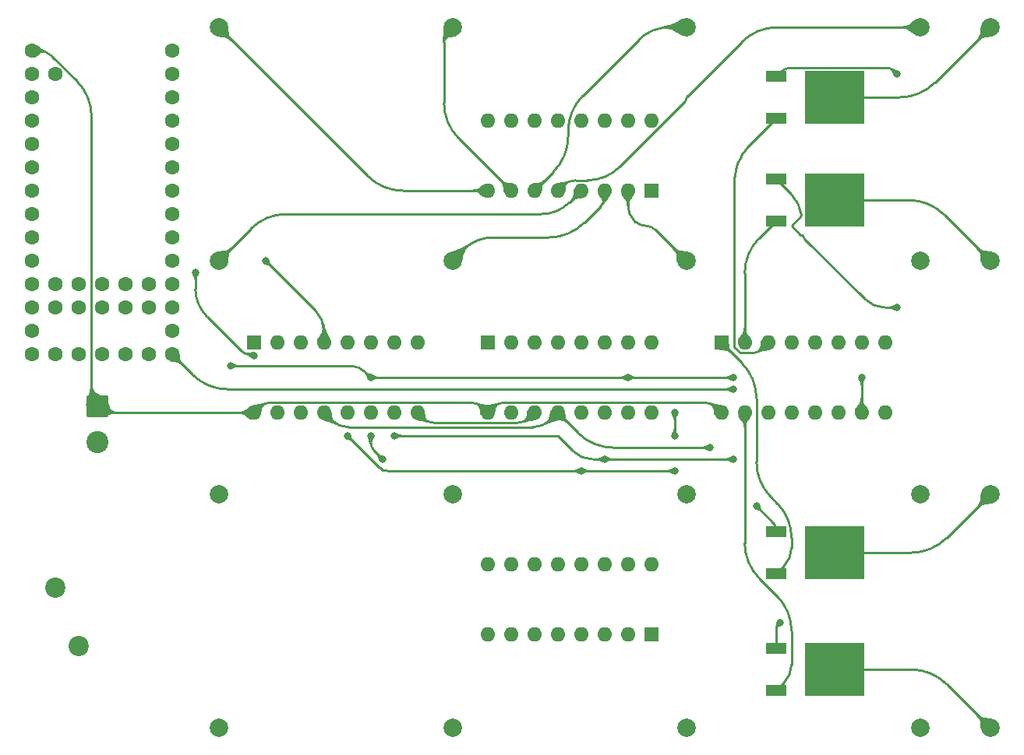
<source format=gbr>
%TF.GenerationSoftware,KiCad,Pcbnew,(6.0.0)*%
%TF.CreationDate,2022-06-21T21:01:45-05:00*%
%TF.ProjectId,Teensey_cube4^3,5465656e-7365-4795-9f63-756265345e33,rev?*%
%TF.SameCoordinates,Original*%
%TF.FileFunction,Copper,L2,Bot*%
%TF.FilePolarity,Positive*%
%FSLAX46Y46*%
G04 Gerber Fmt 4.6, Leading zero omitted, Abs format (unit mm)*
G04 Created by KiCad (PCBNEW (6.0.0)) date 2022-06-21 21:01:45*
%MOMM*%
%LPD*%
G01*
G04 APERTURE LIST*
G04 Aperture macros list*
%AMRoundRect*
0 Rectangle with rounded corners*
0 $1 Rounding radius*
0 $2 $3 $4 $5 $6 $7 $8 $9 X,Y pos of 4 corners*
0 Add a 4 corners polygon primitive as box body*
4,1,4,$2,$3,$4,$5,$6,$7,$8,$9,$2,$3,0*
0 Add four circle primitives for the rounded corners*
1,1,$1+$1,$2,$3*
1,1,$1+$1,$4,$5*
1,1,$1+$1,$6,$7*
1,1,$1+$1,$8,$9*
0 Add four rect primitives between the rounded corners*
20,1,$1+$1,$2,$3,$4,$5,0*
20,1,$1+$1,$4,$5,$6,$7,0*
20,1,$1+$1,$6,$7,$8,$9,0*
20,1,$1+$1,$8,$9,$2,$3,0*%
G04 Aperture macros list end*
%TA.AperFunction,ComponentPad*%
%ADD10C,2.000000*%
%TD*%
%TA.AperFunction,ComponentPad*%
%ADD11C,2.200000*%
%TD*%
%TA.AperFunction,ComponentPad*%
%ADD12C,1.600000*%
%TD*%
%TA.AperFunction,SMDPad,CuDef*%
%ADD13R,2.200000X1.200000*%
%TD*%
%TA.AperFunction,SMDPad,CuDef*%
%ADD14R,6.400000X5.800000*%
%TD*%
%TA.AperFunction,ComponentPad*%
%ADD15R,1.600000X1.600000*%
%TD*%
%TA.AperFunction,ComponentPad*%
%ADD16O,1.600000X1.600000*%
%TD*%
%TA.AperFunction,ComponentPad*%
%ADD17RoundRect,0.250001X-0.949999X0.949999X-0.949999X-0.949999X0.949999X-0.949999X0.949999X0.949999X0*%
%TD*%
%TA.AperFunction,ComponentPad*%
%ADD18C,2.400000*%
%TD*%
%TA.AperFunction,ViaPad*%
%ADD19C,0.800000*%
%TD*%
%TA.AperFunction,Conductor*%
%ADD20C,0.250000*%
%TD*%
G04 APERTURE END LIST*
D10*
%TO.P,J6,1,Pin_1*%
%TO.N,6*%
X138430000Y-88900000D03*
%TD*%
%TO.P,J8,1,Pin_1*%
%TO.N,8*%
X189230000Y-88900000D03*
%TD*%
%TO.P,J3,1,Pin_1*%
%TO.N,3*%
X163830000Y-63500000D03*
%TD*%
%TO.P,J19,1,Pin_1*%
%TO.N,PLANE 3*%
X196850000Y-114300000D03*
%TD*%
%TO.P,J14,1,Pin_1*%
%TO.N,14*%
X138430000Y-139700000D03*
%TD*%
%TO.P,J13,1,Pin_1*%
%TO.N,13*%
X113030000Y-139700000D03*
%TD*%
%TO.P,J20,1,Pin_1*%
%TO.N,PLANE 4*%
X196850000Y-139700000D03*
%TD*%
%TO.P,J2,1,Pin_1*%
%TO.N,2*%
X138430000Y-63500000D03*
%TD*%
%TO.P,J7,1,Pin_1*%
%TO.N,7*%
X163830000Y-88900000D03*
%TD*%
%TO.P,J12,1,Pin_1*%
%TO.N,12*%
X189230000Y-114300000D03*
%TD*%
%TO.P,J16,1,Pin_1*%
%TO.N,16*%
X189230000Y-139700000D03*
%TD*%
%TO.P,J11,1,Pin_1*%
%TO.N,11*%
X163830000Y-114300000D03*
%TD*%
%TO.P,J15,1,Pin_1*%
%TO.N,15*%
X163830000Y-139700000D03*
%TD*%
%TO.P,J17,1,Pin_1*%
%TO.N,PLANE 1*%
X196850000Y-63500000D03*
%TD*%
%TO.P,J18,1,Pin_1*%
%TO.N,PLANE 2*%
X196850000Y-88900000D03*
%TD*%
%TO.P,J1,1,Pin_1*%
%TO.N,1*%
X113030000Y-63500000D03*
%TD*%
%TO.P,J9,1,Pin_1*%
%TO.N,9*%
X113030000Y-114300000D03*
%TD*%
D11*
%TO.P,SW0,1,A*%
%TO.N,3.3V*%
X95250000Y-124460000D03*
%TO.P,SW0,2,B*%
%TO.N,BUTTON*%
X97790000Y-130810000D03*
%TD*%
D10*
%TO.P,J10,1,Pin_1*%
%TO.N,10*%
X138430000Y-114300000D03*
%TD*%
%TO.P,J5,1,Pin_1*%
%TO.N,5*%
X113030000Y-88900000D03*
%TD*%
%TO.P,J4,1,Pin_1*%
%TO.N,4*%
X189230000Y-63500000D03*
%TD*%
D12*
%TO.P,T0,1,GND*%
%TO.N,GND*%
X107950000Y-66040000D03*
%TO.P,T0,2,D0*%
%TO.N,unconnected-(T0-Pad2)*%
X107950000Y-68580000D03*
%TO.P,T0,3,D1*%
%TO.N,unconnected-(T0-Pad3)*%
X107950000Y-71120000D03*
%TO.P,T0,4,D2*%
%TO.N,unconnected-(T0-Pad4)*%
X107950000Y-73660000D03*
%TO.P,T0,5,D3*%
%TO.N,unconnected-(T0-Pad5)*%
X107950000Y-76200000D03*
%TO.P,T0,6,D4*%
%TO.N,unconnected-(T0-Pad6)*%
X107950000Y-78740000D03*
%TO.P,T0,7,D5*%
%TO.N,unconnected-(T0-Pad7)*%
X107950000Y-81280000D03*
%TO.P,T0,8,D6*%
%TO.N,unconnected-(T0-Pad8)*%
X107950000Y-83820000D03*
%TO.P,T0,9,D7*%
%TO.N,unconnected-(T0-Pad9)*%
X107950000Y-86360000D03*
%TO.P,T0,10,D8*%
%TO.N,unconnected-(T0-Pad10)*%
X107950000Y-88900000D03*
%TO.P,T0,11,D9*%
%TO.N,unconnected-(T0-Pad11)*%
X107950000Y-91440000D03*
%TO.P,T0,12,D10*%
%TO.N,unconnected-(T0-Pad12)*%
X107950000Y-93980000D03*
%TO.P,T0,13,D11*%
%TO.N,MOSI*%
X107950000Y-96520000D03*
%TO.P,T0,14,D12*%
%TO.N,MISO*%
X107950000Y-99060000D03*
%TO.P,T0,15*%
%TO.N,N/C*%
X105410000Y-99060000D03*
%TO.P,T0,16*%
X102870000Y-99060000D03*
%TO.P,T0,17*%
X100330000Y-99060000D03*
%TO.P,T0,18*%
X97790000Y-99060000D03*
%TO.P,T0,19*%
X95250000Y-99060000D03*
%TO.P,T0,20,D13*%
%TO.N,SCK*%
X92710000Y-99060000D03*
%TO.P,T0,21,D14*%
%TO.N,OE*%
X92710000Y-96520000D03*
%TO.P,T0,22*%
%TO.N,N/C*%
X92710000Y-93980000D03*
%TO.P,T0,23,D15*%
%TO.N,SRCLR*%
X92710000Y-91440000D03*
%TO.P,T0,24,D16*%
%TO.N,RCLK*%
X92710000Y-88900000D03*
%TO.P,T0,25,D17*%
%TO.N,BUTTON*%
X92710000Y-86360000D03*
%TO.P,T0,26,D18*%
%TO.N,unconnected-(T0-Pad26)*%
X92710000Y-83820000D03*
%TO.P,T0,27,D19*%
%TO.N,unconnected-(T0-Pad27)*%
X92710000Y-81280000D03*
%TO.P,T0,28,D20*%
%TO.N,unconnected-(T0-Pad28)*%
X92710000Y-78740000D03*
%TO.P,T0,29,D21*%
%TO.N,unconnected-(T0-Pad29)*%
X92710000Y-76200000D03*
%TO.P,T0,30,D22*%
%TO.N,unconnected-(T0-Pad30)*%
X92710000Y-73660000D03*
%TO.P,T0,31,3.3*%
%TO.N,3.3V*%
X92710000Y-71120000D03*
%TO.P,T0,32,GND*%
%TO.N,GND*%
X92710000Y-68580000D03*
%TO.P,T0,33,Vin*%
%TO.N,+5V*%
X92710000Y-66040000D03*
%TO.P,T0,34*%
%TO.N,N/C*%
X95250000Y-68580000D03*
%TO.P,T0,35*%
X95250000Y-93980000D03*
%TO.P,T0,36*%
X95250000Y-91440000D03*
%TO.P,T0,37*%
X97790000Y-93980000D03*
%TO.P,T0,38*%
X97790000Y-91440000D03*
%TO.P,T0,39*%
X100330000Y-93980000D03*
%TO.P,T0,40*%
X100330000Y-91440000D03*
%TO.P,T0,41*%
X102870000Y-93980000D03*
%TO.P,T0,42*%
X102870000Y-91440000D03*
%TO.P,T0,43*%
X105410000Y-93980000D03*
%TO.P,T0,44*%
X105410000Y-91440000D03*
%TD*%
D13*
%TO.P,Q3,1,G*%
%TO.N,P_1 GATE*%
X173600000Y-73400000D03*
D14*
%TO.P,Q3,2,D*%
%TO.N,PLANE 1*%
X179900000Y-71120000D03*
D13*
%TO.P,Q3,3,S*%
%TO.N,GND*%
X173600000Y-68840000D03*
%TD*%
D15*
%TO.P,U2,1,QB*%
%TO.N,P_3 GATE*%
X167630000Y-97800000D03*
D16*
%TO.P,U2,2,QC*%
%TO.N,P_2 GATE*%
X170170000Y-97800000D03*
%TO.P,U2,3,QD*%
%TO.N,P_1 GATE*%
X172710000Y-97800000D03*
%TO.P,U2,4,QE*%
%TO.N,unconnected-(U2-Pad4)*%
X175250000Y-97800000D03*
%TO.P,U2,5,QF*%
%TO.N,unconnected-(U2-Pad5)*%
X177790000Y-97800000D03*
%TO.P,U2,6,QG*%
%TO.N,unconnected-(U2-Pad6)*%
X180330000Y-97800000D03*
%TO.P,U2,7,QH*%
%TO.N,unconnected-(U2-Pad7)*%
X182870000Y-97800000D03*
%TO.P,U2,8,GND*%
%TO.N,GND*%
X185410000Y-97800000D03*
%TO.P,U2,9,QH'*%
%TO.N,MISO*%
X185410000Y-105420000D03*
%TO.P,U2,10,~{SRCLR}*%
%TO.N,SRCLR*%
X182870000Y-105420000D03*
%TO.P,U2,11,SRCLK*%
%TO.N,SCK*%
X180330000Y-105420000D03*
%TO.P,U2,12,RCLK*%
%TO.N,RCLK*%
X177790000Y-105420000D03*
%TO.P,U2,13,~{OE}*%
%TO.N,OE*%
X175250000Y-105420000D03*
%TO.P,U2,14,SER*%
%TO.N,Net-(U1-Pad9)*%
X172710000Y-105420000D03*
%TO.P,U2,15,QA*%
%TO.N,P_4 GATE*%
X170170000Y-105420000D03*
%TO.P,U2,16,VCC*%
%TO.N,+5V*%
X167630000Y-105420000D03*
%TD*%
D13*
%TO.P,Q1,1,G*%
%TO.N,P_3 GATE*%
X173600000Y-122930000D03*
D14*
%TO.P,Q1,2,D*%
%TO.N,PLANE 3*%
X179900000Y-120650000D03*
D13*
%TO.P,Q1,3,S*%
%TO.N,GND*%
X173600000Y-118370000D03*
%TD*%
D15*
%TO.P,RN2,1,R1.1*%
%TO.N,16*%
X160030000Y-129530000D03*
D16*
%TO.P,RN2,2,R2.1*%
%TO.N,15*%
X157490000Y-129530000D03*
%TO.P,RN2,3,R3.1*%
%TO.N,14*%
X154950000Y-129530000D03*
%TO.P,RN2,4,R4.1*%
%TO.N,13*%
X152410000Y-129530000D03*
%TO.P,RN2,5,R5.1*%
%TO.N,12*%
X149870000Y-129530000D03*
%TO.P,RN2,6,R6.1*%
%TO.N,11*%
X147330000Y-129530000D03*
%TO.P,RN2,7,R7.1*%
%TO.N,10*%
X144790000Y-129530000D03*
%TO.P,RN2,8,R8.1*%
%TO.N,9*%
X142250000Y-129530000D03*
%TO.P,RN2,9,R8.2*%
%TO.N,LED9*%
X142250000Y-121910000D03*
%TO.P,RN2,10,R7.2*%
%TO.N,LED10*%
X144790000Y-121910000D03*
%TO.P,RN2,11,R6.2*%
%TO.N,LED11*%
X147330000Y-121910000D03*
%TO.P,RN2,12,R5.2*%
%TO.N,LED12*%
X149870000Y-121910000D03*
%TO.P,RN2,13,R4.2*%
%TO.N,LED13*%
X152410000Y-121910000D03*
%TO.P,RN2,14,R3.2*%
%TO.N,LED14*%
X154950000Y-121910000D03*
%TO.P,RN2,15,R2.2*%
%TO.N,LED15*%
X157490000Y-121910000D03*
%TO.P,RN2,16,R1.2*%
%TO.N,LED16*%
X160030000Y-121910000D03*
%TD*%
D15*
%TO.P,RN1,1,R1.1*%
%TO.N,8*%
X160030000Y-81270000D03*
D16*
%TO.P,RN1,2,R2.1*%
%TO.N,7*%
X157490000Y-81270000D03*
%TO.P,RN1,3,R3.1*%
%TO.N,6*%
X154950000Y-81270000D03*
%TO.P,RN1,4,R4.1*%
%TO.N,5*%
X152410000Y-81270000D03*
%TO.P,RN1,5,R5.1*%
%TO.N,4*%
X149870000Y-81270000D03*
%TO.P,RN1,6,R6.1*%
%TO.N,3*%
X147330000Y-81270000D03*
%TO.P,RN1,7,R7.1*%
%TO.N,2*%
X144790000Y-81270000D03*
%TO.P,RN1,8,R8.1*%
%TO.N,1*%
X142250000Y-81270000D03*
%TO.P,RN1,9,R8.2*%
%TO.N,LED1*%
X142250000Y-73650000D03*
%TO.P,RN1,10,R7.2*%
%TO.N,LED2*%
X144790000Y-73650000D03*
%TO.P,RN1,11,R6.2*%
%TO.N,LED3*%
X147330000Y-73650000D03*
%TO.P,RN1,12,R5.2*%
%TO.N,LED4*%
X149870000Y-73650000D03*
%TO.P,RN1,13,R4.2*%
%TO.N,LED5*%
X152410000Y-73650000D03*
%TO.P,RN1,14,R3.2*%
%TO.N,LED6*%
X154950000Y-73650000D03*
%TO.P,RN1,15,R2.2*%
%TO.N,LED7*%
X157490000Y-73650000D03*
%TO.P,RN1,16,R1.2*%
%TO.N,LED8*%
X160030000Y-73650000D03*
%TD*%
D17*
%TO.P,J0,1,Pin_1*%
%TO.N,+5V*%
X99812500Y-104700000D03*
D18*
%TO.P,J0,2,Pin_2*%
%TO.N,GND*%
X99812500Y-108660000D03*
%TD*%
D15*
%TO.P,U1,1,QB*%
%TO.N,LED10*%
X142230000Y-97800000D03*
D16*
%TO.P,U1,2,QC*%
%TO.N,LED11*%
X144770000Y-97800000D03*
%TO.P,U1,3,QD*%
%TO.N,LED12*%
X147310000Y-97800000D03*
%TO.P,U1,4,QE*%
%TO.N,LED13*%
X149850000Y-97800000D03*
%TO.P,U1,5,QF*%
%TO.N,LED14*%
X152390000Y-97800000D03*
%TO.P,U1,6,QG*%
%TO.N,LED15*%
X154930000Y-97800000D03*
%TO.P,U1,7,QH*%
%TO.N,LED16*%
X157470000Y-97800000D03*
%TO.P,U1,8,GND*%
%TO.N,GND*%
X160010000Y-97800000D03*
%TO.P,U1,9,QH'*%
%TO.N,Net-(U1-Pad9)*%
X160010000Y-105420000D03*
%TO.P,U1,10,~{SRCLR}*%
%TO.N,SRCLR*%
X157470000Y-105420000D03*
%TO.P,U1,11,SRCLK*%
%TO.N,SCK*%
X154930000Y-105420000D03*
%TO.P,U1,12,RCLK*%
%TO.N,RCLK*%
X152390000Y-105420000D03*
%TO.P,U1,13,~{OE}*%
%TO.N,OE*%
X149850000Y-105420000D03*
%TO.P,U1,14,SER*%
%TO.N,Net-(U0-Pad9)*%
X147310000Y-105420000D03*
%TO.P,U1,15,QA*%
%TO.N,LED9*%
X144770000Y-105420000D03*
%TO.P,U1,16,VCC*%
%TO.N,+5V*%
X142230000Y-105420000D03*
%TD*%
D13*
%TO.P,Q2,1,G*%
%TO.N,P_2 GATE*%
X173600000Y-84575000D03*
D14*
%TO.P,Q2,2,D*%
%TO.N,PLANE 2*%
X179900000Y-82295000D03*
D13*
%TO.P,Q2,3,S*%
%TO.N,GND*%
X173600000Y-80015000D03*
%TD*%
%TO.P,Q0,1,G*%
%TO.N,P_4 GATE*%
X173600000Y-135630000D03*
D14*
%TO.P,Q0,2,D*%
%TO.N,PLANE 4*%
X179900000Y-133350000D03*
D13*
%TO.P,Q0,3,S*%
%TO.N,GND*%
X173600000Y-131070000D03*
%TD*%
D15*
%TO.P,U0,1,QB*%
%TO.N,LED2*%
X116830000Y-97800000D03*
D16*
%TO.P,U0,2,QC*%
%TO.N,LED3*%
X119370000Y-97800000D03*
%TO.P,U0,3,QD*%
%TO.N,LED4*%
X121910000Y-97800000D03*
%TO.P,U0,4,QE*%
%TO.N,LED5*%
X124450000Y-97800000D03*
%TO.P,U0,5,QF*%
%TO.N,LED6*%
X126990000Y-97800000D03*
%TO.P,U0,6,QG*%
%TO.N,LED7*%
X129530000Y-97800000D03*
%TO.P,U0,7,QH*%
%TO.N,LED8*%
X132070000Y-97800000D03*
%TO.P,U0,8,GND*%
%TO.N,GND*%
X134610000Y-97800000D03*
%TO.P,U0,9,QH'*%
%TO.N,Net-(U0-Pad9)*%
X134610000Y-105420000D03*
%TO.P,U0,10,~{SRCLR}*%
%TO.N,SRCLR*%
X132070000Y-105420000D03*
%TO.P,U0,11,SRCLK*%
%TO.N,SCK*%
X129530000Y-105420000D03*
%TO.P,U0,12,RCLK*%
%TO.N,RCLK*%
X126990000Y-105420000D03*
%TO.P,U0,13,~{OE}*%
%TO.N,OE*%
X124450000Y-105420000D03*
%TO.P,U0,14,SER*%
%TO.N,MOSI*%
X121910000Y-105420000D03*
%TO.P,U0,15,QA*%
%TO.N,LED1*%
X119370000Y-105420000D03*
%TO.P,U0,16,VCC*%
%TO.N,+5V*%
X116830000Y-105420000D03*
%TD*%
D19*
%TO.N,GND*%
X186690000Y-93980000D03*
X186690000Y-68580000D03*
X171450000Y-115570000D03*
X173990000Y-128270000D03*
%TO.N,LED5*%
X118110000Y-88900000D03*
%TO.N,LED16*%
X162560000Y-107950000D03*
X162560000Y-105410000D03*
%TO.N,MISO*%
X168910000Y-102870000D03*
%TO.N,SCK*%
X129540000Y-107935500D03*
X132080000Y-107935500D03*
X130810000Y-110490000D03*
X168910000Y-110490000D03*
X154940000Y-110490000D03*
%TO.N,OE*%
X166370000Y-109220000D03*
%TO.N,SRCLR*%
X129540000Y-101600000D03*
X182880000Y-101600000D03*
X114300000Y-100330000D03*
X157480000Y-101600000D03*
X168910000Y-101600000D03*
%TO.N,RCLK*%
X127000000Y-107935500D03*
X152400000Y-111760000D03*
X110490000Y-90170000D03*
X162560000Y-111760000D03*
X116840000Y-99199502D03*
%TD*%
D20*
%TO.N,+5V*%
X100074346Y-104961846D02*
X100074457Y-104961957D01*
X100137048Y-105024548D02*
X100137104Y-105024604D01*
X100083615Y-104971115D02*
X100083504Y-104971004D01*
X100060444Y-104947944D02*
X100060555Y-104948055D01*
X100084828Y-104972328D02*
X100084938Y-104972438D01*
X100068168Y-104955668D02*
X100068057Y-104955557D01*
X100095974Y-104983474D02*
X100096084Y-104983584D01*
X100151117Y-105038617D02*
X100151172Y-105038672D01*
X100095863Y-104983363D02*
X100095974Y-104983474D01*
X100113628Y-105001128D02*
X100113738Y-105001238D01*
X100143725Y-105031225D02*
X100143670Y-105031170D01*
X100071147Y-104958647D02*
X100071258Y-104958758D01*
X100156415Y-105043915D02*
X100156470Y-105043970D01*
X100135339Y-105022839D02*
X100135394Y-105022894D01*
X100157296Y-105044796D02*
X100157351Y-105044851D01*
X100110427Y-104997927D02*
X100110538Y-104998038D01*
X100149904Y-105037404D02*
X100149959Y-105037459D01*
X100096745Y-104984245D02*
X100096856Y-104984356D01*
X100148690Y-105036190D02*
X100148745Y-105036245D01*
X100106456Y-104993956D02*
X100106567Y-104994067D01*
X100147256Y-105034756D02*
X100147311Y-105034811D01*
X100133352Y-105020852D02*
X100133407Y-105020907D01*
X100134732Y-105022232D02*
X100134788Y-105022288D01*
X100144498Y-105031998D02*
X100144553Y-105032053D01*
X100149683Y-105037183D02*
X100149628Y-105037128D01*
X100087035Y-104974535D02*
X100087146Y-104974646D01*
X100092333Y-104979833D02*
X100092444Y-104979944D01*
X100096084Y-104983584D02*
X100096194Y-104983694D01*
X100139090Y-105026590D02*
X100139145Y-105026645D01*
X100077657Y-104965157D02*
X100077767Y-104965267D01*
X100081628Y-104969128D02*
X100081739Y-104969239D01*
X100090125Y-104977625D02*
X100090235Y-104977735D01*
X100132579Y-105020079D02*
X100132524Y-105020024D01*
X100095091Y-104982591D02*
X100094980Y-104982480D01*
X100103256Y-104990756D02*
X100103146Y-104990646D01*
X100152221Y-105039721D02*
X100152166Y-105039666D01*
X100138374Y-105025874D02*
X100138429Y-105025929D01*
X100076001Y-104963501D02*
X100076111Y-104963611D01*
X100094650Y-104982150D02*
X100094539Y-104982039D01*
X100143448Y-105030948D02*
X100143504Y-105031004D01*
X100061878Y-104949378D02*
X100061988Y-104949488D01*
X100154428Y-105041928D02*
X100154483Y-105041983D01*
X100157021Y-105044521D02*
X100157076Y-105044576D01*
X100077215Y-104964715D02*
X100077326Y-104964826D01*
X100134677Y-105022177D02*
X100134732Y-105022232D01*
X100138760Y-105026260D02*
X100138815Y-105026315D01*
X100091118Y-104978618D02*
X100091008Y-104978508D01*
X100062431Y-104949931D02*
X100062541Y-104950041D01*
X100061327Y-104948827D02*
X100061217Y-104948717D01*
X100130539Y-105018039D02*
X100130594Y-105018094D01*
X100094429Y-104981929D02*
X100094539Y-104982039D01*
X100100607Y-104988107D02*
X100100497Y-104987997D01*
X100063754Y-104951254D02*
X100063865Y-104951365D01*
X100107449Y-104994949D02*
X100107338Y-104994838D01*
X100151338Y-105038838D02*
X100151283Y-105038783D01*
X100133462Y-105020962D02*
X100133517Y-105021017D01*
X100083835Y-104971335D02*
X100083945Y-104971445D01*
X100137380Y-105024880D02*
X100137436Y-105024936D01*
X100069492Y-104956992D02*
X100069381Y-104956881D01*
X100151670Y-105039170D02*
X100151725Y-105039225D01*
X100155035Y-105042535D02*
X100155091Y-105042591D01*
X100087366Y-104974866D02*
X100087476Y-104974976D01*
X100148029Y-105035529D02*
X100147973Y-105035473D01*
X100063975Y-104951475D02*
X100064086Y-104951586D01*
X100098622Y-104986122D02*
X100098732Y-104986232D01*
X100130869Y-105018369D02*
X100130925Y-105018425D01*
X100098842Y-104986342D02*
X100098952Y-104986452D01*
X100140635Y-105028135D02*
X100140690Y-105028190D01*
X100150897Y-105038397D02*
X100150952Y-105038452D01*
X100114289Y-105001789D02*
X100114179Y-105001679D01*
X100093877Y-104981377D02*
X100093987Y-104981487D01*
X100067064Y-104954564D02*
X100067174Y-104954674D01*
X100096415Y-104983915D02*
X100096525Y-104984025D01*
X100145822Y-105033322D02*
X100145766Y-105033266D01*
X100143227Y-105030727D02*
X100143283Y-105030783D01*
X100070705Y-104958205D02*
X100070815Y-104958315D01*
X100154593Y-105042093D02*
X100154648Y-105042148D01*
X100154318Y-105041818D02*
X100154373Y-105041873D01*
X100098952Y-104986452D02*
X100099062Y-104986562D01*
X100060113Y-104947613D02*
X100060223Y-104947723D01*
X100060886Y-104948386D02*
X100060776Y-104948276D01*
X100136938Y-105024438D02*
X100136993Y-105024493D01*
X100109986Y-104997486D02*
X100110097Y-104997597D01*
X100141573Y-105029073D02*
X100141628Y-105029128D01*
X100131477Y-105018977D02*
X100131532Y-105019032D01*
X100070595Y-104958095D02*
X100070705Y-104958205D01*
X100100166Y-104987666D02*
X100100276Y-104987776D01*
X100153655Y-105041155D02*
X100153710Y-105041210D01*
X100063092Y-104950592D02*
X100063203Y-104950703D01*
X100142291Y-105029791D02*
X100142346Y-105029846D01*
X100106567Y-104994067D02*
X100106677Y-104994177D01*
X100144110Y-105031610D02*
X100144166Y-105031666D01*
X100148912Y-105036412D02*
X100148856Y-105036356D01*
X100140800Y-105028300D02*
X100140856Y-105028356D01*
X100071588Y-104959088D02*
X100071699Y-104959199D01*
X100150289Y-105037789D02*
X100150345Y-105037845D01*
X100157462Y-105044962D02*
X100157517Y-105045017D01*
X100130207Y-105017707D02*
X100130263Y-105017763D01*
X100143007Y-105030507D02*
X100143062Y-105030562D01*
X100061107Y-104948607D02*
X100061217Y-104948717D01*
X100060886Y-104948386D02*
X100060996Y-104948496D01*
X100114510Y-105002010D02*
X100114620Y-105002120D01*
X100145491Y-105032991D02*
X100145546Y-105033046D01*
X100156084Y-105043584D02*
X100156139Y-105043639D01*
X100107889Y-104995389D02*
X100108000Y-104995500D01*
X100065630Y-104953130D02*
X100065740Y-104953240D01*
X100074789Y-104962289D02*
X100074899Y-104962399D01*
X100074567Y-104962067D02*
X100074457Y-104961957D01*
X100139421Y-105026921D02*
X100139476Y-105026976D01*
X100086263Y-104973763D02*
X100086373Y-104973873D01*
X100107118Y-104994618D02*
X100107228Y-104994728D01*
X100107779Y-104995279D02*
X100107889Y-104995389D01*
X100073243Y-104960743D02*
X100073133Y-104960633D01*
X100131918Y-105019418D02*
X100131973Y-105019473D01*
X100075450Y-104962950D02*
X100075340Y-104962840D01*
X100146593Y-105034093D02*
X100146648Y-105034148D01*
X100133077Y-105020577D02*
X100133132Y-105020632D01*
X100154428Y-105041928D02*
X100154373Y-105041873D01*
X100108332Y-104995832D02*
X100108221Y-104995721D01*
X100113406Y-105000906D02*
X100113296Y-105000796D01*
X100138152Y-105025652D02*
X100138208Y-105025708D01*
X100139862Y-105027362D02*
X100139917Y-105027417D01*
X100072580Y-104960080D02*
X100072691Y-104960191D01*
X100095311Y-104982811D02*
X100095201Y-104982701D01*
X100133794Y-105021294D02*
X100133738Y-105021238D01*
X100133905Y-105021405D02*
X100133960Y-105021460D01*
X100137656Y-105025156D02*
X100137711Y-105025211D01*
X100137876Y-105025376D02*
X100137931Y-105025431D01*
X100096415Y-104983915D02*
X100096304Y-104983804D01*
X100137436Y-105024936D02*
X100137491Y-105024991D01*
X100101490Y-104988990D02*
X100101600Y-104989100D01*
X100082511Y-104970011D02*
X100082621Y-104970121D01*
X100070595Y-104958095D02*
X100070485Y-104957985D01*
X100152055Y-105039555D02*
X100152111Y-105039611D01*
X100133849Y-105021349D02*
X100133905Y-105021405D01*
X100136331Y-105023831D02*
X100136276Y-105023776D01*
X100146758Y-105034258D02*
X100146814Y-105034314D01*
X100107008Y-104994508D02*
X100107118Y-104994618D01*
X100156580Y-105044080D02*
X100156635Y-105044135D01*
X100147862Y-105035362D02*
X100147918Y-105035418D01*
X100076443Y-104963943D02*
X100076554Y-104964054D01*
X100150566Y-105038066D02*
X100150510Y-105038010D01*
X100070153Y-104957653D02*
X100070264Y-104957764D01*
X100066403Y-104953903D02*
X100066292Y-104953792D01*
X100149408Y-105036908D02*
X100149463Y-105036963D01*
X100100387Y-104987887D02*
X100100497Y-104987997D01*
X100140579Y-105028079D02*
X100140635Y-105028135D01*
X100060003Y-104947503D02*
X100060113Y-104947613D01*
X100072470Y-104959970D02*
X100072580Y-104960080D01*
X100156966Y-105044466D02*
X100156911Y-105044411D01*
X100093326Y-104980826D02*
X100093436Y-104980936D01*
X100103697Y-104991197D02*
X100103587Y-104991087D01*
X100140524Y-105028024D02*
X100140469Y-105027969D01*
X100131257Y-105018757D02*
X100131201Y-105018701D01*
X100148084Y-105035584D02*
X100148139Y-105035639D01*
X100097296Y-104984796D02*
X100097407Y-104984907D01*
X100066623Y-104954123D02*
X100066733Y-104954233D01*
X100070815Y-104958315D02*
X100070926Y-104958426D01*
X100142732Y-105030232D02*
X100142787Y-105030287D01*
X100132139Y-105019639D02*
X100132194Y-105019694D01*
X100098842Y-104986342D02*
X100098732Y-104986232D01*
X100152553Y-105040053D02*
X100152608Y-105040108D01*
X100153600Y-105041100D02*
X100153655Y-105041155D01*
X100132414Y-105019914D02*
X100132469Y-105019969D01*
X100101931Y-104989431D02*
X100101821Y-104989321D01*
X100136110Y-105023610D02*
X100136165Y-105023665D01*
X100146483Y-105033983D02*
X100146538Y-105034038D01*
X100136993Y-105024493D02*
X100137048Y-105024548D01*
X100091561Y-104979061D02*
X100091671Y-104979171D01*
X100095752Y-104983252D02*
X100095642Y-104983142D01*
X100151449Y-105038949D02*
X100151504Y-105039004D01*
X100146703Y-105034203D02*
X100146648Y-105034148D01*
X100069822Y-104957322D02*
X100069932Y-104957432D01*
X100111419Y-104998919D02*
X100111530Y-104999030D01*
X100080085Y-104967585D02*
X100080195Y-104967695D01*
X100112523Y-105000023D02*
X100112634Y-105000134D01*
X100113848Y-105001348D02*
X100113958Y-105001458D01*
X100148801Y-105036301D02*
X100148856Y-105036356D01*
X100115061Y-105002561D02*
X100115171Y-105002671D01*
X100152828Y-105040328D02*
X100152884Y-105040384D01*
X100157407Y-105044907D02*
X100157351Y-105044851D01*
X100086042Y-104973542D02*
X100086152Y-104973652D01*
X100079202Y-104966702D02*
X100079091Y-104966591D01*
X100059561Y-104947061D02*
X99508994Y-104396494D01*
X100079642Y-104967142D02*
X100079532Y-104967032D01*
X100140084Y-105027584D02*
X100140139Y-105027639D01*
X100148745Y-105036245D02*
X100148801Y-105036301D01*
X100135229Y-105022729D02*
X100135284Y-105022784D01*
X100112634Y-105000134D02*
X100112745Y-105000245D01*
X100080195Y-104967695D02*
X100080305Y-104967805D01*
X100135670Y-105023170D02*
X100135725Y-105023225D01*
X100095091Y-104982591D02*
X100095201Y-104982701D01*
X100147146Y-105034646D02*
X100147090Y-105034590D01*
X100110868Y-104998368D02*
X100110979Y-104998479D01*
X100154759Y-105042259D02*
X100154814Y-105042314D01*
X100154483Y-105041983D02*
X100154538Y-105042038D01*
X100113185Y-105000685D02*
X100113296Y-105000796D01*
X100077767Y-104965267D02*
X100077877Y-104965377D01*
X100097959Y-104985459D02*
X100097849Y-104985349D01*
X100153214Y-105040714D02*
X100153269Y-105040769D01*
X100136055Y-105023555D02*
X100136110Y-105023610D01*
X100152221Y-105039721D02*
X100152276Y-105039776D01*
X100071036Y-104958536D02*
X100070926Y-104958426D01*
X100136883Y-105024383D02*
X100136938Y-105024438D01*
X100133352Y-105020852D02*
X100133297Y-105020797D01*
X100141242Y-105028742D02*
X100141297Y-105028797D01*
X100144055Y-105031555D02*
X100144110Y-105031610D01*
X100148635Y-105036135D02*
X100148690Y-105036190D01*
X100141794Y-105029294D02*
X100141850Y-105029350D01*
X100133573Y-105021073D02*
X100133628Y-105021128D01*
X100146263Y-105033763D02*
X100146318Y-105033818D01*
X100088250Y-104975750D02*
X100088140Y-104975640D01*
X100140028Y-105027528D02*
X100140084Y-105027584D01*
X100142401Y-105029901D02*
X100142346Y-105029846D01*
X100070375Y-104957875D02*
X100070485Y-104957985D01*
X100089795Y-104977295D02*
X100089905Y-104977405D01*
X100157572Y-105045072D02*
X100157628Y-105045128D01*
X100111199Y-104998699D02*
X100111309Y-104998809D01*
X100155531Y-105043031D02*
X100155586Y-105043086D01*
X100105021Y-104992521D02*
X100105131Y-104992631D01*
X100135614Y-105023114D02*
X100135670Y-105023170D01*
X100139531Y-105027031D02*
X100139586Y-105027086D01*
X100097517Y-104985017D02*
X100097407Y-104984907D01*
X100142732Y-105030232D02*
X100142676Y-105030176D01*
X100132028Y-105019528D02*
X100131973Y-105019473D01*
X100152332Y-105039832D02*
X100152387Y-105039887D01*
X100140524Y-105028024D02*
X100140579Y-105028079D01*
X100139696Y-105027196D02*
X100139752Y-105027252D01*
X100132966Y-105020466D02*
X100133022Y-105020522D01*
X100068939Y-104956439D02*
X100069049Y-104956549D01*
X100085601Y-104973101D02*
X100085711Y-104973211D01*
X100084276Y-104971776D02*
X100084166Y-104971666D01*
X100094209Y-104981709D02*
X100094319Y-104981819D01*
X100072360Y-104959860D02*
X100072250Y-104959750D01*
X100155366Y-105042866D02*
X100155421Y-105042921D01*
X100141407Y-105028907D02*
X100141352Y-105028852D01*
X100134898Y-105022398D02*
X100134953Y-105022453D01*
X100133407Y-105020907D02*
X100133462Y-105020962D01*
X100140856Y-105028356D02*
X100140911Y-105028411D01*
X99205489Y-73199152D02*
X99205489Y-103663767D01*
X100146152Y-105033652D02*
X100146097Y-105033597D01*
X100131257Y-105018757D02*
X100131312Y-105018812D01*
X100072029Y-104959529D02*
X100072140Y-104959640D01*
X100137711Y-105025211D02*
X100137766Y-105025266D01*
X100154869Y-105042369D02*
X100154924Y-105042424D01*
X100098400Y-104985900D02*
X100098290Y-104985790D01*
X100130484Y-105017984D02*
X100130539Y-105018039D01*
X100110538Y-104998038D02*
X100110648Y-104998148D01*
X100110317Y-104997817D02*
X100110427Y-104997927D01*
X100090678Y-104978178D02*
X100090788Y-104978288D01*
X100138429Y-105025929D02*
X100138484Y-105025984D01*
X100062209Y-104949709D02*
X100062099Y-104949599D01*
X100061988Y-104949488D02*
X100062099Y-104949599D01*
X100102593Y-104990093D02*
X100102704Y-104990204D01*
X100076332Y-104963832D02*
X100076443Y-104963943D01*
X100091781Y-104979281D02*
X100091891Y-104979391D01*
X100101600Y-104989100D02*
X100101710Y-104989210D01*
X100076111Y-104963611D02*
X100076222Y-104963722D01*
X100088691Y-104976191D02*
X100088802Y-104976302D01*
X100115613Y-105003113D02*
X100115723Y-105003223D01*
X100131090Y-105018590D02*
X100131146Y-105018646D01*
X100106345Y-104993845D02*
X100106456Y-104993956D01*
X100081187Y-104968687D02*
X100081297Y-104968797D01*
X100091229Y-104978729D02*
X100091339Y-104978839D01*
X100075119Y-104962619D02*
X100075230Y-104962730D01*
X100108552Y-104996052D02*
X100108442Y-104995942D01*
X100131532Y-105019032D02*
X100131587Y-105019087D01*
X100139145Y-105026645D02*
X100139201Y-105026701D01*
X100141462Y-105028962D02*
X100141518Y-105029018D01*
X100136553Y-105024053D02*
X100136608Y-105024108D01*
X100147311Y-105034811D02*
X100147366Y-105034866D01*
X100100827Y-104988327D02*
X100100938Y-104988438D01*
X100130925Y-105018425D02*
X100130980Y-105018480D01*
X100150952Y-105038452D02*
X100151007Y-105038507D01*
X100095531Y-104983031D02*
X100095642Y-104983142D01*
X100145987Y-105033487D02*
X100146042Y-105033542D01*
X100155256Y-105042756D02*
X100155311Y-105042811D01*
X100113406Y-105000906D02*
X100113517Y-105001017D01*
X100078209Y-104965709D02*
X100078320Y-104965820D01*
X100105684Y-104993184D02*
X100105794Y-104993294D01*
X100153986Y-105041486D02*
X100154041Y-105041541D01*
X100135559Y-105023059D02*
X100135504Y-105023004D01*
X100099835Y-104987335D02*
X100099946Y-104987446D01*
X100082401Y-104969901D02*
X100082511Y-104970011D01*
X100115393Y-105002893D02*
X100115503Y-105003003D01*
X100132634Y-105020134D02*
X100132690Y-105020190D01*
X100105684Y-104993184D02*
X100105573Y-104993073D01*
X100130374Y-105017874D02*
X100130318Y-105017818D01*
X100131698Y-105019198D02*
X100131642Y-105019142D01*
X100153159Y-105040659D02*
X100153214Y-105040714D01*
X100092885Y-104980385D02*
X100092995Y-104980495D01*
X100143945Y-105031445D02*
X100144000Y-105031500D01*
X100135890Y-105023390D02*
X100135835Y-105023335D01*
X100144166Y-105031666D02*
X100144221Y-105031721D01*
X100135394Y-105022894D02*
X100135449Y-105022949D01*
X100085159Y-104972659D02*
X100085049Y-104972549D01*
X100157628Y-105045128D02*
X100157683Y-105045183D01*
X100099062Y-104986562D02*
X100099173Y-104986673D01*
X100132194Y-105019694D02*
X100132249Y-105019749D01*
X100108332Y-104995832D02*
X100108442Y-104995942D01*
X100145656Y-105033156D02*
X100145711Y-105033211D01*
X100111199Y-104998699D02*
X100111089Y-104998589D01*
X100136608Y-105024108D02*
X100136663Y-105024163D01*
X100143559Y-105031059D02*
X100143615Y-105031115D01*
X100142015Y-105029515D02*
X100142070Y-105029570D01*
X100110317Y-104997817D02*
X100110207Y-104997707D01*
X100114730Y-105002230D02*
X100114840Y-105002340D01*
X100150621Y-105038121D02*
X100150677Y-105038177D01*
X100071478Y-104958978D02*
X100071368Y-104958868D01*
X100140194Y-105027694D02*
X100140249Y-105027749D01*
X100075230Y-104962730D02*
X100075340Y-104962840D01*
X100111640Y-104999140D02*
X100111530Y-104999030D01*
X100115503Y-105003003D02*
X100115613Y-105003113D01*
X100140359Y-105027859D02*
X100140414Y-105027914D01*
X100105241Y-104992741D02*
X100105131Y-104992631D01*
X100149849Y-105037349D02*
X100149904Y-105037404D01*
X100086042Y-104973542D02*
X100085932Y-104973432D01*
X100112523Y-105000023D02*
X100112413Y-104999913D01*
X100157517Y-105045017D02*
X100157572Y-105045072D01*
X100084718Y-104972218D02*
X100084608Y-104972108D01*
X100133683Y-105021183D02*
X100133738Y-105021238D01*
X100135559Y-105023059D02*
X100135614Y-105023114D01*
X100149683Y-105037183D02*
X100149738Y-105037238D01*
X100103036Y-104990536D02*
X100103146Y-104990646D01*
X100068829Y-104956329D02*
X100068939Y-104956439D01*
X100144276Y-105031776D02*
X100144331Y-105031831D01*
X100064086Y-104951586D02*
X100064197Y-104951697D01*
X100152111Y-105039611D02*
X100152166Y-105039666D01*
X100059783Y-104947283D02*
X100059893Y-104947393D01*
X100147752Y-105035252D02*
X100147807Y-105035307D01*
X100076884Y-104964384D02*
X100076994Y-104964494D01*
X100071478Y-104958978D02*
X100071588Y-104959088D01*
X100134953Y-105022453D02*
X100135008Y-105022508D01*
X100109214Y-104996714D02*
X100109103Y-104996603D01*
X100068388Y-104955888D02*
X100068498Y-104955998D01*
X100156966Y-105044466D02*
X100157021Y-105044521D01*
X100157186Y-105044686D02*
X100157241Y-105044741D01*
X100073023Y-104960523D02*
X100073133Y-104960633D01*
X100095752Y-104983252D02*
X100095863Y-104983363D01*
X100134125Y-105021625D02*
X100134180Y-105021680D01*
X100147035Y-105034535D02*
X100147090Y-105034590D01*
X100080967Y-104968467D02*
X100080856Y-104968356D01*
X100132028Y-105019528D02*
X100132083Y-105019583D01*
X100149132Y-105036632D02*
X100149187Y-105036687D01*
X100071699Y-104959199D02*
X100071809Y-104959309D01*
X100065740Y-104953240D02*
X100065851Y-104953351D01*
X100090456Y-104977956D02*
X100090567Y-104978067D01*
X100092001Y-104979501D02*
X100091891Y-104979391D01*
X100087919Y-104975419D02*
X100088030Y-104975530D01*
X100063534Y-104951034D02*
X100063424Y-104950924D01*
X100145932Y-105033432D02*
X100145987Y-105033487D01*
X100154759Y-105042259D02*
X100154703Y-105042203D01*
X97611696Y-69351396D02*
X94862555Y-66602255D01*
X100086703Y-104974203D02*
X100086814Y-104974314D01*
X100145104Y-105032604D02*
X100145159Y-105032659D01*
X100063092Y-104950592D02*
X100062982Y-104950482D01*
X100140304Y-105027804D02*
X100140359Y-105027859D01*
X100093546Y-104981046D02*
X100093656Y-104981156D01*
X100100717Y-104988217D02*
X100100827Y-104988327D01*
X100156635Y-105044135D02*
X100156690Y-105044190D01*
X100087808Y-104975308D02*
X100087919Y-104975419D01*
X100063314Y-104950814D02*
X100063424Y-104950924D01*
X100152884Y-105040384D02*
X100152939Y-105040439D01*
X100109875Y-104997375D02*
X100109986Y-104997486D01*
X100068609Y-104956109D02*
X100068719Y-104956219D01*
X100135008Y-105022508D02*
X100135063Y-105022563D01*
X100145546Y-105033046D02*
X100145601Y-105033101D01*
X100137214Y-105024714D02*
X100137269Y-105024769D01*
X100089133Y-104976633D02*
X100089023Y-104976523D01*
X100149794Y-105037294D02*
X100149849Y-105037349D01*
X100145214Y-105032714D02*
X100145270Y-105032770D01*
X100156856Y-105044356D02*
X100156911Y-105044411D01*
X100065519Y-104953019D02*
X100065409Y-104952909D01*
X100133794Y-105021294D02*
X100133849Y-105021349D01*
X100113958Y-105001458D02*
X100114069Y-105001569D01*
X100130152Y-105017652D02*
X100115944Y-105003444D01*
X100151725Y-105039225D02*
X100151780Y-105039280D01*
X100149463Y-105036963D02*
X100149518Y-105037018D01*
X100099946Y-104987446D02*
X100100056Y-104987556D01*
X100135118Y-105022618D02*
X100135173Y-105022673D01*
X100139973Y-105027473D02*
X100140028Y-105027528D01*
X100069270Y-104956770D02*
X100069381Y-104956881D01*
X100133517Y-105021017D02*
X100133573Y-105021073D01*
X100092222Y-104979722D02*
X100092333Y-104979833D01*
X100147641Y-105035141D02*
X100147697Y-105035197D01*
X100115171Y-105002671D02*
X100115282Y-105002782D01*
X100136773Y-105024273D02*
X100136828Y-105024328D01*
X100091118Y-104978618D02*
X100091229Y-104978729D01*
X100108110Y-104995610D02*
X100108221Y-104995721D01*
X100142842Y-105030342D02*
X100142897Y-105030397D01*
X100107449Y-104994949D02*
X100107559Y-104995059D01*
X100136000Y-105023500D02*
X100136055Y-105023555D01*
X100154538Y-105042038D02*
X100154593Y-105042093D01*
X100134125Y-105021625D02*
X100134070Y-105021570D01*
X100072360Y-104959860D02*
X100072470Y-104959970D01*
X100074236Y-104961736D02*
X100074346Y-104961846D01*
X100076774Y-104964274D02*
X100076884Y-104964384D01*
X100081850Y-104969350D02*
X100081739Y-104969239D01*
X100081518Y-104969018D02*
X100081628Y-104969128D01*
X100103366Y-104990866D02*
X100103477Y-104990977D01*
X100061768Y-104949268D02*
X100061878Y-104949378D01*
X100136497Y-105023997D02*
X100136553Y-105024053D01*
X100132690Y-105020190D02*
X100132745Y-105020245D01*
X100150234Y-105037734D02*
X100150289Y-105037789D01*
X100075781Y-104963281D02*
X100075891Y-104963391D01*
X100155752Y-105043252D02*
X100155807Y-105043307D01*
X100069712Y-104957212D02*
X100069822Y-104957322D01*
X100066954Y-104954454D02*
X100067064Y-104954564D01*
X100083172Y-104970672D02*
X100083283Y-104970783D01*
X100151172Y-105038672D02*
X100151228Y-105038728D01*
X100148580Y-105036080D02*
X100148635Y-105036135D01*
X100092444Y-104979944D02*
X100092554Y-104980054D01*
X100139311Y-105026811D02*
X100139366Y-105026866D01*
X100101710Y-104989210D02*
X100101821Y-104989321D01*
X100108000Y-104995500D02*
X100108110Y-104995610D01*
X100101270Y-104988770D02*
X100101380Y-104988880D01*
X100143172Y-105030672D02*
X100143117Y-105030617D01*
X100134456Y-105021956D02*
X100134511Y-105022011D01*
X100132469Y-105019969D02*
X100132524Y-105020024D01*
X100083835Y-104971335D02*
X100083725Y-104971225D01*
X100081297Y-104968797D02*
X100081407Y-104968907D01*
X100143172Y-105030672D02*
X100143227Y-105030727D01*
X100105021Y-104992521D02*
X100104911Y-104992411D01*
X100080305Y-104967805D02*
X100080415Y-104967915D01*
X100107008Y-104994508D02*
X100106897Y-104994397D01*
X100069160Y-104956660D02*
X100069270Y-104956770D01*
X100077437Y-104964937D02*
X100077326Y-104964826D01*
X100141960Y-105029460D02*
X100142015Y-105029515D01*
X100150897Y-105038397D02*
X100150842Y-105038342D01*
X100147807Y-105035307D02*
X100147862Y-105035362D01*
X100136663Y-105024163D02*
X100136718Y-105024218D01*
X100069492Y-104956992D02*
X100069602Y-104957102D01*
X100088802Y-104976302D02*
X100088913Y-104976413D01*
X100105241Y-104992741D02*
X100105352Y-104992852D01*
X100148414Y-105035914D02*
X100148469Y-105035969D01*
X100060666Y-104948166D02*
X100060776Y-104948276D01*
X100061437Y-104948937D02*
X100061548Y-104949048D01*
X100149242Y-105036742D02*
X100149187Y-105036687D01*
X100149022Y-105036522D02*
X100148967Y-105036467D01*
X100143338Y-105030838D02*
X100143393Y-105030893D01*
X100148359Y-105035859D02*
X100148304Y-105035804D01*
X100148469Y-105035969D02*
X100148524Y-105036024D01*
X100112965Y-105000465D02*
X100112855Y-105000355D01*
X100131422Y-105018922D02*
X100131477Y-105018977D01*
X100099283Y-104986783D02*
X100099173Y-104986673D01*
X100094319Y-104981819D02*
X100094429Y-104981929D01*
X100155642Y-105043142D02*
X100155697Y-105043197D01*
X100085601Y-104973101D02*
X100085491Y-104972991D01*
X100130814Y-105018314D02*
X100130759Y-105018259D01*
X100079863Y-104967363D02*
X100079974Y-104967474D01*
X100096635Y-104984135D02*
X100096525Y-104984025D01*
X100071919Y-104959419D02*
X100072029Y-104959529D01*
X100130980Y-105018480D02*
X100131035Y-105018535D01*
X100157849Y-105045349D02*
X100157904Y-105045404D01*
X100146924Y-105034424D02*
X100146979Y-105034479D01*
X100084938Y-104972438D02*
X100085049Y-104972549D01*
X100145601Y-105033101D02*
X100145656Y-105033156D01*
X100114289Y-105001789D02*
X100114399Y-105001899D01*
X100157959Y-105045459D02*
X100158014Y-105045514D01*
X100111862Y-104999362D02*
X100111972Y-104999472D01*
X100140414Y-105027914D02*
X100140469Y-105027969D01*
X100143615Y-105031115D02*
X100143670Y-105031170D01*
X100080526Y-104968026D02*
X100080636Y-104968136D01*
X100141850Y-105029350D02*
X100141905Y-105029405D01*
X100066844Y-104954344D02*
X100066954Y-104954454D01*
X100137987Y-105025487D02*
X100138042Y-105025542D01*
X100092885Y-104980385D02*
X100092774Y-104980274D01*
X100070153Y-104957653D02*
X100070043Y-104957543D01*
X100087476Y-104974976D02*
X100087586Y-104975086D01*
X100093105Y-104980605D02*
X100093215Y-104980715D01*
X100075891Y-104963391D02*
X100076001Y-104963501D01*
X100060555Y-104948055D02*
X100060666Y-104948166D01*
X100099725Y-104987225D02*
X100099615Y-104987115D01*
X100108883Y-104996383D02*
X100108993Y-104996493D01*
X100147201Y-105034701D02*
X100147256Y-105034756D01*
X100136331Y-105023831D02*
X100136386Y-105023886D01*
X100095421Y-104982921D02*
X100095531Y-104983031D01*
X100137159Y-105024659D02*
X100137214Y-105024714D01*
X100144221Y-105031721D02*
X100144276Y-105031776D01*
X100133960Y-105021460D02*
X100134015Y-105021515D01*
X100064417Y-104951917D02*
X100064527Y-104952027D01*
X100103918Y-104991418D02*
X100104028Y-104991528D01*
X100151890Y-105039390D02*
X100151945Y-105039445D01*
X100089684Y-104977184D02*
X100089795Y-104977295D01*
X100141132Y-105028632D02*
X100141187Y-105028687D01*
X100143725Y-105031225D02*
X100143780Y-105031280D01*
X100110097Y-104997597D02*
X100110207Y-104997707D01*
X100109544Y-104997044D02*
X100109654Y-104997154D01*
X100157076Y-105044576D02*
X100157131Y-105044631D01*
X100144608Y-105032108D02*
X100144663Y-105032163D01*
X100088691Y-104976191D02*
X100088581Y-104976081D01*
X100101931Y-104989431D02*
X100102042Y-104989542D01*
X100144993Y-105032493D02*
X100145049Y-105032549D01*
X100064417Y-104951917D02*
X100064307Y-104951807D01*
X100072140Y-104959640D02*
X100072250Y-104959750D01*
X100146538Y-105034038D02*
X100146593Y-105034093D01*
X100066182Y-104953682D02*
X100066072Y-104953572D01*
X100138042Y-105025542D02*
X100138097Y-105025597D01*
X100069712Y-104957212D02*
X100069602Y-104957102D01*
X100082952Y-104970452D02*
X100083062Y-104970562D01*
X100138704Y-105026204D02*
X100138760Y-105026260D01*
X100150787Y-105038287D02*
X100150842Y-105038342D01*
X100062871Y-104950371D02*
X100062982Y-104950482D01*
X100145159Y-105032659D02*
X100145214Y-105032714D01*
X100146979Y-105034479D02*
X100147035Y-105034535D01*
X100102373Y-104989873D02*
X100102263Y-104989763D01*
X100086483Y-104973983D02*
X100086593Y-104974093D01*
X100138925Y-105026425D02*
X100138980Y-105026480D01*
X100148249Y-105035749D02*
X100148304Y-105035804D01*
X100099725Y-104987225D02*
X100099835Y-104987335D01*
X100135449Y-105022949D02*
X100135504Y-105023004D01*
X100106787Y-104994287D02*
X100106677Y-104994177D01*
X100142621Y-105030121D02*
X100142676Y-105030176D01*
X100156525Y-105044025D02*
X100156470Y-105043970D01*
X100101159Y-104988659D02*
X100101270Y-104988770D01*
X100073684Y-104961184D02*
X100073574Y-104961074D01*
X100073353Y-104960853D02*
X100073463Y-104960963D01*
X100088030Y-104975530D02*
X100088140Y-104975640D01*
X100081187Y-104968687D02*
X100081077Y-104968577D01*
X100155201Y-105042701D02*
X100155256Y-105042756D01*
X100094209Y-104981709D02*
X100094098Y-104981598D01*
X100144938Y-105032438D02*
X100144883Y-105032383D01*
X100067395Y-104954895D02*
X100067505Y-104955005D01*
X100141960Y-105029460D02*
X100141905Y-105029405D01*
X100082180Y-104969680D02*
X100082291Y-104969791D01*
X100142401Y-105029901D02*
X100142456Y-105029956D01*
X100139476Y-105026976D02*
X100139531Y-105027031D01*
X100139421Y-105026921D02*
X100139366Y-105026866D01*
X100142511Y-105030011D02*
X100142566Y-105030066D01*
X100080967Y-104968467D02*
X100081077Y-104968577D01*
X100147366Y-105034866D02*
X100147421Y-105034921D01*
X100111751Y-104999251D02*
X100111862Y-104999362D01*
X100077215Y-104964715D02*
X100077105Y-104964605D01*
X100133242Y-105020742D02*
X100133297Y-105020797D01*
X100150455Y-105037955D02*
X100150510Y-105038010D01*
X100077547Y-104965047D02*
X100077657Y-104965157D01*
X100150732Y-105038232D02*
X100150787Y-105038287D01*
X100113848Y-105001348D02*
X100113738Y-105001238D01*
X100064858Y-104952358D02*
X100064968Y-104952468D01*
X100132745Y-105020245D02*
X100132800Y-105020300D01*
X100107669Y-104995169D02*
X100107779Y-104995279D01*
X100105462Y-104992962D02*
X100105573Y-104993073D01*
X100076332Y-104963832D02*
X100076222Y-104963722D01*
X100138097Y-105025597D02*
X100138152Y-105025652D01*
X100085159Y-104972659D02*
X100085270Y-104972770D01*
X100092664Y-104980164D02*
X100092554Y-104980054D01*
X100144663Y-105032163D02*
X100144718Y-105032218D01*
X100112745Y-105000245D02*
X100112855Y-105000355D01*
X100114950Y-105002450D02*
X100115061Y-105002561D01*
X100139917Y-105027417D02*
X100139973Y-105027473D01*
X100093546Y-104981046D02*
X100093436Y-104980936D01*
X100131698Y-105019198D02*
X100131753Y-105019253D01*
X100066513Y-104954013D02*
X100066623Y-104954123D01*
X100134677Y-105022177D02*
X100134621Y-105022121D01*
X100079753Y-104967253D02*
X100079863Y-104967363D01*
X100100276Y-104987776D02*
X100100387Y-104987887D01*
X100074126Y-104961626D02*
X100074236Y-104961736D01*
X100097959Y-104985459D02*
X100098069Y-104985569D01*
X100090456Y-104977956D02*
X100090346Y-104977846D01*
X100065519Y-104953019D02*
X100065630Y-104953130D01*
X100137325Y-105024825D02*
X100137380Y-105024880D01*
X100149353Y-105036853D02*
X100149408Y-105036908D01*
X100156800Y-105044300D02*
X100156856Y-105044356D01*
X100153876Y-105041376D02*
X100153820Y-105041320D01*
X100146318Y-105033818D02*
X100146373Y-105033873D01*
X100063975Y-104951475D02*
X100063865Y-104951365D01*
X100060996Y-104948496D02*
X100061107Y-104948607D01*
X100097076Y-104984576D02*
X100097186Y-104984686D01*
X100148359Y-105035859D02*
X100148414Y-105035914D01*
X100144553Y-105032053D02*
X100144608Y-105032108D01*
X100083393Y-104970893D02*
X100083504Y-104971004D01*
X100132139Y-105019639D02*
X100132083Y-105019583D01*
X100153931Y-105041431D02*
X100153986Y-105041486D01*
X100136386Y-105023886D02*
X100136442Y-105023942D01*
X100142070Y-105029570D02*
X100142125Y-105029625D01*
X100138594Y-105026094D02*
X100138649Y-105026149D01*
X100133187Y-105020687D02*
X100133242Y-105020742D01*
X100094760Y-104982260D02*
X100094870Y-104982370D01*
X100143890Y-105031390D02*
X100143945Y-105031445D01*
X100072801Y-104960301D02*
X100072912Y-104960412D01*
X100084276Y-104971776D02*
X100084387Y-104971887D01*
X100073243Y-104960743D02*
X100073353Y-104960853D01*
X100110979Y-104998479D02*
X100111089Y-104998589D01*
X100134345Y-105021845D02*
X100134400Y-105021900D01*
X100109434Y-104996934D02*
X100109544Y-104997044D01*
X100153710Y-105041210D02*
X100153765Y-105041265D01*
X100097076Y-104984576D02*
X100096966Y-104984466D01*
X100139256Y-105026756D02*
X100139311Y-105026811D01*
X100158345Y-105045845D02*
X100172500Y-105060000D01*
X100138263Y-105025763D02*
X100138319Y-105025819D01*
X100146207Y-105033707D02*
X100146263Y-105033763D01*
X100134843Y-105022343D02*
X100134898Y-105022398D01*
X100157241Y-105044741D02*
X100157296Y-105044796D01*
X100145381Y-105032881D02*
X100145436Y-105032936D01*
X100082070Y-104969570D02*
X100081960Y-104969460D01*
X100142125Y-105029625D02*
X100142180Y-105029680D01*
X100151062Y-105038562D02*
X100151117Y-105038617D01*
X100082291Y-104969791D02*
X100082401Y-104969901D01*
X100099394Y-104986894D02*
X100099505Y-104987005D01*
X100063203Y-104950703D02*
X100063314Y-104950814D01*
X100108773Y-104996273D02*
X100108883Y-104996383D01*
X100115393Y-105002893D02*
X100115282Y-105002782D01*
X100155974Y-105043474D02*
X100156029Y-105043529D01*
X100086483Y-104973983D02*
X100086373Y-104973873D01*
X100148524Y-105036024D02*
X100148580Y-105036080D01*
X100144387Y-105031887D02*
X100144442Y-105031942D01*
X100139641Y-105027141D02*
X100139586Y-105027086D01*
X100144938Y-105032438D02*
X100144993Y-105032493D01*
X100155807Y-105043307D02*
X100155863Y-105043363D01*
X100141187Y-105028687D02*
X100141242Y-105028742D01*
X100114730Y-105002230D02*
X100114620Y-105002120D01*
X100065299Y-104952799D02*
X100065409Y-104952909D01*
X100098179Y-104985679D02*
X100098290Y-104985790D01*
X100085381Y-104972881D02*
X100085491Y-104972991D01*
X100152443Y-105039943D02*
X100152498Y-105039998D01*
X100091450Y-104978950D02*
X100091561Y-104979061D01*
X100149738Y-105037238D02*
X100149794Y-105037294D01*
X100154814Y-105042314D02*
X100154869Y-105042369D01*
X100131035Y-105018535D02*
X100131090Y-105018590D01*
X100154152Y-105041652D02*
X100154208Y-105041708D01*
X100097186Y-104984686D02*
X100097296Y-104984796D01*
X100142235Y-105029735D02*
X100142291Y-105029791D01*
X100090015Y-104977515D02*
X100089905Y-104977405D01*
X100132249Y-105019749D02*
X100132304Y-105019804D01*
X100111640Y-104999140D02*
X100111751Y-104999251D01*
X100157849Y-105045349D02*
X100157794Y-105045294D01*
X100068278Y-104955778D02*
X100068388Y-104955888D01*
X100148139Y-105035639D02*
X100148194Y-105035694D01*
X100104248Y-104991748D02*
X100104358Y-104991858D01*
X100078098Y-104965598D02*
X100077988Y-104965488D01*
X100150014Y-105037514D02*
X100150069Y-105037569D01*
X100087586Y-104975086D02*
X100087697Y-104975197D01*
X100097739Y-104985239D02*
X100097849Y-104985349D01*
X100131863Y-105019363D02*
X100131918Y-105019418D01*
X100102483Y-104989983D02*
X100102593Y-104990093D01*
X100131367Y-105018867D02*
X100131312Y-105018812D01*
X100145049Y-105032549D02*
X100145104Y-105032604D01*
X100156690Y-105044190D02*
X100156745Y-105044245D01*
X100083283Y-104970783D02*
X100083393Y-104970893D01*
X100103477Y-104990977D02*
X100103587Y-104991087D01*
X100101490Y-104988990D02*
X100101380Y-104988880D01*
X100137546Y-105025046D02*
X100137601Y-105025101D01*
X100153104Y-105040604D02*
X100153159Y-105040659D01*
X100105904Y-104993404D02*
X100106014Y-104993514D01*
X100090235Y-104977735D02*
X100090346Y-104977846D01*
X100150345Y-105037845D02*
X100150400Y-105037900D01*
X100155201Y-105042701D02*
X100155146Y-105042646D01*
X100085822Y-104973322D02*
X100085932Y-104973432D01*
X100089133Y-104976633D02*
X100089243Y-104976743D01*
X100152939Y-105040439D02*
X100152994Y-105040494D01*
X100065851Y-104953351D02*
X100065962Y-104953462D01*
X100083062Y-104970562D02*
X100083172Y-104970672D01*
X100155311Y-105042811D02*
X100155366Y-105042866D01*
X100140690Y-105028190D02*
X100140745Y-105028245D01*
X100142566Y-105030066D02*
X100142621Y-105030121D01*
X100064638Y-104952138D02*
X100064748Y-104952248D01*
X100144498Y-105031998D02*
X100144442Y-105031942D01*
X100097628Y-104985128D02*
X100097739Y-104985239D01*
X100084055Y-104971555D02*
X100084166Y-104971666D01*
X100062651Y-104950151D02*
X100062541Y-104950041D01*
X100151338Y-105038838D02*
X100151393Y-105038893D01*
X100104138Y-104991638D02*
X100104248Y-104991748D01*
X100145822Y-105033322D02*
X100145877Y-105033377D01*
X100060223Y-104947723D02*
X100060334Y-104947834D01*
X100109654Y-104997154D02*
X100109765Y-104997265D01*
X100112082Y-104999582D02*
X100111972Y-104999472D01*
X100143393Y-105030893D02*
X100143448Y-105030948D01*
X100152663Y-105040163D02*
X100152608Y-105040108D01*
X140310339Y-104295489D02*
X118749660Y-104295489D01*
X100132911Y-105020411D02*
X100132855Y-105020355D01*
X100143062Y-105030562D02*
X100143117Y-105030617D01*
X100155421Y-105042921D02*
X100155476Y-105042976D01*
X100144828Y-105032328D02*
X100144883Y-105032383D01*
X100065079Y-104952579D02*
X100065189Y-104952689D01*
X100146373Y-105033873D02*
X100146428Y-105033928D01*
X100110758Y-104998258D02*
X100110868Y-104998368D01*
X100089243Y-104976743D02*
X100089354Y-104976854D01*
X100152718Y-105040218D02*
X100152773Y-105040273D01*
X100112965Y-105000465D02*
X100113075Y-105000575D01*
X100064197Y-104951697D02*
X100064307Y-104951807D01*
X100138539Y-105026039D02*
X100138484Y-105025984D01*
X100141297Y-105028797D02*
X100141352Y-105028852D01*
X100072912Y-104960412D02*
X100073023Y-104960523D01*
X100130152Y-105017652D02*
X100130207Y-105017707D01*
X100107669Y-104995169D02*
X100107559Y-104995059D01*
X100143504Y-105031004D02*
X100143559Y-105031059D01*
X100151504Y-105039004D02*
X100151560Y-105039060D01*
X100104579Y-104992079D02*
X100104469Y-104991969D01*
X100136773Y-105024273D02*
X100136718Y-105024218D01*
X100141077Y-105028577D02*
X100141022Y-105028522D01*
X100148194Y-105035694D02*
X100148249Y-105035749D01*
X100149022Y-105036522D02*
X100149077Y-105036577D01*
X100138980Y-105026480D02*
X100139035Y-105026535D01*
X100154980Y-105042480D02*
X100155035Y-105042535D01*
X100075671Y-104963171D02*
X100075560Y-104963060D01*
X100155918Y-105043418D02*
X100155974Y-105043474D01*
X100155863Y-105043363D02*
X100155918Y-105043418D01*
X100148912Y-105036412D02*
X100148967Y-105036467D01*
X100087808Y-104975308D02*
X100087697Y-104975197D01*
X100085711Y-104973211D02*
X100085822Y-104973322D01*
X100095311Y-104982811D02*
X100095421Y-104982921D01*
X100112192Y-104999692D02*
X100112302Y-104999802D01*
X100060003Y-104947503D02*
X100059893Y-104947393D01*
X100134566Y-105022066D02*
X100134621Y-105022121D01*
X100149297Y-105036797D02*
X100149353Y-105036853D01*
X100138539Y-105026039D02*
X100138594Y-105026094D01*
X100140745Y-105028245D02*
X100140800Y-105028300D01*
X100114399Y-105001899D02*
X100114510Y-105002010D01*
X100144055Y-105031555D02*
X100144000Y-105031500D01*
X100151890Y-105039390D02*
X100151835Y-105039335D01*
X100088360Y-104975860D02*
X100088470Y-104975970D01*
X100067837Y-104955337D02*
X100067947Y-104955447D01*
X100139201Y-105026701D02*
X100139256Y-105026756D01*
X100134400Y-105021900D02*
X100134456Y-105021956D01*
X100080085Y-104967585D02*
X100079974Y-104967474D01*
X100150124Y-105037624D02*
X100150179Y-105037679D01*
X100154924Y-105042424D02*
X100154980Y-105042480D01*
X100067284Y-104954784D02*
X100067174Y-104954674D01*
X100105352Y-104992852D02*
X100105462Y-104992962D01*
X100147697Y-105035197D02*
X100147752Y-105035252D01*
X100107228Y-104994728D02*
X100107338Y-104994838D01*
X100096856Y-104984356D02*
X100096966Y-104984466D01*
X100152276Y-105039776D02*
X100152332Y-105039832D01*
X100069049Y-104956549D02*
X100069160Y-104956660D01*
X100150677Y-105038177D02*
X100150732Y-105038232D01*
X100074567Y-104962067D02*
X100074678Y-104962178D01*
X100071258Y-104958758D02*
X100071368Y-104958868D01*
X100135173Y-105022673D02*
X100135229Y-105022729D01*
X100076774Y-104964274D02*
X100076664Y-104964164D01*
X100092001Y-104979501D02*
X100092112Y-104979612D01*
X100134511Y-105022011D02*
X100134566Y-105022066D01*
X100075009Y-104962509D02*
X100075119Y-104962619D01*
X100104028Y-104991528D02*
X100104138Y-104991638D01*
X100138870Y-105026370D02*
X100138815Y-105026315D01*
X100073684Y-104961184D02*
X100073795Y-104961295D01*
X100151228Y-105038728D02*
X100151283Y-105038783D01*
X167067744Y-104857744D02*
X167630000Y-105420000D01*
X100138319Y-105025819D02*
X100138374Y-105025874D01*
X100133022Y-105020522D02*
X100133077Y-105020577D01*
X100157739Y-105045239D02*
X100157794Y-105045294D01*
X100109214Y-104996714D02*
X100109324Y-104996824D01*
X100151560Y-105039060D02*
X100151615Y-105039115D01*
X100157904Y-105045404D02*
X100157959Y-105045459D01*
X100065299Y-104952799D02*
X100065189Y-104952689D01*
X100113517Y-105001017D02*
X100113628Y-105001128D01*
X100141628Y-105029128D02*
X100141683Y-105029183D01*
X100130814Y-105018314D02*
X100130869Y-105018369D01*
X100145711Y-105033211D02*
X100145766Y-105033266D01*
X100104690Y-104992190D02*
X100104801Y-104992301D01*
X100144718Y-105032218D02*
X100144773Y-105032273D01*
X100132800Y-105020300D02*
X100132855Y-105020355D01*
X100083615Y-104971115D02*
X100083725Y-104971225D01*
X100157131Y-105044631D02*
X100157186Y-105044686D01*
X100114950Y-105002450D02*
X100114840Y-105002340D01*
X100081407Y-104968907D02*
X100081518Y-104969018D01*
X100141739Y-105029239D02*
X100141794Y-105029294D01*
X100134290Y-105021790D02*
X100134345Y-105021845D01*
X100144773Y-105032273D02*
X100144828Y-105032328D01*
X100158014Y-105045514D02*
X100158069Y-105045569D01*
X100152994Y-105040494D02*
X100153049Y-105040549D01*
X100062651Y-104950151D02*
X100062761Y-104950261D01*
X100102153Y-104989653D02*
X100102263Y-104989763D01*
X100141683Y-105029183D02*
X100141739Y-105029239D01*
X100079422Y-104966922D02*
X100079532Y-104967032D01*
X100096635Y-104984135D02*
X100096745Y-104984245D01*
X100082732Y-104970232D02*
X100082621Y-104970121D01*
X100102814Y-104990314D02*
X100102704Y-104990204D01*
X100098069Y-104985569D02*
X100098179Y-104985679D01*
X100069932Y-104957432D02*
X100070043Y-104957543D01*
X100103256Y-104990756D02*
X100103366Y-104990866D01*
X100151945Y-105039445D02*
X100152000Y-105039500D01*
X100146428Y-105033928D02*
X100146483Y-105033983D01*
X100153435Y-105040935D02*
X100153490Y-105040990D01*
X100072801Y-104960301D02*
X100072691Y-104960191D01*
X100086814Y-104974314D02*
X100086924Y-104974424D01*
X100137104Y-105024604D02*
X100137159Y-105024659D01*
X100090898Y-104978398D02*
X100091008Y-104978508D01*
X144149660Y-104295489D02*
X165710339Y-104295489D01*
X100082070Y-104969570D02*
X100082180Y-104969680D01*
X100102925Y-104990425D02*
X100103036Y-104990536D01*
X100093987Y-104981487D02*
X100094098Y-104981598D01*
X100078871Y-104966371D02*
X100078981Y-104966481D01*
X100101048Y-104988548D02*
X100101159Y-104988659D01*
X100078761Y-104966261D02*
X100078871Y-104966371D01*
X100101048Y-104988548D02*
X100100938Y-104988438D01*
X100093766Y-104981266D02*
X100093656Y-104981156D01*
X100062320Y-104949820D02*
X100062431Y-104949931D01*
X100140139Y-105027639D02*
X100140194Y-105027694D01*
X100135780Y-105023280D02*
X100135835Y-105023335D01*
X100106124Y-104993624D02*
X100106014Y-104993514D01*
X100156139Y-105043639D02*
X100156194Y-105043694D01*
X100082952Y-104970452D02*
X100082842Y-104970342D01*
X100092995Y-104980495D02*
X100093105Y-104980605D01*
X100158179Y-105045679D02*
X100158234Y-105045734D01*
X100151393Y-105038893D02*
X100151449Y-105038949D01*
X100090015Y-104977515D02*
X100090125Y-104977625D01*
X100134180Y-105021680D02*
X100134235Y-105021735D01*
X100064748Y-104952248D02*
X100064858Y-104952358D01*
X100151615Y-105039115D02*
X100151670Y-105039170D01*
X100078320Y-104965820D02*
X100078430Y-104965930D01*
X100158234Y-105045734D02*
X100158290Y-105045790D01*
X100155697Y-105043197D02*
X100155752Y-105043252D01*
X100090898Y-104978398D02*
X100090788Y-104978288D01*
X100155476Y-105042976D02*
X100155531Y-105043031D01*
X100132579Y-105020079D02*
X100132634Y-105020134D01*
X100092112Y-104979612D02*
X100092222Y-104979722D01*
X100141518Y-105029018D02*
X100141573Y-105029073D01*
X100131146Y-105018646D02*
X100131201Y-105018701D01*
X100136165Y-105023665D02*
X100136221Y-105023721D01*
X100158179Y-105045679D02*
X100158124Y-105045624D01*
X100108552Y-104996052D02*
X100108662Y-104996162D01*
X100158290Y-105045790D02*
X100158345Y-105045845D01*
X100110758Y-104998258D02*
X100110648Y-104998148D01*
X100133628Y-105021128D02*
X100133683Y-105021183D01*
X100135284Y-105022784D02*
X100135339Y-105022839D01*
X100098400Y-104985900D02*
X100098511Y-104986011D01*
X100146814Y-105034314D02*
X100146869Y-105034369D01*
X100134015Y-105021515D02*
X100134070Y-105021570D01*
X100074126Y-104961626D02*
X100074016Y-104961516D01*
X100153104Y-105040604D02*
X100153049Y-105040549D01*
X100077437Y-104964937D02*
X100077547Y-104965047D01*
X100115723Y-105003223D02*
X100115833Y-105003333D01*
X100149077Y-105036577D02*
X100149132Y-105036632D01*
X100111309Y-104998809D02*
X100111419Y-104998919D01*
X100086703Y-104974203D02*
X100086593Y-104974093D01*
X100135725Y-105023225D02*
X100135780Y-105023280D01*
X100064638Y-104952138D02*
X100064527Y-104952027D01*
X100131587Y-105019087D02*
X100131642Y-105019142D01*
X100142842Y-105030342D02*
X100142787Y-105030287D01*
X100147586Y-105035086D02*
X100147641Y-105035141D01*
X100076994Y-104964494D02*
X100077105Y-104964605D01*
X100109434Y-104996934D02*
X100109324Y-104996824D01*
X100131808Y-105019308D02*
X100131863Y-105019363D01*
X100154097Y-105041597D02*
X100154152Y-105041652D01*
X100099505Y-104987005D02*
X100099615Y-104987115D01*
X100150400Y-105037900D02*
X100150455Y-105037955D01*
X100112082Y-104999582D02*
X100112192Y-104999692D01*
X100088470Y-104975970D02*
X100088581Y-104976081D01*
X100143835Y-105031335D02*
X100143890Y-105031390D01*
X100140967Y-105028467D02*
X100141022Y-105028522D01*
X100115833Y-105003333D02*
X100115944Y-105003444D01*
X100082732Y-104970232D02*
X100082842Y-104970342D01*
X100133132Y-105020632D02*
X100133187Y-105020687D01*
X100088913Y-104976413D02*
X100089023Y-104976523D01*
X100139641Y-105027141D02*
X100139696Y-105027196D01*
X100103918Y-104991418D02*
X100103807Y-104991307D01*
X100080526Y-104968026D02*
X100080415Y-104967915D01*
X100145877Y-105033377D02*
X100145932Y-105033432D01*
X100148029Y-105035529D02*
X100148084Y-105035584D01*
X100079202Y-104966702D02*
X100079312Y-104966812D01*
X100131367Y-105018867D02*
X100131422Y-105018922D01*
X100156249Y-105043749D02*
X100156304Y-105043804D01*
X100152000Y-105039500D02*
X100152055Y-105039555D01*
X100136442Y-105023942D02*
X100136497Y-105023997D01*
X100151007Y-105038507D02*
X100151062Y-105038562D01*
X100158069Y-105045569D02*
X100158124Y-105045624D01*
X100139807Y-105027307D02*
X100139862Y-105027362D01*
X100137987Y-105025487D02*
X100137931Y-105025431D01*
X100153435Y-105040935D02*
X100153380Y-105040880D01*
X100138870Y-105026370D02*
X100138925Y-105026425D01*
X100153765Y-105041265D02*
X100153820Y-105041320D01*
X100135118Y-105022618D02*
X100135063Y-105022563D01*
X100094870Y-104982370D02*
X100094980Y-104982480D01*
X100096194Y-104983694D02*
X100096304Y-104983804D01*
X100144331Y-105031831D02*
X100144387Y-105031887D01*
X100104358Y-104991858D02*
X100104469Y-104991969D01*
X100134235Y-105021735D02*
X100134290Y-105021790D01*
X100066182Y-104953682D02*
X100066292Y-104953792D01*
X100134788Y-105022288D02*
X100134843Y-105022343D01*
X100135890Y-105023390D02*
X100135945Y-105023445D01*
X100093215Y-104980715D02*
X100093326Y-104980826D01*
X100137656Y-105025156D02*
X100137601Y-105025101D01*
X100131753Y-105019253D02*
X100131808Y-105019308D01*
X100145325Y-105032825D02*
X100145381Y-105032881D01*
X100153876Y-105041376D02*
X100153931Y-105041431D01*
X100145270Y-105032770D02*
X100145325Y-105032825D01*
X100059561Y-104947061D02*
X100059672Y-104947172D01*
X100130429Y-105017929D02*
X100130484Y-105017984D01*
X100075671Y-104963171D02*
X100075781Y-104963281D01*
X100154648Y-105042148D02*
X100154703Y-105042203D01*
X100141407Y-105028907D02*
X100141462Y-105028962D01*
X100059672Y-104947172D02*
X100059783Y-104947283D01*
X100155642Y-105043142D02*
X100155586Y-105043086D01*
X100087366Y-104974866D02*
X100087256Y-104974756D01*
X100136828Y-105024328D02*
X100136883Y-105024383D01*
X100132359Y-105019859D02*
X100132414Y-105019914D01*
X100138208Y-105025708D02*
X100138263Y-105025763D01*
X100140304Y-105027804D02*
X100140249Y-105027749D01*
X100092664Y-104980164D02*
X100092774Y-104980274D01*
X100089354Y-104976854D02*
X100089464Y-104976964D01*
X100083945Y-104971445D02*
X100084055Y-104971555D01*
X100114069Y-105001569D02*
X100114179Y-105001679D01*
X100138649Y-105026149D02*
X100138704Y-105026204D01*
X100061327Y-104948827D02*
X100061437Y-104948937D01*
X100130263Y-105017763D02*
X100130318Y-105017818D01*
X100066844Y-104954344D02*
X100066733Y-104954233D01*
X100151780Y-105039280D02*
X100151835Y-105039335D01*
X100063644Y-104951144D02*
X100063754Y-104951254D01*
X100146869Y-105034369D02*
X100146924Y-105034424D01*
X100157407Y-105044907D02*
X100157462Y-105044962D01*
X100150014Y-105037514D02*
X100149959Y-105037459D01*
X100156304Y-105043804D02*
X100156359Y-105043859D01*
X100063534Y-104951034D02*
X100063644Y-104951144D01*
X100066403Y-104953903D02*
X100066513Y-104954013D01*
X100157683Y-105045183D02*
X100157739Y-105045239D01*
X100130704Y-105018204D02*
X100130759Y-105018259D01*
X100146152Y-105033652D02*
X100146207Y-105033707D01*
X100091339Y-104978839D02*
X100091450Y-104978950D01*
X100143780Y-105031280D02*
X100143835Y-105031335D01*
X100109875Y-104997375D02*
X100109765Y-104997265D01*
X100145491Y-105032991D02*
X100145436Y-105032936D01*
X100153545Y-105041045D02*
X100153600Y-105041100D01*
X100078981Y-104966481D02*
X100079091Y-104966591D01*
X100078761Y-104966261D02*
X100078650Y-104966150D01*
X100147476Y-105034976D02*
X100147421Y-105034921D01*
X100091781Y-104979281D02*
X100091671Y-104979171D01*
X100137766Y-105025266D02*
X100137821Y-105025321D01*
X100081850Y-104969350D02*
X100081960Y-104969460D01*
X100153490Y-105040990D02*
X100153545Y-105041045D01*
X100147476Y-105034976D02*
X100147531Y-105035031D01*
X100150179Y-105037679D02*
X100150234Y-105037734D01*
X100073795Y-104961295D02*
X100073906Y-104961406D01*
X100102373Y-104989873D02*
X100102483Y-104989983D01*
X100108993Y-104996493D02*
X100109103Y-104996603D01*
X100146042Y-105033542D02*
X100146097Y-105033597D01*
X100139035Y-105026535D02*
X100139090Y-105026590D01*
X100102042Y-104989542D02*
X100102153Y-104989653D01*
X100152773Y-105040273D02*
X100152828Y-105040328D01*
X100156194Y-105043694D02*
X100156249Y-105043749D01*
X100106124Y-104993624D02*
X100106235Y-104993735D01*
X100156525Y-105044025D02*
X100156580Y-105044080D01*
X100067505Y-104955005D02*
X100067616Y-104955116D01*
X100136221Y-105023721D02*
X100136276Y-105023776D01*
X100073906Y-104961406D02*
X100074016Y-104961516D01*
X100143283Y-105030783D02*
X100143338Y-105030838D01*
X100137325Y-105024825D02*
X100137269Y-105024769D01*
X100155091Y-105042591D02*
X100155146Y-105042646D01*
X100067284Y-104954784D02*
X100067395Y-104954895D01*
X100139752Y-105027252D02*
X100139807Y-105027307D01*
X100156359Y-105043859D02*
X100156415Y-105043915D01*
X100103697Y-104991197D02*
X100103807Y-104991307D01*
X100090567Y-104978067D02*
X100090678Y-104978178D01*
X100104579Y-104992079D02*
X100104690Y-104992190D01*
X100076554Y-104964054D02*
X100076664Y-104964164D01*
X100150069Y-105037569D02*
X100150124Y-105037624D01*
X100073463Y-104960963D02*
X100073574Y-104961074D01*
X100075450Y-104962950D02*
X100075560Y-104963060D01*
X100078098Y-104965598D02*
X100078209Y-104965709D01*
X100061548Y-104949048D02*
X100061658Y-104949158D01*
X100084387Y-104971887D02*
X100084498Y-104971998D01*
X100062209Y-104949709D02*
X100062320Y-104949820D01*
X100089574Y-104977074D02*
X100089464Y-104976964D01*
X100086924Y-104974424D02*
X100087035Y-104974535D01*
X100094650Y-104982150D02*
X100094760Y-104982260D01*
X100149518Y-105037018D02*
X100149573Y-105037073D01*
X100147146Y-105034646D02*
X100147201Y-105034701D01*
X100137821Y-105025321D02*
X100137876Y-105025376D01*
X100108662Y-104996162D02*
X100108773Y-104996273D01*
X100104801Y-104992301D02*
X100104911Y-104992411D01*
X100078540Y-104966040D02*
X100078430Y-104965930D01*
X100142897Y-105030397D02*
X100142952Y-105030452D01*
X100071036Y-104958536D02*
X100071147Y-104958647D01*
X100085270Y-104972770D02*
X100085381Y-104972881D01*
X100130374Y-105017874D02*
X100130429Y-105017929D01*
X100067727Y-104955227D02*
X100067837Y-104955337D01*
X100132304Y-105019804D02*
X100132359Y-105019859D01*
X100149573Y-105037073D02*
X100149628Y-105037128D01*
X100153269Y-105040769D02*
X100153325Y-105040825D01*
X100147918Y-105035418D02*
X100147973Y-105035473D01*
X93505150Y-66040000D02*
X92710000Y-66040000D01*
X100074678Y-104962178D02*
X100074789Y-104962289D01*
X100135945Y-105023445D02*
X100136000Y-105023500D01*
X100113075Y-105000575D02*
X100113185Y-105000685D01*
X100089574Y-104977074D02*
X100089684Y-104977184D01*
X100153325Y-105040825D02*
X100153380Y-105040880D01*
X100156084Y-105043584D02*
X100156029Y-105043529D01*
X100112302Y-104999802D02*
X100112413Y-104999913D01*
X100149242Y-105036742D02*
X100149297Y-105036797D01*
X100137491Y-105024991D02*
X100137546Y-105025046D01*
X100064968Y-104952468D02*
X100065079Y-104952579D01*
X100079642Y-104967142D02*
X100079753Y-104967253D01*
X100086152Y-104973652D02*
X100086263Y-104973763D01*
X100106787Y-104994287D02*
X100106897Y-104994397D01*
X100067947Y-104955447D02*
X100068057Y-104955557D01*
X100067727Y-104955227D02*
X100067616Y-104955116D01*
X100075009Y-104962509D02*
X100074899Y-104962399D01*
X100065962Y-104953462D02*
X100066072Y-104953572D01*
X100079312Y-104966812D02*
X100079422Y-104966922D01*
X100100166Y-104987666D02*
X100100056Y-104987556D01*
X100062761Y-104950261D02*
X100062871Y-104950371D01*
X101041616Y-105420000D02*
X116034850Y-105420000D01*
X100100607Y-104988107D02*
X100100717Y-104988217D01*
X100140911Y-105028411D02*
X100140967Y-105028467D01*
X100105794Y-104993294D02*
X100105904Y-104993404D01*
X100098511Y-104986011D02*
X100098622Y-104986122D01*
X100071919Y-104959419D02*
X100071809Y-104959309D01*
X100097517Y-104985017D02*
X100097628Y-104985128D01*
X100147531Y-105035031D02*
X100147586Y-105035086D01*
X100154041Y-105041541D02*
X100154097Y-105041597D01*
X100070264Y-104957764D02*
X100070375Y-104957875D01*
X100146703Y-105034203D02*
X100146758Y-105034258D01*
X100080636Y-104968136D02*
X100080746Y-104968246D01*
X100080746Y-104968246D02*
X100080856Y-104968356D01*
X100078540Y-104966040D02*
X100078650Y-104966150D01*
X100141077Y-105028577D02*
X100141132Y-105028632D01*
X100060444Y-104947944D02*
X100060334Y-104947834D01*
X100156745Y-105044245D02*
X100156800Y-105044300D01*
X100154263Y-105041763D02*
X100154318Y-105041818D01*
X100068829Y-104956329D02*
X100068719Y-104956219D01*
X100142952Y-105030452D02*
X100143007Y-105030507D01*
X100084718Y-104972218D02*
X100084828Y-104972328D01*
X100084498Y-104971998D02*
X100084608Y-104972108D01*
X100087146Y-104974646D02*
X100087256Y-104974756D01*
X100154208Y-105041708D02*
X100154263Y-105041763D01*
X100068168Y-104955668D02*
X100068278Y-104955778D01*
X100088250Y-104975750D02*
X100088360Y-104975860D01*
X100061768Y-104949268D02*
X100061658Y-104949158D01*
X100152387Y-105039887D02*
X100152443Y-105039943D01*
X100106235Y-104993735D02*
X100106345Y-104993845D01*
X100150566Y-105038066D02*
X100150621Y-105038121D01*
X100130649Y-105018149D02*
X100130704Y-105018204D01*
X100142456Y-105029956D02*
X100142511Y-105030011D01*
X100152663Y-105040163D02*
X100152718Y-105040218D01*
X100152498Y-105039998D02*
X100152553Y-105040053D01*
X100099283Y-104986783D02*
X100099394Y-104986894D01*
X100130594Y-105018094D02*
X100130649Y-105018149D01*
X100077877Y-104965377D02*
X100077988Y-104965488D01*
X100093766Y-104981266D02*
X100093877Y-104981377D01*
X100142180Y-105029680D02*
X100142235Y-105029735D01*
X100102814Y-104990314D02*
X100102925Y-104990425D01*
X100068609Y-104956109D02*
X100068498Y-104955998D01*
X100132911Y-105020411D02*
X100132966Y-105020466D01*
X99205490Y-103663767D02*
G75*
G03*
X99508995Y-104396493I1036228J-2D01*
G01*
X118749660Y-104295490D02*
G75*
G03*
X117392256Y-104857745I-3J-1919654D01*
G01*
X165710339Y-104295489D02*
G75*
G02*
X167067744Y-104857744I1J-1919659D01*
G01*
X94862555Y-66602255D02*
G75*
G03*
X93505150Y-66040000I-1357404J-1357404D01*
G01*
X141667744Y-104857744D02*
G75*
G03*
X140310339Y-104295489I-1357404J-1357404D01*
G01*
X100172500Y-105060000D02*
G75*
G03*
X101041616Y-105420000I869115J869112D01*
G01*
X141667744Y-104857744D02*
G75*
G03*
X142792255Y-104857744I562255J562255D01*
G01*
X99205488Y-73199152D02*
G75*
G03*
X97611696Y-69351396I-5441553J-2D01*
G01*
X117392255Y-104857744D02*
G75*
G02*
X116034850Y-105420000I-1357408J1357410D01*
G01*
X144149660Y-104295490D02*
G75*
G03*
X142792256Y-104857745I-3J-1919654D01*
G01*
%TO.N,GND*%
X173600000Y-128935771D02*
X173600000Y-131070000D01*
X175212381Y-67895489D02*
X185521466Y-67895489D01*
X174072255Y-68367744D02*
X173600000Y-68840000D01*
X175260000Y-85090000D02*
X176252228Y-86082228D01*
X173600000Y-80015000D02*
X175165305Y-81580305D01*
X173990000Y-128270000D02*
X173795000Y-128465000D01*
X186347744Y-68237744D02*
X186690000Y-68580000D01*
X176252228Y-86082228D02*
X176416105Y-86082228D01*
X176668567Y-86498567D02*
X183251974Y-93081974D01*
X176333329Y-83892762D02*
X176333329Y-84016671D01*
X185420000Y-93980000D02*
X186690000Y-93980000D01*
X173370190Y-117490190D02*
X171450000Y-115570000D01*
X176333329Y-84016671D02*
X175260000Y-85090000D01*
X173600000Y-118045000D02*
X173600000Y-118370000D01*
X185420000Y-93980000D02*
G75*
G02*
X183251974Y-93081974I2J3066055D01*
G01*
X173600000Y-118045000D02*
G75*
G03*
X173370190Y-117490190I-784623J-2D01*
G01*
X176333328Y-83892762D02*
G75*
G03*
X175165305Y-81580305I-4100361J-619883D01*
G01*
X173795000Y-128465000D02*
G75*
G03*
X173600000Y-128935771I470758J-470766D01*
G01*
X186347744Y-68237744D02*
G75*
G03*
X185521466Y-67895489I-826278J-826280D01*
G01*
X176668567Y-86498567D02*
G75*
G02*
X176416105Y-86082228I743234J735401D01*
G01*
X174072255Y-68367744D02*
G75*
G02*
X175212381Y-67895489I1140125J-1140126D01*
G01*
%TO.N,1*%
X133053963Y-81270000D02*
X142250000Y-81270000D01*
X129206207Y-79676207D02*
X113030000Y-63500000D01*
X133053963Y-81269999D02*
G75*
G02*
X129206207Y-79676207I2J5441553D01*
G01*
%TO.N,2*%
X139094092Y-75574092D02*
X144790000Y-81270000D01*
X137500300Y-65087097D02*
X137500300Y-71726336D01*
X137965150Y-63964850D02*
X138430000Y-63500000D01*
X137965150Y-63964850D02*
G75*
G03*
X137500300Y-65087097I1122239J-1122244D01*
G01*
X139094092Y-75574092D02*
G75*
G02*
X137500300Y-71726336I3847760J3847757D01*
G01*
%TO.N,3*%
X161925000Y-63500000D02*
X163830000Y-63500000D01*
X150994511Y-74779452D02*
X150994511Y-75351525D01*
X158672961Y-64847038D02*
X152588303Y-70931696D01*
X149400718Y-79199281D02*
X147330000Y-81270000D01*
X161925000Y-63500000D02*
G75*
G03*
X158672961Y-64847038I-4J-4599069D01*
G01*
X152588303Y-70931696D02*
G75*
G03*
X150994511Y-74779452I3847755J-3847755D01*
G01*
X149400718Y-79199281D02*
G75*
G03*
X150994511Y-75351525I-3847766J3847760D01*
G01*
%TO.N,4*%
X169856207Y-65093792D02*
X163943243Y-71006756D01*
X173703963Y-63500000D02*
X189230000Y-63500000D01*
X150432255Y-80707744D02*
X149870000Y-81270000D01*
X151789660Y-80145489D02*
X153059661Y-80145489D01*
X156585092Y-78685207D02*
X163716756Y-71553543D01*
X163943243Y-71006756D02*
G75*
G03*
X163830000Y-71280150I273384J-273389D01*
G01*
X153059661Y-80145489D02*
G75*
G03*
X156585092Y-78685207I-2J4985714D01*
G01*
X151789660Y-80145490D02*
G75*
G03*
X150432256Y-80707745I-3J-1919654D01*
G01*
X173703963Y-63500000D02*
G75*
G03*
X169856207Y-65093792I-1J-5441547D01*
G01*
X163830000Y-71280150D02*
G75*
G02*
X163716756Y-71553543I-386645J5D01*
G01*
%TO.N,5*%
X151135000Y-82545000D02*
X152410000Y-81270000D01*
X148056877Y-83820000D02*
X120363963Y-83820000D01*
X116516207Y-85413792D02*
X113030000Y-88900000D01*
X116516207Y-85413792D02*
G75*
G02*
X120363963Y-83820000I3847755J-3847755D01*
G01*
X151135000Y-82545000D02*
G75*
G02*
X148056877Y-83820000I-3078125J3078128D01*
G01*
%TO.N,6*%
X139700000Y-87630000D02*
X138430000Y-88900000D01*
X154950000Y-81905000D02*
X154950000Y-81270000D01*
X154500987Y-82989012D02*
X152723792Y-84766206D01*
X142766051Y-86360000D02*
X148876036Y-86360000D01*
X142766051Y-86360000D02*
G75*
G03*
X139700000Y-87630000I-1J-4336047D01*
G01*
X152723792Y-84766206D02*
G75*
G02*
X148876036Y-86360000I-3847759J3847760D01*
G01*
X154500987Y-82989012D02*
G75*
G03*
X154950000Y-81905000I-1084014J1084014D01*
G01*
%TO.N,7*%
X158300987Y-84640987D02*
X158120000Y-84460000D01*
X157490000Y-82939045D02*
X157490000Y-81270000D01*
X160469012Y-85539012D02*
X163830000Y-88900000D01*
X159385000Y-85090001D02*
G75*
G02*
X160469011Y-85539013I2J-1533020D01*
G01*
X159385000Y-85090000D02*
G75*
G02*
X158300987Y-84640987I1J1533027D01*
G01*
X158120000Y-84460000D02*
G75*
G02*
X157490000Y-82939045I1520948J1520952D01*
G01*
%TO.N,PLANE 1*%
X190823792Y-69526207D02*
X196850000Y-63500000D01*
X186976036Y-71120000D02*
X179900000Y-71120000D01*
X190823792Y-69526207D02*
G75*
G02*
X186976036Y-71120000I-3847760J3847766D01*
G01*
%TO.N,PLANE 2*%
X191838792Y-83888792D02*
X196850000Y-88900000D01*
X187991036Y-82295000D02*
X179900000Y-82295000D01*
X187991036Y-82295000D02*
G75*
G02*
X191838792Y-83888792I-1J-5441552D01*
G01*
%TO.N,PLANE 3*%
X192093792Y-119056207D02*
X196850000Y-114300000D01*
X188246036Y-120650000D02*
X179900000Y-120650000D01*
X192093792Y-119056207D02*
G75*
G02*
X188246036Y-120650000I-3847760J3847766D01*
G01*
%TO.N,PLANE 4*%
X188246036Y-133350000D02*
X179900000Y-133350000D01*
X192093792Y-134943792D02*
X196850000Y-139700000D01*
X188246036Y-133350000D02*
G75*
G02*
X192093792Y-134943792I-1J-5441552D01*
G01*
%TO.N,P_4 GATE*%
X175260000Y-129192985D02*
X175260000Y-132796202D01*
X171763792Y-123442814D02*
X173666207Y-125345229D01*
X174430000Y-134800000D02*
X173600000Y-135630000D01*
X170170000Y-119595058D02*
X170170000Y-105420000D01*
X173666207Y-125345229D02*
G75*
G02*
X175260000Y-129192985I-3847761J-3847758D01*
G01*
X170170000Y-119595058D02*
G75*
G03*
X171763792Y-123442814I5441552J1D01*
G01*
X174430000Y-134800000D02*
G75*
G03*
X175260000Y-132796202I-2003802J2003799D01*
G01*
%TO.N,P_3 GATE*%
X175260000Y-119055000D02*
X175260000Y-120096202D01*
X169856207Y-100026207D02*
X167630000Y-97800000D01*
X174430000Y-122100000D02*
X173600000Y-122930000D01*
X173043792Y-114623792D02*
X173693758Y-115273758D01*
X171450000Y-103873963D02*
X171450000Y-110776036D01*
X173693758Y-115273758D02*
G75*
G02*
X175260000Y-119055000I-3781249J-3781245D01*
G01*
X169856207Y-100026207D02*
G75*
G02*
X171450000Y-103873963I-3847761J-3847758D01*
G01*
X171450000Y-110776036D02*
G75*
G03*
X173043792Y-114623792I5441552J1D01*
G01*
X175259999Y-120096202D02*
G75*
G02*
X174429999Y-122099999I-2833801J1D01*
G01*
%TO.N,P_2 GATE*%
X171763792Y-86411207D02*
X173600000Y-84575000D01*
X170170000Y-90258963D02*
X170170000Y-97800000D01*
X170170000Y-90258963D02*
G75*
G02*
X171763792Y-86411207I5441547J1D01*
G01*
%TO.N,P_1 GATE*%
X169294739Y-78571349D02*
X169457182Y-78125040D01*
X169657906Y-77694587D02*
X169895382Y-77283267D01*
X170914112Y-98924511D02*
X169704211Y-98924511D01*
X169171813Y-79030117D02*
X169294739Y-78571349D01*
X169089338Y-79497853D02*
X169171813Y-79030117D01*
X169895382Y-77283267D02*
X170167803Y-76894209D01*
X170639281Y-76360718D02*
X173600000Y-73400000D01*
X169045489Y-80208474D02*
X169047944Y-79970998D01*
X169045489Y-98265789D02*
X169045489Y-80208474D01*
X171858064Y-98602813D02*
X171640353Y-98728508D01*
X171408099Y-98824711D02*
X171165274Y-98889776D01*
X172710000Y-97800000D02*
X172147744Y-98362255D01*
X170473096Y-76530375D02*
X170639281Y-76360718D01*
X172147744Y-98362255D02*
X172057505Y-98449776D01*
X171165274Y-98889776D02*
X170916034Y-98922589D01*
X172057505Y-98449776D02*
X171858064Y-98602813D01*
X169047944Y-79970998D02*
X169089338Y-79497853D01*
X170167803Y-76894209D02*
X170473096Y-76530375D01*
X169704211Y-98924511D02*
X169045489Y-98265789D01*
X169457182Y-78125040D02*
X169657906Y-77694587D01*
X170916034Y-98922589D02*
X170914112Y-98924511D01*
X171640353Y-98728508D02*
X171408099Y-98824711D01*
%TO.N,LED5*%
X118110000Y-88900000D02*
X123544903Y-94334903D01*
X124450000Y-96520000D02*
X124450000Y-97800000D01*
X124449999Y-96520000D02*
G75*
G03*
X123544902Y-94334904I-3090203J-4D01*
G01*
%TO.N,LED16*%
X162560000Y-107950000D02*
X162560000Y-105410000D01*
%TO.N,MISO*%
X119906425Y-102870000D02*
X119897273Y-102870000D01*
X125425629Y-102870000D02*
X125416476Y-102870000D01*
X126322613Y-102870000D02*
X126313460Y-102870000D01*
X129361378Y-102870000D02*
X129352225Y-102870000D01*
X130020387Y-102870000D02*
X130011234Y-102870000D01*
X126176167Y-102870000D02*
X126167014Y-102870000D01*
X126340919Y-102870000D02*
X126331766Y-102870000D01*
X125755133Y-102870000D02*
X125745980Y-102870000D01*
X123293002Y-102870000D02*
X123283848Y-102870000D01*
X124254057Y-102870000D02*
X124263209Y-102870000D01*
X129892248Y-102870000D02*
X129883095Y-102870000D01*
X126908399Y-102870000D02*
X126899246Y-102870000D01*
X130532950Y-102870000D02*
X130542104Y-102870000D01*
X129507824Y-102870000D02*
X129516978Y-102870000D01*
X126597201Y-102870000D02*
X126588048Y-102870000D01*
X121489879Y-102870000D02*
X121480726Y-102870000D01*
X123924552Y-102870000D02*
X123915399Y-102870000D01*
X120748493Y-102870000D02*
X120739341Y-102870000D01*
X127951831Y-102870000D02*
X127942678Y-102870000D01*
X121169528Y-102870000D02*
X121160374Y-102870000D01*
X128317947Y-102870000D02*
X128327099Y-102870000D01*
X127420962Y-102870000D02*
X127411809Y-102870000D01*
X127787078Y-102870000D02*
X127777925Y-102870000D01*
X125535464Y-102870000D02*
X125526311Y-102870000D01*
X118139915Y-102870000D02*
X118149067Y-102870000D01*
X128857969Y-102870000D02*
X128848815Y-102870000D01*
X129105097Y-102870000D02*
X129095944Y-102870000D01*
X117773799Y-102870000D02*
X117782951Y-102870000D01*
X127970136Y-102870000D02*
X127960983Y-102870000D01*
X128793899Y-102870000D02*
X128784746Y-102870000D01*
X126707036Y-102870000D02*
X126716188Y-102870000D01*
X118213139Y-102870000D02*
X118222291Y-102870000D01*
X125626992Y-102870000D02*
X125636146Y-102870000D01*
X119311487Y-102870000D02*
X119320639Y-102870000D01*
X126450755Y-102870000D02*
X126441602Y-102870000D01*
X126304308Y-102870000D02*
X126295155Y-102870000D01*
X121892606Y-102870000D02*
X121883453Y-102870000D01*
X128555922Y-102870000D02*
X128565076Y-102870000D01*
X120556283Y-102870000D02*
X120547130Y-102870000D01*
X117535823Y-102870000D02*
X117544976Y-102870000D01*
X117947705Y-102870000D02*
X117938551Y-102870000D01*
X127283669Y-102870000D02*
X127274516Y-102870000D01*
X127146375Y-102870000D02*
X127155527Y-102870000D01*
X131320100Y-102870000D02*
X131329252Y-102870000D01*
X119293181Y-102870000D02*
X119302334Y-102870000D01*
X130102764Y-102870000D02*
X130093610Y-102870000D01*
X126963318Y-102870000D02*
X126954165Y-102870000D01*
X129727494Y-102870000D02*
X129718341Y-102870000D01*
X122606534Y-102870000D02*
X122597381Y-102870000D01*
X128263029Y-102870000D02*
X128253876Y-102870000D01*
X119384711Y-102870000D02*
X119393863Y-102870000D01*
X117773799Y-102870000D02*
X117764646Y-102870000D01*
X121233597Y-102870000D02*
X121242751Y-102870000D01*
X127732161Y-102870000D02*
X127741313Y-102870000D01*
X119247416Y-102870000D02*
X119238264Y-102870000D01*
X118139915Y-102870000D02*
X118130762Y-102870000D01*
X119595227Y-102870000D02*
X119586074Y-102870000D01*
X123851329Y-102870000D02*
X123842176Y-102870000D01*
X130359045Y-102870000D02*
X130349892Y-102870000D01*
X126670425Y-102870000D02*
X126679577Y-102870000D01*
X126212778Y-102870000D02*
X126203625Y-102870000D01*
X129242390Y-102870000D02*
X129233238Y-102870000D01*
X128052513Y-102870000D02*
X128043359Y-102870000D01*
X130807538Y-102870000D02*
X130816690Y-102870000D01*
X124821536Y-102870000D02*
X124812383Y-102870000D01*
X119439628Y-102870000D02*
X119430475Y-102870000D01*
X127869455Y-102870000D02*
X127860302Y-102870000D01*
X124189986Y-102870000D02*
X124180834Y-102870000D01*
X124702549Y-102870000D02*
X124693397Y-102870000D01*
X122158041Y-102870000D02*
X122148888Y-102870000D01*
X119814897Y-102870000D02*
X119805744Y-102870000D01*
X121984137Y-102870000D02*
X121974984Y-102870000D01*
X129251543Y-102870000D02*
X129242390Y-102870000D01*
X120913246Y-102870000D02*
X120904093Y-102870000D01*
X129809871Y-102870000D02*
X129800717Y-102870000D01*
X127411809Y-102870000D02*
X127402657Y-102870000D01*
X118066692Y-102870000D02*
X118057539Y-102870000D01*
X119448781Y-102870000D02*
X119439628Y-102870000D01*
X110166207Y-101276207D02*
X107950000Y-99060000D01*
X120885788Y-102870000D02*
X120876635Y-102870000D01*
X119201653Y-102870000D02*
X119210805Y-102870000D01*
X124308973Y-102870000D02*
X124299820Y-102870000D01*
X119503698Y-102870000D02*
X119494546Y-102870000D01*
X118341279Y-102870000D02*
X118332126Y-102870000D01*
X127777925Y-102870000D02*
X127768773Y-102870000D01*
X126624659Y-102870000D02*
X126615506Y-102870000D01*
X129095944Y-102870000D02*
X129086792Y-102870000D01*
X130340739Y-102870000D02*
X130331587Y-102870000D01*
X129709189Y-102870000D02*
X129700036Y-102870000D01*
X121691244Y-102870000D02*
X121700396Y-102870000D01*
X121837690Y-102870000D02*
X121828537Y-102870000D01*
X121865148Y-102870000D02*
X121855995Y-102870000D01*
X121196986Y-102870000D02*
X121187833Y-102870000D01*
X121782772Y-102870000D02*
X121791925Y-102870000D01*
X118570102Y-102870000D02*
X118560949Y-102870000D01*
X127713855Y-102870000D02*
X127723008Y-102870000D01*
X131310947Y-102870000D02*
X131301794Y-102870000D01*
X123979469Y-102870000D02*
X123970316Y-102870000D01*
X121270209Y-102870000D02*
X121261056Y-102870000D01*
X121325127Y-102870000D02*
X121334279Y-102870000D01*
X127329434Y-102870000D02*
X127320281Y-102870000D01*
X126945010Y-102870000D02*
X126954165Y-102870000D01*
X117627353Y-102870000D02*
X117636505Y-102870000D01*
X125681910Y-102870000D02*
X125672757Y-102870000D01*
X128272183Y-102870000D02*
X128263029Y-102870000D01*
X131320100Y-102870000D02*
X131310947Y-102870000D01*
X120849176Y-102870000D02*
X120840023Y-102870000D01*
X127851149Y-102870000D02*
X127841997Y-102870000D01*
X118441960Y-102870000D02*
X118432808Y-102870000D01*
X119073512Y-102870000D02*
X119064359Y-102870000D01*
X124647632Y-102870000D02*
X124638479Y-102870000D01*
X121645478Y-102870000D02*
X121636325Y-102870000D01*
X126798564Y-102870000D02*
X126807718Y-102870000D01*
X122002442Y-102870000D02*
X121993289Y-102870000D01*
X120794257Y-102870000D02*
X120803412Y-102870000D01*
X126542283Y-102870000D02*
X126551436Y-102870000D01*
X125590381Y-102870000D02*
X125581228Y-102870000D01*
X125151041Y-102870000D02*
X125141888Y-102870000D01*
X129379685Y-102870000D02*
X129370532Y-102870000D01*
X131411629Y-102870000D02*
X131420783Y-102870000D01*
X124583561Y-102870000D02*
X124574408Y-102870000D01*
X125517158Y-102870000D02*
X125508005Y-102870000D01*
X130587868Y-102870000D02*
X130597020Y-102870000D01*
X123741495Y-102870000D02*
X123732342Y-102870000D01*
X117865327Y-102870000D02*
X117874482Y-102870000D01*
X119494546Y-102870000D02*
X119485393Y-102870000D01*
X118030081Y-102870000D02*
X118020928Y-102870000D01*
X123411989Y-102870000D02*
X123421141Y-102870000D01*
X123842176Y-102870000D02*
X123833023Y-102870000D01*
X128766439Y-102870000D02*
X128757287Y-102870000D01*
X124153374Y-102870000D02*
X124144222Y-102870000D01*
X127805384Y-102870000D02*
X127814536Y-102870000D01*
X121718702Y-102870000D02*
X121709549Y-102870000D01*
X119943038Y-102870000D02*
X119933886Y-102870000D01*
X130899066Y-102870000D02*
X130889913Y-102870000D01*
X129947164Y-102870000D02*
X129938011Y-102870000D01*
X126999929Y-102870000D02*
X126990776Y-102870000D01*
X128830510Y-102870000D02*
X128821357Y-102870000D01*
X128501006Y-102870000D02*
X128510158Y-102870000D01*
X122881121Y-102870000D02*
X122890274Y-102870000D01*
X117517518Y-102870000D02*
X117526670Y-102870000D01*
X120684423Y-102870000D02*
X120675270Y-102870000D01*
X120629506Y-102870000D02*
X120620353Y-102870000D01*
X127036541Y-102870000D02*
X127027388Y-102870000D01*
X118780619Y-102870000D02*
X118789772Y-102870000D01*
X120062025Y-102870000D02*
X120052872Y-102870000D01*
X131237724Y-102870000D02*
X131228571Y-102870000D01*
X129452908Y-102870000D02*
X129462060Y-102870000D01*
X131155348Y-102870000D02*
X131146195Y-102870000D01*
X129571894Y-102870000D02*
X129562742Y-102870000D01*
X120171860Y-102870000D02*
X120181013Y-102870000D01*
X117654812Y-102870000D02*
X117645658Y-102870000D01*
X129397990Y-102870000D02*
X129388837Y-102870000D01*
X126048026Y-102870000D02*
X126038873Y-102870000D01*
X124894759Y-102870000D02*
X124903914Y-102870000D01*
X119284028Y-102870000D02*
X119274876Y-102870000D01*
X125032053Y-102870000D02*
X125022901Y-102870000D01*
X128171501Y-102870000D02*
X128162348Y-102870000D01*
X128894580Y-102870000D02*
X128885427Y-102870000D01*
X131484852Y-102870000D02*
X131475699Y-102870000D01*
X119769132Y-102870000D02*
X119759979Y-102870000D01*
X121315974Y-102870000D02*
X121306820Y-102870000D01*
X118387044Y-102870000D02*
X118377890Y-102870000D01*
X122780439Y-102870000D02*
X122771285Y-102870000D01*
X125187652Y-102870000D02*
X125178499Y-102870000D01*
X127109764Y-102870000D02*
X127100611Y-102870000D01*
X118689090Y-102870000D02*
X118698242Y-102870000D01*
X117471753Y-102870000D02*
X117462600Y-102870000D01*
X122579075Y-102870000D02*
X122569923Y-102870000D01*
X129754953Y-102870000D02*
X129745801Y-102870000D01*
X117682270Y-102870000D02*
X117673117Y-102870000D01*
X117609047Y-102870000D02*
X117599894Y-102870000D01*
X120190166Y-102870000D02*
X120181013Y-102870000D01*
X118469421Y-102870000D02*
X118478573Y-102870000D01*
X127494185Y-102870000D02*
X127485032Y-102870000D01*
X127530796Y-102870000D02*
X127539951Y-102870000D01*
X128592534Y-102870000D02*
X128601687Y-102870000D01*
X119476239Y-102870000D02*
X119485393Y-102870000D01*
X121837690Y-102870000D02*
X121846842Y-102870000D01*
X125059513Y-102870000D02*
X125050360Y-102870000D01*
X128025054Y-102870000D02*
X128034206Y-102870000D01*
X129452908Y-102870000D02*
X129443755Y-102870000D01*
X121105458Y-102870000D02*
X121096305Y-102870000D01*
X125864969Y-102870000D02*
X125855816Y-102870000D01*
X128299641Y-102870000D02*
X128308794Y-102870000D01*
X119357252Y-102870000D02*
X119348100Y-102870000D01*
X124748313Y-102870000D02*
X124739160Y-102870000D01*
X131283489Y-102870000D02*
X131292641Y-102870000D01*
X120821717Y-102870000D02*
X120812565Y-102870000D01*
X127604020Y-102870000D02*
X127613174Y-102870000D01*
X117810411Y-102870000D02*
X117801258Y-102870000D01*
X130935678Y-102870000D02*
X130926525Y-102870000D01*
X122826203Y-102870000D02*
X122817050Y-102870000D01*
X122661451Y-102870000D02*
X122652298Y-102870000D01*
X126249390Y-102870000D02*
X126240237Y-102870000D01*
X121974984Y-102870000D02*
X121965829Y-102870000D01*
X130166833Y-102870000D02*
X130157680Y-102870000D01*
X130130222Y-102870000D02*
X130139375Y-102870000D01*
X129663425Y-102870000D02*
X129654271Y-102870000D01*
X123952011Y-102870000D02*
X123942857Y-102870000D01*
X127301974Y-102870000D02*
X127292822Y-102870000D01*
X118542644Y-102870000D02*
X118551796Y-102870000D01*
X118579255Y-102870000D02*
X118570102Y-102870000D01*
X125590381Y-102870000D02*
X125599534Y-102870000D01*
X130432268Y-102870000D02*
X130423115Y-102870000D01*
X130496339Y-102870000D02*
X130487186Y-102870000D01*
X123997775Y-102870000D02*
X123988622Y-102870000D01*
X130011234Y-102870000D02*
X130002082Y-102870000D01*
X127640632Y-102870000D02*
X127631479Y-102870000D01*
X119897273Y-102870000D02*
X119888120Y-102870000D01*
X122130583Y-102870000D02*
X122139735Y-102870000D01*
X120666118Y-102870000D02*
X120656965Y-102870000D01*
X130285822Y-102870000D02*
X130276669Y-102870000D01*
X121581408Y-102870000D02*
X121572255Y-102870000D01*
X127604020Y-102870000D02*
X127594867Y-102870000D01*
X125233418Y-102870000D02*
X125224265Y-102870000D01*
X125279183Y-102870000D02*
X125270030Y-102870000D01*
X130185141Y-102870000D02*
X130194293Y-102870000D01*
X122414323Y-102870000D02*
X122405169Y-102870000D01*
X119018594Y-102870000D02*
X119009441Y-102870000D01*
X125919885Y-102870000D02*
X125910732Y-102870000D01*
X129635966Y-102870000D02*
X129626813Y-102870000D01*
X124418809Y-102870000D02*
X124427962Y-102870000D01*
X123521825Y-102870000D02*
X123512672Y-102870000D01*
X126633812Y-102870000D02*
X126624659Y-102870000D01*
X125663604Y-102870000D02*
X125654451Y-102870000D01*
X119714216Y-102870000D02*
X119705063Y-102870000D01*
X125929039Y-102870000D02*
X125919885Y-102870000D01*
X121306820Y-102870000D02*
X121297667Y-102870000D01*
X125352406Y-102870000D02*
X125343253Y-102870000D01*
X121801078Y-102870000D02*
X121791925Y-102870000D01*
X120629506Y-102870000D02*
X120638658Y-102870000D01*
X130679396Y-102870000D02*
X130670243Y-102870000D01*
X130825843Y-102870000D02*
X130816690Y-102870000D01*
X119082665Y-102870000D02*
X119073512Y-102870000D01*
X123466907Y-102870000D02*
X123457754Y-102870000D01*
X129544436Y-102870000D02*
X129553589Y-102870000D01*
X127475880Y-102870000D02*
X127485032Y-102870000D01*
X117444295Y-102870000D02*
X117453447Y-102870000D01*
X117444295Y-102870000D02*
X117435142Y-102870000D01*
X128226418Y-102870000D02*
X128217265Y-102870000D01*
X127100611Y-102870000D02*
X127091457Y-102870000D01*
X124235750Y-102870000D02*
X124226597Y-102870000D01*
X127759620Y-102870000D02*
X127750466Y-102870000D01*
X131466547Y-102870000D02*
X131475699Y-102870000D01*
X127768773Y-102870000D02*
X127759620Y-102870000D01*
X121947524Y-102870000D02*
X121956676Y-102870000D01*
X122734674Y-102870000D02*
X122743827Y-102870000D01*
X119650145Y-102870000D02*
X119640993Y-102870000D01*
X118322974Y-102870000D02*
X118313821Y-102870000D01*
X124977137Y-102870000D02*
X124967983Y-102870000D01*
X125736827Y-102870000D02*
X125727674Y-102870000D01*
X123677423Y-102870000D02*
X123668271Y-102870000D01*
X121416656Y-102870000D02*
X121407503Y-102870000D01*
X120556283Y-102870000D02*
X120565435Y-102870000D01*
X123549283Y-102870000D02*
X123540130Y-102870000D01*
X126121250Y-102870000D02*
X126112097Y-102870000D01*
X129819024Y-102870000D02*
X129828176Y-102870000D01*
X118533491Y-102870000D02*
X118524337Y-102870000D01*
X124675090Y-102870000D02*
X124684244Y-102870000D01*
X128885427Y-102870000D02*
X128876274Y-102870000D01*
X118670783Y-102870000D02*
X118661630Y-102870000D01*
X128345406Y-102870000D02*
X128336252Y-102870000D01*
X120949858Y-102870000D02*
X120940704Y-102870000D01*
X126404990Y-102870000D02*
X126395837Y-102870000D01*
X128464394Y-102870000D02*
X128473546Y-102870000D01*
X118231444Y-102870000D02*
X118222291Y-102870000D01*
X121654631Y-102870000D02*
X121645478Y-102870000D01*
X120281695Y-102870000D02*
X120290849Y-102870000D01*
X124839843Y-102870000D02*
X124830690Y-102870000D01*
X124876454Y-102870000D02*
X124867301Y-102870000D01*
X126560589Y-102870000D02*
X126551436Y-102870000D01*
X119183346Y-102870000D02*
X119174193Y-102870000D01*
X124931372Y-102870000D02*
X124922219Y-102870000D01*
X129269849Y-102870000D02*
X129260696Y-102870000D01*
X117847022Y-102870000D02*
X117837869Y-102870000D01*
X120647811Y-102870000D02*
X120638658Y-102870000D01*
X125379864Y-102870000D02*
X125370711Y-102870000D01*
X122936039Y-102870000D02*
X122926886Y-102870000D01*
X118972830Y-102870000D02*
X118963676Y-102870000D01*
X120885788Y-102870000D02*
X120894940Y-102870000D01*
X117554129Y-102870000D02*
X117544976Y-102870000D01*
X121178681Y-102870000D02*
X121187833Y-102870000D01*
X125169347Y-102870000D02*
X125160194Y-102870000D01*
X128665757Y-102870000D02*
X128656604Y-102870000D01*
X128391170Y-102870000D02*
X128382017Y-102870000D01*
X119842355Y-102870000D02*
X119833202Y-102870000D01*
X128153195Y-102870000D02*
X128144042Y-102870000D01*
X124967983Y-102870000D02*
X124958830Y-102870000D01*
X117920246Y-102870000D02*
X117929398Y-102870000D01*
X121087150Y-102870000D02*
X121096305Y-102870000D01*
X125517158Y-102870000D02*
X125526311Y-102870000D01*
X129892248Y-102870000D02*
X129901400Y-102870000D01*
X130953984Y-102870000D02*
X130963136Y-102870000D01*
X128089124Y-102870000D02*
X128079971Y-102870000D01*
X123238084Y-102870000D02*
X123228932Y-102870000D01*
X126414143Y-102870000D02*
X126423295Y-102870000D01*
X121425809Y-102870000D02*
X121416656Y-102870000D01*
X126176167Y-102870000D02*
X126185320Y-102870000D01*
X123485213Y-102870000D02*
X123494365Y-102870000D01*
X130258364Y-102870000D02*
X130249211Y-102870000D01*
X121288515Y-102870000D02*
X121279362Y-102870000D01*
X125443934Y-102870000D02*
X125434781Y-102870000D01*
X117901940Y-102870000D02*
X117911093Y-102870000D01*
X129306462Y-102870000D02*
X129297309Y-102870000D01*
X128720676Y-102870000D02*
X128711523Y-102870000D01*
X127960983Y-102870000D02*
X127951831Y-102870000D01*
X130734314Y-102870000D02*
X130725161Y-102870000D01*
X129718341Y-102870000D02*
X129709189Y-102870000D01*
X123201472Y-102870000D02*
X123192320Y-102870000D01*
X122844508Y-102870000D02*
X122853663Y-102870000D01*
X131082125Y-102870000D02*
X131072972Y-102870000D01*
X125041206Y-102870000D02*
X125032053Y-102870000D01*
X123668271Y-102870000D02*
X123659118Y-102870000D01*
X128619992Y-102870000D02*
X128610840Y-102870000D01*
X127549104Y-102870000D02*
X127558256Y-102870000D01*
X119274876Y-102870000D02*
X119265723Y-102870000D01*
X127979290Y-102870000D02*
X127970136Y-102870000D01*
X129919706Y-102870000D02*
X129910553Y-102870000D01*
X121398351Y-102870000D02*
X121389198Y-102870000D01*
X131045512Y-102870000D02*
X131036359Y-102870000D01*
X130789232Y-102870000D02*
X130780079Y-102870000D01*
X121453267Y-102870000D02*
X121444114Y-102870000D01*
X121032234Y-102870000D02*
X121023081Y-102870000D01*
X127841997Y-102870000D02*
X127832844Y-102870000D01*
X128372864Y-102870000D02*
X128363711Y-102870000D01*
X123375378Y-102870000D02*
X123366225Y-102870000D01*
X117508365Y-102870000D02*
X117499211Y-102870000D01*
X126377532Y-102870000D02*
X126368379Y-102870000D01*
X126487366Y-102870000D02*
X126496518Y-102870000D01*
X124290668Y-102870000D02*
X124281515Y-102870000D01*
X124034388Y-102870000D02*
X124025235Y-102870000D01*
X124501185Y-102870000D02*
X124492032Y-102870000D01*
X118908760Y-102870000D02*
X118917912Y-102870000D01*
X122606534Y-102870000D02*
X122615686Y-102870000D01*
X121508185Y-102870000D02*
X121517337Y-102870000D01*
X125645299Y-102870000D02*
X125636146Y-102870000D01*
X123906246Y-102870000D02*
X123915399Y-102870000D01*
X119860662Y-102870000D02*
X119851509Y-102870000D01*
X130999748Y-102870000D02*
X130990596Y-102870000D01*
X128116582Y-102870000D02*
X128107429Y-102870000D01*
X118643325Y-102870000D02*
X118634172Y-102870000D01*
X124107611Y-102870000D02*
X124116763Y-102870000D01*
X129782412Y-102870000D02*
X129791564Y-102870000D01*
X128208113Y-102870000D02*
X128198960Y-102870000D01*
X123073332Y-102870000D02*
X123064178Y-102870000D01*
X129333920Y-102870000D02*
X129324767Y-102870000D01*
X117938551Y-102870000D02*
X117929398Y-102870000D01*
X120080332Y-102870000D02*
X120071179Y-102870000D01*
X120684423Y-102870000D02*
X120693576Y-102870000D01*
X121224444Y-102870000D02*
X121215292Y-102870000D01*
X118872148Y-102870000D02*
X118862995Y-102870000D01*
X127393504Y-102870000D02*
X127384350Y-102870000D01*
X126734495Y-102870000D02*
X126725341Y-102870000D01*
X121599713Y-102870000D02*
X121590560Y-102870000D01*
X123338766Y-102870000D02*
X123329613Y-102870000D01*
X127439268Y-102870000D02*
X127430115Y-102870000D01*
X120721034Y-102870000D02*
X120711881Y-102870000D01*
X128976956Y-102870000D02*
X128967803Y-102870000D01*
X126771106Y-102870000D02*
X126761953Y-102870000D01*
X120775952Y-102870000D02*
X120766799Y-102870000D01*
X123878788Y-102870000D02*
X123869634Y-102870000D01*
X120199318Y-102870000D02*
X120190166Y-102870000D01*
X123778106Y-102870000D02*
X123768953Y-102870000D01*
X130166833Y-102870000D02*
X130175988Y-102870000D01*
X120336613Y-102870000D02*
X120345765Y-102870000D01*
X121691244Y-102870000D02*
X121682091Y-102870000D01*
X122313641Y-102870000D02*
X122322793Y-102870000D01*
X118295514Y-102870000D02*
X118286362Y-102870000D01*
X129608507Y-102870000D02*
X129599355Y-102870000D01*
X128775592Y-102870000D02*
X128766439Y-102870000D01*
X125993108Y-102870000D02*
X125983955Y-102870000D01*
X127366045Y-102870000D02*
X127356892Y-102870000D01*
X125260876Y-102870000D02*
X125251723Y-102870000D01*
X125553769Y-102870000D02*
X125544616Y-102870000D01*
X130880761Y-102870000D02*
X130871608Y-102870000D01*
X125654451Y-102870000D02*
X125645299Y-102870000D01*
X125416476Y-102870000D02*
X125407322Y-102870000D01*
X130404810Y-102870000D02*
X130395657Y-102870000D01*
X129855635Y-102870000D02*
X129846482Y-102870000D01*
X126368379Y-102870000D02*
X126359224Y-102870000D01*
X120254237Y-102870000D02*
X120245084Y-102870000D01*
X117435142Y-102870000D02*
X114013963Y-102870000D01*
X120336613Y-102870000D02*
X120327460Y-102870000D01*
X122460087Y-102870000D02*
X122450934Y-102870000D01*
X127988443Y-102870000D02*
X127979290Y-102870000D01*
X125791746Y-102870000D02*
X125782593Y-102870000D01*
X130514645Y-102870000D02*
X130505492Y-102870000D01*
X131191959Y-102870000D02*
X131182806Y-102870000D01*
X129031874Y-102870000D02*
X129022721Y-102870000D01*
X122972650Y-102870000D02*
X122963497Y-102870000D01*
X122817050Y-102870000D02*
X122807897Y-102870000D01*
X122643146Y-102870000D02*
X122633993Y-102870000D01*
X122423476Y-102870000D02*
X122432628Y-102870000D01*
X129041027Y-102870000D02*
X129031874Y-102870000D01*
X123155709Y-102870000D02*
X123164861Y-102870000D01*
X121782772Y-102870000D02*
X121773619Y-102870000D01*
X118496879Y-102870000D02*
X118487726Y-102870000D01*
X128610840Y-102870000D02*
X128601687Y-102870000D01*
X121910913Y-102870000D02*
X121920065Y-102870000D01*
X123869634Y-102870000D02*
X123860481Y-102870000D01*
X121608867Y-102870000D02*
X121599713Y-102870000D01*
X117792104Y-102870000D02*
X117782951Y-102870000D01*
X120446448Y-102870000D02*
X120437295Y-102870000D01*
X128674910Y-102870000D02*
X128665757Y-102870000D01*
X129635966Y-102870000D02*
X129645118Y-102870000D01*
X124492032Y-102870000D02*
X124482879Y-102870000D01*
X121618020Y-102870000D02*
X121627172Y-102870000D01*
X128958650Y-102870000D02*
X128949497Y-102870000D01*
X119412170Y-102870000D02*
X119403016Y-102870000D01*
X128519311Y-102870000D02*
X128510158Y-102870000D01*
X122441781Y-102870000D02*
X122450934Y-102870000D01*
X128116582Y-102870000D02*
X128125737Y-102870000D01*
X127420962Y-102870000D02*
X127430115Y-102870000D01*
X125810051Y-102870000D02*
X125800898Y-102870000D01*
X126615506Y-102870000D02*
X126606353Y-102870000D01*
X130157680Y-102870000D02*
X130148528Y-102870000D01*
X122515004Y-102870000D02*
X122505851Y-102870000D01*
X117554129Y-102870000D02*
X117563281Y-102870000D01*
X129745801Y-102870000D02*
X129736648Y-102870000D01*
X122277030Y-102870000D02*
X122267877Y-102870000D01*
X130770927Y-102870000D02*
X130761774Y-102870000D01*
X121343432Y-102870000D02*
X121334279Y-102870000D01*
X120418988Y-102870000D02*
X120409836Y-102870000D01*
X127347739Y-102870000D02*
X127338586Y-102870000D01*
X120263390Y-102870000D02*
X120254237Y-102870000D01*
X130716008Y-102870000D02*
X130706855Y-102870000D01*
X120309154Y-102870000D02*
X120300002Y-102870000D01*
X120721034Y-102870000D02*
X120730188Y-102870000D01*
X121434962Y-102870000D02*
X121425809Y-102870000D01*
X122048207Y-102870000D02*
X122039053Y-102870000D01*
X118835537Y-102870000D02*
X118826384Y-102870000D01*
X126816871Y-102870000D02*
X126807718Y-102870000D01*
X122075665Y-102870000D02*
X122084818Y-102870000D01*
X120986469Y-102870000D02*
X120977316Y-102870000D01*
X128336252Y-102870000D02*
X128327099Y-102870000D01*
X122231264Y-102870000D02*
X122222111Y-102870000D01*
X122148888Y-102870000D02*
X122139735Y-102870000D01*
X123704882Y-102870000D02*
X123695729Y-102870000D01*
X121059692Y-102870000D02*
X121050539Y-102870000D01*
X118268056Y-102870000D02*
X118277209Y-102870000D01*
X118213139Y-102870000D02*
X118203986Y-102870000D01*
X130587868Y-102870000D02*
X130578715Y-102870000D01*
X127585715Y-102870000D02*
X127576562Y-102870000D01*
X121068845Y-102870000D02*
X121059692Y-102870000D01*
X121746160Y-102870000D02*
X121737007Y-102870000D01*
X123979469Y-102870000D02*
X123988622Y-102870000D01*
X128098277Y-102870000D02*
X128089124Y-102870000D01*
X128006748Y-102870000D02*
X127997595Y-102870000D01*
X129434601Y-102870000D02*
X129425448Y-102870000D01*
X128317947Y-102870000D02*
X128308794Y-102870000D01*
X126963318Y-102870000D02*
X126972470Y-102870000D01*
X121142069Y-102870000D02*
X121132916Y-102870000D01*
X126523978Y-102870000D02*
X126514825Y-102870000D01*
X123723187Y-102870000D02*
X123714034Y-102870000D01*
X130917373Y-102870000D02*
X130926525Y-102870000D01*
X124565255Y-102870000D02*
X124574408Y-102870000D01*
X129965471Y-102870000D02*
X129974623Y-102870000D01*
X130844150Y-102870000D02*
X130853302Y-102870000D01*
X131118736Y-102870000D02*
X131109583Y-102870000D01*
X126011415Y-102870000D02*
X126002262Y-102870000D01*
X126441602Y-102870000D02*
X126432448Y-102870000D01*
X130047846Y-102870000D02*
X130038694Y-102870000D01*
X127384350Y-102870000D02*
X127375197Y-102870000D01*
X126780259Y-102870000D02*
X126789411Y-102870000D01*
X121398351Y-102870000D02*
X121407503Y-102870000D01*
X122066512Y-102870000D02*
X122057360Y-102870000D01*
X119155888Y-102870000D02*
X119146735Y-102870000D01*
X122771285Y-102870000D02*
X122762132Y-102870000D01*
X119403016Y-102870000D02*
X119393863Y-102870000D01*
X120739341Y-102870000D02*
X120730188Y-102870000D01*
X118359585Y-102870000D02*
X118368737Y-102870000D01*
X130551257Y-102870000D02*
X130542104Y-102870000D01*
X123585895Y-102870000D02*
X123576741Y-102870000D01*
X119219958Y-102870000D02*
X119210805Y-102870000D01*
X122240417Y-102870000D02*
X122231264Y-102870000D01*
X119933886Y-102870000D02*
X119924733Y-102870000D01*
X120519672Y-102870000D02*
X120528824Y-102870000D01*
X130294975Y-102870000D02*
X130304127Y-102870000D01*
X123448602Y-102870000D02*
X123439449Y-102870000D01*
X129260696Y-102870000D02*
X129251543Y-102870000D01*
X123027567Y-102870000D02*
X123018414Y-102870000D01*
X118652478Y-102870000D02*
X118643325Y-102870000D01*
X128354559Y-102870000D02*
X128363711Y-102870000D01*
X122990955Y-102870000D02*
X123000109Y-102870000D01*
X124052693Y-102870000D02*
X124043540Y-102870000D01*
X117645658Y-102870000D02*
X117636505Y-102870000D01*
X126313460Y-102870000D02*
X126304308Y-102870000D01*
X124199139Y-102870000D02*
X124189986Y-102870000D01*
X119256569Y-102870000D02*
X119265723Y-102870000D01*
X128070818Y-102870000D02*
X128061666Y-102870000D01*
X123393683Y-102870000D02*
X123384530Y-102870000D01*
X124711702Y-102870000D02*
X124702549Y-102870000D01*
X122020748Y-102870000D02*
X122029900Y-102870000D01*
X120812565Y-102870000D02*
X120803412Y-102870000D01*
X120501364Y-102870000D02*
X120492211Y-102870000D01*
X117462600Y-102870000D02*
X117453447Y-102870000D01*
X118689090Y-102870000D02*
X118679937Y-102870000D01*
X124949678Y-102870000D02*
X124958830Y-102870000D01*
X118615867Y-102870000D02*
X118606714Y-102870000D01*
X121068845Y-102870000D02*
X121077997Y-102870000D01*
X126487366Y-102870000D02*
X126478213Y-102870000D01*
X120135248Y-102870000D02*
X120126095Y-102870000D01*
X130322434Y-102870000D02*
X130313280Y-102870000D01*
X122551615Y-102870000D02*
X122542462Y-102870000D01*
X125764285Y-102870000D02*
X125755133Y-102870000D01*
X122377711Y-102870000D02*
X122368558Y-102870000D01*
X127466727Y-102870000D02*
X127457573Y-102870000D01*
X120007109Y-102870000D02*
X120016261Y-102870000D01*
X125132736Y-102870000D02*
X125123583Y-102870000D01*
X118597560Y-102870000D02*
X118588407Y-102870000D01*
X123430294Y-102870000D02*
X123421141Y-102870000D01*
X129407143Y-102870000D02*
X129397990Y-102870000D01*
X125471392Y-102870000D02*
X125462240Y-102870000D01*
X120107790Y-102870000D02*
X120098637Y-102870000D01*
X128546769Y-102870000D02*
X128537617Y-102870000D01*
X119677604Y-102870000D02*
X119686756Y-102870000D01*
X118396197Y-102870000D02*
X118405349Y-102870000D01*
X125242571Y-102870000D02*
X125233418Y-102870000D01*
X127475880Y-102870000D02*
X127466727Y-102870000D01*
X123887941Y-102870000D02*
X123897093Y-102870000D01*
X121672936Y-102870000D02*
X121663783Y-102870000D01*
X125141888Y-102870000D02*
X125132736Y-102870000D01*
X117728035Y-102870000D02*
X117718881Y-102870000D01*
X120656965Y-102870000D02*
X120647811Y-102870000D01*
X126908399Y-102870000D02*
X126917552Y-102870000D01*
X118560949Y-102870000D02*
X118551796Y-102870000D01*
X123210625Y-102870000D02*
X123219779Y-102870000D01*
X123174014Y-102870000D02*
X123183167Y-102870000D01*
X124043540Y-102870000D02*
X124034388Y-102870000D01*
X118094151Y-102870000D02*
X118084997Y-102870000D01*
X121764467Y-102870000D02*
X121755314Y-102870000D01*
X122963497Y-102870000D02*
X122954344Y-102870000D01*
X129617660Y-102870000D02*
X129608507Y-102870000D01*
X123357071Y-102870000D02*
X123366225Y-102870000D01*
X130258364Y-102870000D02*
X130267516Y-102870000D01*
X126835176Y-102870000D02*
X126844329Y-102870000D01*
X122725521Y-102870000D02*
X122716369Y-102870000D01*
X127933525Y-102870000D02*
X127924372Y-102870000D01*
X126798564Y-102870000D02*
X126789411Y-102870000D01*
X125617839Y-102870000D02*
X125608687Y-102870000D01*
X130020387Y-102870000D02*
X130029541Y-102870000D01*
X122075665Y-102870000D02*
X122066512Y-102870000D01*
X125096124Y-102870000D02*
X125105276Y-102870000D01*
X122341100Y-102870000D02*
X122331946Y-102870000D01*
X118048386Y-102870000D02*
X118057539Y-102870000D01*
X121929218Y-102870000D02*
X121920065Y-102870000D01*
X119256569Y-102870000D02*
X119247416Y-102870000D01*
X119467086Y-102870000D02*
X119457934Y-102870000D01*
X124858148Y-102870000D02*
X124848995Y-102870000D01*
X130441421Y-102870000D02*
X130432268Y-102870000D01*
X131375018Y-102870000D02*
X131384171Y-102870000D01*
X128976956Y-102870000D02*
X128986108Y-102870000D01*
X120922399Y-102870000D02*
X120913246Y-102870000D01*
X129690883Y-102870000D02*
X129681730Y-102870000D01*
X120098637Y-102870000D02*
X120089484Y-102870000D01*
X125425629Y-102870000D02*
X125434781Y-102870000D01*
X119878967Y-102870000D02*
X119869814Y-102870000D01*
X124070999Y-102870000D02*
X124061846Y-102870000D01*
X118762314Y-102870000D02*
X118771466Y-102870000D01*
X127182987Y-102870000D02*
X127192139Y-102870000D01*
X128574229Y-102870000D02*
X128565076Y-102870000D01*
X130679396Y-102870000D02*
X130688550Y-102870000D01*
X122679757Y-102870000D02*
X122670604Y-102870000D01*
X129068485Y-102870000D02*
X129059332Y-102870000D01*
X123283848Y-102870000D02*
X123274695Y-102870000D01*
X117499211Y-102870000D02*
X117490058Y-102870000D01*
X118249751Y-102870000D02*
X118240598Y-102870000D01*
X129562742Y-102870000D02*
X129553589Y-102870000D01*
X127210445Y-102870000D02*
X127201292Y-102870000D01*
X121471574Y-102870000D02*
X121462421Y-102870000D01*
X123192320Y-102870000D02*
X123183167Y-102870000D01*
X127796231Y-102870000D02*
X127787078Y-102870000D01*
X126670425Y-102870000D02*
X126661272Y-102870000D01*
X118890453Y-102870000D02*
X118881300Y-102870000D01*
X118707395Y-102870000D02*
X118716548Y-102870000D01*
X123924552Y-102870000D02*
X123933704Y-102870000D01*
X120849176Y-102870000D02*
X120858328Y-102870000D01*
X127073152Y-102870000D02*
X127082304Y-102870000D01*
X124327281Y-102870000D02*
X124336433Y-102870000D01*
X124766620Y-102870000D02*
X124757467Y-102870000D01*
X118899607Y-102870000D02*
X118890453Y-102870000D01*
X120711881Y-102870000D02*
X120702729Y-102870000D01*
X122588228Y-102870000D02*
X122597381Y-102870000D01*
X124913067Y-102870000D02*
X124903914Y-102870000D01*
X121910913Y-102870000D02*
X121901760Y-102870000D01*
X128748134Y-102870000D02*
X128738981Y-102870000D01*
X121013927Y-102870000D02*
X121004774Y-102870000D01*
X124455420Y-102870000D02*
X124446267Y-102870000D01*
X122304488Y-102870000D02*
X122295335Y-102870000D01*
X126688730Y-102870000D02*
X126679577Y-102870000D01*
X129388837Y-102870000D02*
X129379685Y-102870000D01*
X119329792Y-102870000D02*
X119338947Y-102870000D01*
X131045512Y-102870000D02*
X131054667Y-102870000D01*
X126276848Y-102870000D02*
X126267696Y-102870000D01*
X118451113Y-102870000D02*
X118460268Y-102870000D01*
X119293181Y-102870000D02*
X119284028Y-102870000D01*
X122524157Y-102870000D02*
X122515004Y-102870000D01*
X118679937Y-102870000D02*
X118670783Y-102870000D01*
X126661272Y-102870000D02*
X126652117Y-102870000D01*
X128940345Y-102870000D02*
X128931192Y-102870000D01*
X129526131Y-102870000D02*
X129516978Y-102870000D01*
X130075305Y-102870000D02*
X130066152Y-102870000D01*
X120318307Y-102870000D02*
X120309154Y-102870000D01*
X127878608Y-102870000D02*
X127887760Y-102870000D01*
X117480906Y-102870000D02*
X117471753Y-102870000D01*
X130221752Y-102870000D02*
X130212599Y-102870000D01*
X128775592Y-102870000D02*
X128784746Y-102870000D01*
X119952191Y-102870000D02*
X119961344Y-102870000D01*
X118798925Y-102870000D02*
X118789772Y-102870000D01*
X126167014Y-102870000D02*
X126157862Y-102870000D01*
X119988802Y-102870000D02*
X119979649Y-102870000D01*
X130523797Y-102870000D02*
X130514645Y-102870000D01*
X117993469Y-102870000D02*
X117984316Y-102870000D01*
X117590742Y-102870000D02*
X117599894Y-102870000D01*
X118286362Y-102870000D02*
X118277209Y-102870000D01*
X121746160Y-102870000D02*
X121755314Y-102870000D01*
X130706855Y-102870000D02*
X130697703Y-102870000D01*
X127823689Y-102870000D02*
X127832844Y-102870000D01*
X125608687Y-102870000D02*
X125599534Y-102870000D01*
X125974803Y-102870000D02*
X125965650Y-102870000D01*
X118506032Y-102870000D02*
X118496879Y-102870000D01*
X120537977Y-102870000D02*
X120528824Y-102870000D01*
X125846662Y-102870000D02*
X125855816Y-102870000D01*
X127988443Y-102870000D02*
X127997595Y-102870000D01*
X129581047Y-102870000D02*
X129571894Y-102870000D01*
X118048386Y-102870000D02*
X118039233Y-102870000D01*
X119714216Y-102870000D02*
X119723368Y-102870000D01*
X118158220Y-102870000D02*
X118167375Y-102870000D01*
X119512851Y-102870000D02*
X119503698Y-102870000D01*
X118927065Y-102870000D02*
X118917912Y-102870000D01*
X122258722Y-102870000D02*
X122249569Y-102870000D01*
X128638299Y-102870000D02*
X128629145Y-102870000D01*
X129873940Y-102870000D02*
X129883095Y-102870000D01*
X130889913Y-102870000D02*
X130880761Y-102870000D01*
X123640811Y-102870000D02*
X123631659Y-102870000D01*
X131100431Y-102870000D02*
X131109583Y-102870000D01*
X126761953Y-102870000D02*
X126752800Y-102870000D01*
X125004595Y-102870000D02*
X124995442Y-102870000D01*
X121380043Y-102870000D02*
X121389198Y-102870000D01*
X126890094Y-102870000D02*
X126880941Y-102870000D01*
X125883274Y-102870000D02*
X125892427Y-102870000D01*
X123045873Y-102870000D02*
X123055025Y-102870000D01*
X123210625Y-102870000D02*
X123201472Y-102870000D01*
X130066152Y-102870000D02*
X130056999Y-102870000D01*
X117700576Y-102870000D02*
X117691423Y-102870000D01*
X128482699Y-102870000D02*
X128473546Y-102870000D01*
X131018054Y-102870000D02*
X131008901Y-102870000D01*
X128967803Y-102870000D02*
X128958650Y-102870000D01*
X122899427Y-102870000D02*
X122890274Y-102870000D01*
X123649964Y-102870000D02*
X123640811Y-102870000D01*
X123082485Y-102870000D02*
X123091637Y-102870000D01*
X124510338Y-102870000D02*
X124501185Y-102870000D01*
X129983776Y-102870000D02*
X129974623Y-102870000D01*
X120574588Y-102870000D02*
X120565435Y-102870000D01*
X130624480Y-102870000D02*
X130633632Y-102870000D01*
X118936218Y-102870000D02*
X118927065Y-102870000D01*
X122496699Y-102870000D02*
X122505851Y-102870000D01*
X118872148Y-102870000D02*
X118881300Y-102870000D01*
X124144222Y-102870000D02*
X124135069Y-102870000D01*
X127594867Y-102870000D02*
X127585715Y-102870000D01*
X129370532Y-102870000D02*
X129361378Y-102870000D01*
X128903733Y-102870000D02*
X128894580Y-102870000D01*
X127457573Y-102870000D02*
X127448420Y-102870000D01*
X130780079Y-102870000D02*
X130770927Y-102870000D01*
X120794257Y-102870000D02*
X120785104Y-102870000D01*
X129269849Y-102870000D02*
X129279001Y-102870000D01*
X125883274Y-102870000D02*
X125874121Y-102870000D01*
X129141708Y-102870000D02*
X129132555Y-102870000D01*
X119421323Y-102870000D02*
X119430475Y-102870000D01*
X128693215Y-102870000D02*
X128684063Y-102870000D01*
X128153195Y-102870000D02*
X128162348Y-102870000D01*
X121553949Y-102870000D02*
X121544797Y-102870000D01*
X131448241Y-102870000D02*
X131457394Y-102870000D01*
X119970497Y-102870000D02*
X119961344Y-102870000D01*
X127549104Y-102870000D02*
X127539951Y-102870000D01*
X123155709Y-102870000D02*
X123146556Y-102870000D01*
X126084639Y-102870000D02*
X126075486Y-102870000D01*
X130111917Y-102870000D02*
X130102764Y-102870000D01*
X122789592Y-102870000D02*
X122780439Y-102870000D01*
X128738981Y-102870000D02*
X128729828Y-102870000D01*
X129214931Y-102870000D02*
X129224085Y-102870000D01*
X121325127Y-102870000D02*
X121315974Y-102870000D01*
X124730008Y-102870000D02*
X124720855Y-102870000D01*
X125700215Y-102870000D02*
X125691062Y-102870000D01*
X119750827Y-102870000D02*
X119741674Y-102870000D01*
X119531157Y-102870000D02*
X119522004Y-102870000D01*
X130716008Y-102870000D02*
X130725161Y-102870000D01*
X127173834Y-102870000D02*
X127164680Y-102870000D01*
X131356713Y-102870000D02*
X131347560Y-102870000D01*
X126066331Y-102870000D02*
X126057178Y-102870000D01*
X121480726Y-102870000D02*
X121471574Y-102870000D01*
X119705063Y-102870000D02*
X119695909Y-102870000D01*
X130313280Y-102870000D02*
X130304127Y-102870000D01*
X128501006Y-102870000D02*
X128491853Y-102870000D01*
X121142069Y-102870000D02*
X121151221Y-102870000D01*
X117535823Y-102870000D02*
X117526670Y-102870000D01*
X122862816Y-102870000D02*
X122853663Y-102870000D01*
X119192500Y-102870000D02*
X119183346Y-102870000D01*
X130862455Y-102870000D02*
X130853302Y-102870000D01*
X118103304Y-102870000D02*
X118094151Y-102870000D01*
X120153555Y-102870000D02*
X120162707Y-102870000D01*
X118030081Y-102870000D02*
X118039233Y-102870000D01*
X127118916Y-102870000D02*
X127109764Y-102870000D01*
X119677604Y-102870000D02*
X119668451Y-102870000D01*
X118185680Y-102870000D02*
X118176528Y-102870000D01*
X129782412Y-102870000D02*
X129773259Y-102870000D01*
X120373225Y-102870000D02*
X120364072Y-102870000D01*
X122926886Y-102870000D02*
X122917732Y-102870000D01*
X125956497Y-102870000D02*
X125947344Y-102870000D01*
X118515184Y-102870000D02*
X118506032Y-102870000D01*
X131466547Y-102870000D02*
X131457394Y-102870000D01*
X122386864Y-102870000D02*
X122377711Y-102870000D01*
X124006927Y-102870000D02*
X123997775Y-102870000D01*
X120867481Y-102870000D02*
X120858328Y-102870000D01*
X123247237Y-102870000D02*
X123238084Y-102870000D01*
X127164680Y-102870000D02*
X127155527Y-102870000D01*
X123686576Y-102870000D02*
X123677423Y-102870000D01*
X124272362Y-102870000D02*
X124263209Y-102870000D01*
X120602047Y-102870000D02*
X120592895Y-102870000D01*
X125736827Y-102870000D02*
X125745980Y-102870000D01*
X130459726Y-102870000D02*
X130468881Y-102870000D01*
X123018414Y-102870000D02*
X123009262Y-102870000D01*
X125718522Y-102870000D02*
X125727674Y-102870000D01*
X120876635Y-102870000D02*
X120867481Y-102870000D01*
X119659298Y-102870000D02*
X119650145Y-102870000D01*
X118469421Y-102870000D02*
X118460268Y-102870000D01*
X120245084Y-102870000D02*
X120235931Y-102870000D01*
X119100970Y-102870000D02*
X119091818Y-102870000D01*
X122698062Y-102870000D02*
X122707216Y-102870000D01*
X124382197Y-102870000D02*
X124373044Y-102870000D01*
X125572076Y-102870000D02*
X125562923Y-102870000D01*
X118176528Y-102870000D02*
X118167375Y-102870000D01*
X122167194Y-102870000D02*
X122158041Y-102870000D01*
X121901760Y-102870000D02*
X121892606Y-102870000D01*
X125324946Y-102870000D02*
X125315794Y-102870000D01*
X117975163Y-102870000D02*
X117966010Y-102870000D01*
X119759979Y-102870000D02*
X119750827Y-102870000D01*
X120364072Y-102870000D02*
X120354918Y-102870000D01*
X118304667Y-102870000D02*
X118295514Y-102870000D01*
X126606353Y-102870000D02*
X126597201Y-102870000D01*
X123320460Y-102870000D02*
X123311307Y-102870000D01*
X120666118Y-102870000D02*
X120675270Y-102870000D01*
X118808077Y-102870000D02*
X118798925Y-102870000D01*
X125279183Y-102870000D02*
X125288335Y-102870000D01*
X124876454Y-102870000D02*
X124885606Y-102870000D01*
X124803231Y-102870000D02*
X124794078Y-102870000D01*
X124400504Y-102870000D02*
X124391351Y-102870000D01*
X123503518Y-102870000D02*
X123494365Y-102870000D01*
X120208471Y-102870000D02*
X120217626Y-102870000D01*
X126652117Y-102870000D02*
X126642964Y-102870000D01*
X122844508Y-102870000D02*
X122835355Y-102870000D01*
X122350253Y-102870000D02*
X122341100Y-102870000D01*
X117572434Y-102870000D02*
X117563281Y-102870000D01*
X119329792Y-102870000D02*
X119320639Y-102870000D01*
X130386503Y-102870000D02*
X130395657Y-102870000D01*
X120940704Y-102870000D02*
X120931551Y-102870000D01*
X119055207Y-102870000D02*
X119064359Y-102870000D01*
X118780619Y-102870000D02*
X118771466Y-102870000D01*
X123741495Y-102870000D02*
X123750647Y-102870000D01*
X125901580Y-102870000D02*
X125892427Y-102870000D01*
X123045873Y-102870000D02*
X123036720Y-102870000D01*
X122954344Y-102870000D02*
X122945191Y-102870000D01*
X130130222Y-102870000D02*
X130121069Y-102870000D01*
X125846662Y-102870000D02*
X125837509Y-102870000D01*
X127292822Y-102870000D02*
X127283669Y-102870000D01*
X126469060Y-102870000D02*
X126459907Y-102870000D01*
X128409475Y-102870000D02*
X128400322Y-102870000D01*
X119238264Y-102870000D02*
X119229111Y-102870000D01*
X124373044Y-102870000D02*
X124363892Y-102870000D01*
X122752980Y-102870000D02*
X122762132Y-102870000D01*
X118359585Y-102870000D02*
X118350432Y-102870000D01*
X121581408Y-102870000D02*
X121590560Y-102870000D01*
X117847022Y-102870000D02*
X117856174Y-102870000D01*
X120592895Y-102870000D02*
X120583742Y-102870000D01*
X125334099Y-102870000D02*
X125343253Y-102870000D01*
X130111917Y-102870000D02*
X130121069Y-102870000D01*
X124757467Y-102870000D02*
X124748313Y-102870000D01*
X129928859Y-102870000D02*
X129919706Y-102870000D01*
X129672578Y-102870000D02*
X129681730Y-102870000D01*
X125224265Y-102870000D02*
X125215112Y-102870000D01*
X119549462Y-102870000D02*
X119540309Y-102870000D01*
X120025414Y-102870000D02*
X120016261Y-102870000D01*
X126102944Y-102870000D02*
X126093791Y-102870000D01*
X117517518Y-102870000D02*
X117508365Y-102870000D01*
X125096124Y-102870000D02*
X125086971Y-102870000D01*
X120409836Y-102870000D02*
X120400683Y-102870000D01*
X124601866Y-102870000D02*
X124611021Y-102870000D01*
X129626813Y-102870000D02*
X129617660Y-102870000D01*
X126707036Y-102870000D02*
X126697883Y-102870000D01*
X126926705Y-102870000D02*
X126917552Y-102870000D01*
X117901940Y-102870000D02*
X117892787Y-102870000D01*
X121947524Y-102870000D02*
X121938371Y-102870000D01*
X125626992Y-102870000D02*
X125617839Y-102870000D01*
X120428141Y-102870000D02*
X120418988Y-102870000D01*
X120007109Y-102870000D02*
X119997956Y-102870000D01*
X124638479Y-102870000D02*
X124629326Y-102870000D01*
X129800717Y-102870000D02*
X129791564Y-102870000D01*
X118350432Y-102870000D02*
X118341279Y-102870000D01*
X125059513Y-102870000D02*
X125068665Y-102870000D01*
X128198960Y-102870000D02*
X128189806Y-102870000D01*
X125791746Y-102870000D02*
X125800898Y-102870000D01*
X130276669Y-102870000D02*
X130267516Y-102870000D01*
X130807538Y-102870000D02*
X130798385Y-102870000D01*
X127237903Y-102870000D02*
X127247058Y-102870000D01*
X127228750Y-102870000D02*
X127219598Y-102870000D01*
X123109943Y-102870000D02*
X123100790Y-102870000D01*
X125572076Y-102870000D02*
X125581228Y-102870000D01*
X123265543Y-102870000D02*
X123274695Y-102870000D01*
X131448241Y-102870000D02*
X131439088Y-102870000D01*
X124217445Y-102870000D02*
X124208292Y-102870000D01*
X125315794Y-102870000D02*
X125306641Y-102870000D01*
X127329434Y-102870000D02*
X127338586Y-102870000D01*
X124254057Y-102870000D02*
X124244904Y-102870000D01*
X121453267Y-102870000D02*
X121462421Y-102870000D01*
X121444114Y-102870000D02*
X121434962Y-102870000D01*
X130734314Y-102870000D02*
X130743466Y-102870000D01*
X125874121Y-102870000D02*
X125864969Y-102870000D01*
X118396197Y-102870000D02*
X118387044Y-102870000D01*
X118963676Y-102870000D02*
X118954523Y-102870000D01*
X127027388Y-102870000D02*
X127018234Y-102870000D01*
X120959011Y-102870000D02*
X120968163Y-102870000D01*
X120226779Y-102870000D02*
X120217626Y-102870000D01*
X124894759Y-102870000D02*
X124885606Y-102870000D01*
X130203446Y-102870000D02*
X130194293Y-102870000D01*
X122331946Y-102870000D02*
X122322793Y-102870000D01*
X122460087Y-102870000D02*
X122469239Y-102870000D01*
X122258722Y-102870000D02*
X122267877Y-102870000D01*
X126231085Y-102870000D02*
X126221932Y-102870000D01*
X126871787Y-102870000D02*
X126862634Y-102870000D01*
X121618020Y-102870000D02*
X121608867Y-102870000D01*
X125169347Y-102870000D02*
X125178499Y-102870000D01*
X123393683Y-102870000D02*
X123402836Y-102870000D01*
X120455600Y-102870000D02*
X120446448Y-102870000D01*
X121855995Y-102870000D02*
X121846842Y-102870000D01*
X128208113Y-102870000D02*
X128217265Y-102870000D01*
X121508185Y-102870000D02*
X121499032Y-102870000D01*
X125370711Y-102870000D02*
X125361558Y-102870000D01*
X125077818Y-102870000D02*
X125086971Y-102870000D01*
X119146735Y-102870000D02*
X119137582Y-102870000D01*
X121279362Y-102870000D02*
X121270209Y-102870000D01*
X131301794Y-102870000D02*
X131292641Y-102870000D01*
X122167194Y-102870000D02*
X122176346Y-102870000D01*
X124675090Y-102870000D02*
X124665937Y-102870000D01*
X126432448Y-102870000D02*
X126423295Y-102870000D01*
X122487546Y-102870000D02*
X122478392Y-102870000D01*
X127036541Y-102870000D02*
X127045693Y-102870000D01*
X123137401Y-102870000D02*
X123128248Y-102870000D01*
X119384711Y-102870000D02*
X119375558Y-102870000D01*
X129086792Y-102870000D02*
X129077639Y-102870000D01*
X124135069Y-102870000D02*
X124125916Y-102870000D01*
X129004416Y-102870000D02*
X128995261Y-102870000D01*
X128803051Y-102870000D02*
X128793899Y-102870000D01*
X118451113Y-102870000D02*
X118441960Y-102870000D01*
X131082125Y-102870000D02*
X131091278Y-102870000D01*
X120830870Y-102870000D02*
X120821717Y-102870000D01*
X125215112Y-102870000D02*
X125205960Y-102870000D01*
X120116943Y-102870000D02*
X120107790Y-102870000D01*
X117956858Y-102870000D02*
X117947705Y-102870000D01*
X128812204Y-102870000D02*
X128803051Y-102870000D01*
X129965471Y-102870000D02*
X129956318Y-102870000D01*
X123558436Y-102870000D02*
X123567588Y-102870000D01*
X123961164Y-102870000D02*
X123970316Y-102870000D01*
X127237903Y-102870000D02*
X127228750Y-102870000D01*
X118744006Y-102870000D02*
X118734853Y-102870000D01*
X126853482Y-102870000D02*
X126862634Y-102870000D01*
X127439268Y-102870000D02*
X127448420Y-102870000D01*
X131375018Y-102870000D02*
X131365865Y-102870000D01*
X121801078Y-102870000D02*
X121810230Y-102870000D01*
X130670243Y-102870000D02*
X130661091Y-102870000D01*
X120840023Y-102870000D02*
X120830870Y-102870000D01*
X127713855Y-102870000D02*
X127704702Y-102870000D01*
X130789232Y-102870000D02*
X130798385Y-102870000D01*
X122212958Y-102870000D02*
X122203806Y-102870000D01*
X123036720Y-102870000D02*
X123027567Y-102870000D01*
X118020928Y-102870000D02*
X118011774Y-102870000D01*
X119128430Y-102870000D02*
X119119277Y-102870000D01*
X123887941Y-102870000D02*
X123878788Y-102870000D01*
X131072972Y-102870000D02*
X131063820Y-102870000D01*
X122112276Y-102870000D02*
X122103123Y-102870000D01*
X126020567Y-102870000D02*
X126011415Y-102870000D01*
X121773619Y-102870000D02*
X121764467Y-102870000D01*
X118606714Y-102870000D02*
X118597560Y-102870000D01*
X124052693Y-102870000D02*
X124061846Y-102870000D01*
X124391351Y-102870000D02*
X124382197Y-102870000D01*
X120062025Y-102870000D02*
X120071179Y-102870000D01*
X121123763Y-102870000D02*
X121114610Y-102870000D01*
X118817230Y-102870000D02*
X118826384Y-102870000D01*
X117819563Y-102870000D02*
X117810411Y-102870000D01*
X126286001Y-102870000D02*
X126295155Y-102870000D01*
X128464394Y-102870000D02*
X128455241Y-102870000D01*
X127878608Y-102870000D02*
X127869455Y-102870000D01*
X121361738Y-102870000D02*
X121352585Y-102870000D01*
X130478034Y-102870000D02*
X130468881Y-102870000D01*
X118121609Y-102870000D02*
X118112456Y-102870000D01*
X122103123Y-102870000D02*
X122093971Y-102870000D01*
X120208471Y-102870000D02*
X120199318Y-102870000D01*
X120483059Y-102870000D02*
X120473906Y-102870000D01*
X119229111Y-102870000D02*
X119219958Y-102870000D01*
X125535464Y-102870000D02*
X125544616Y-102870000D01*
X117627353Y-102870000D02*
X117618200Y-102870000D01*
X122643146Y-102870000D02*
X122652298Y-102870000D01*
X124327281Y-102870000D02*
X124318128Y-102870000D01*
X127906067Y-102870000D02*
X127896913Y-102870000D01*
X119860662Y-102870000D02*
X119869814Y-102870000D01*
X124601866Y-102870000D02*
X124592713Y-102870000D01*
X129123403Y-102870000D02*
X129114250Y-102870000D01*
X129819024Y-102870000D02*
X129809871Y-102870000D01*
X118194833Y-102870000D02*
X118203986Y-102870000D01*
X123814718Y-102870000D02*
X123805565Y-102870000D01*
X120537977Y-102870000D02*
X120547130Y-102870000D01*
X122496699Y-102870000D02*
X122487546Y-102870000D01*
X118268056Y-102870000D02*
X118258903Y-102870000D01*
X119457934Y-102870000D02*
X119448781Y-102870000D01*
X118734853Y-102870000D02*
X118725701Y-102870000D01*
X125389017Y-102870000D02*
X125398169Y-102870000D01*
X128134890Y-102870000D02*
X128125737Y-102870000D01*
X128583381Y-102870000D02*
X128574229Y-102870000D01*
X120995622Y-102870000D02*
X120986469Y-102870000D01*
X127530796Y-102870000D02*
X127521643Y-102870000D01*
X123732342Y-102870000D02*
X123723187Y-102870000D01*
X123082485Y-102870000D02*
X123073332Y-102870000D01*
X126084639Y-102870000D02*
X126093791Y-102870000D01*
X118725701Y-102870000D02*
X118716548Y-102870000D01*
X128867122Y-102870000D02*
X128876274Y-102870000D01*
X122002442Y-102870000D02*
X122011595Y-102870000D01*
X130505492Y-102870000D02*
X130496339Y-102870000D01*
X124299820Y-102870000D02*
X124290668Y-102870000D01*
X124098458Y-102870000D02*
X124089304Y-102870000D01*
X118121609Y-102870000D02*
X118130762Y-102870000D01*
X128867122Y-102870000D02*
X128857969Y-102870000D01*
X119046054Y-102870000D02*
X119036899Y-102870000D01*
X123759800Y-102870000D02*
X123750647Y-102870000D01*
X121499032Y-102870000D02*
X121489879Y-102870000D01*
X123631659Y-102870000D02*
X123622506Y-102870000D01*
X118377890Y-102870000D02*
X118368737Y-102870000D01*
X119787439Y-102870000D02*
X119778286Y-102870000D01*
X130944831Y-102870000D02*
X130935678Y-102870000D01*
X129507824Y-102870000D02*
X129498671Y-102870000D01*
X126697883Y-102870000D02*
X126688730Y-102870000D01*
X126221932Y-102870000D02*
X126212778Y-102870000D01*
X129288154Y-102870000D02*
X129279001Y-102870000D01*
X129471213Y-102870000D02*
X129462060Y-102870000D01*
X122240417Y-102870000D02*
X122249569Y-102870000D01*
X127860302Y-102870000D02*
X127851149Y-102870000D01*
X130569562Y-102870000D02*
X130560409Y-102870000D01*
X124730008Y-102870000D02*
X124739160Y-102870000D01*
X121370890Y-102870000D02*
X121361738Y-102870000D01*
X124665937Y-102870000D02*
X124656785Y-102870000D01*
X123302155Y-102870000D02*
X123311307Y-102870000D01*
X127695550Y-102870000D02*
X127686397Y-102870000D01*
X130230904Y-102870000D02*
X130221752Y-102870000D01*
X125983955Y-102870000D02*
X125974803Y-102870000D01*
X128189806Y-102870000D02*
X128180653Y-102870000D01*
X127695550Y-102870000D02*
X127704702Y-102870000D01*
X130459726Y-102870000D02*
X130450573Y-102870000D01*
X126505671Y-102870000D02*
X126496518Y-102870000D01*
X122039053Y-102870000D02*
X122029900Y-102870000D01*
X130697703Y-102870000D02*
X130688550Y-102870000D01*
X128848815Y-102870000D02*
X128839662Y-102870000D01*
X121288515Y-102870000D02*
X121297667Y-102870000D01*
X130532950Y-102870000D02*
X130523797Y-102870000D01*
X129443755Y-102870000D02*
X129434601Y-102870000D01*
X126999929Y-102870000D02*
X127009081Y-102870000D01*
X122807897Y-102870000D02*
X122798744Y-102870000D01*
X126890094Y-102870000D02*
X126899246Y-102870000D01*
X123320460Y-102870000D02*
X123329613Y-102870000D01*
X127128069Y-102870000D02*
X127118916Y-102870000D01*
X123100790Y-102870000D02*
X123091637Y-102870000D01*
X123476060Y-102870000D02*
X123466907Y-102870000D01*
X129233238Y-102870000D02*
X129224085Y-102870000D01*
X127063999Y-102870000D02*
X127054846Y-102870000D01*
X128025054Y-102870000D02*
X128015901Y-102870000D01*
X125938192Y-102870000D02*
X125929039Y-102870000D01*
X124217445Y-102870000D02*
X124226597Y-102870000D01*
X122286182Y-102870000D02*
X122277030Y-102870000D01*
X126267696Y-102870000D02*
X126258543Y-102870000D01*
X122533310Y-102870000D02*
X122524157Y-102870000D01*
X119732521Y-102870000D02*
X119723368Y-102870000D01*
X126249390Y-102870000D02*
X126258543Y-102870000D01*
X118194833Y-102870000D02*
X118185680Y-102870000D01*
X127658938Y-102870000D02*
X127649785Y-102870000D01*
X123540130Y-102870000D02*
X123530977Y-102870000D01*
X121984137Y-102870000D02*
X121993289Y-102870000D01*
X130368198Y-102870000D02*
X130377350Y-102870000D01*
X119824050Y-102870000D02*
X119833202Y-102870000D01*
X122990955Y-102870000D02*
X122981802Y-102870000D01*
X120931551Y-102870000D02*
X120922399Y-102870000D01*
X131338405Y-102870000D02*
X131347560Y-102870000D01*
X117865327Y-102870000D02*
X117856174Y-102870000D01*
X128253876Y-102870000D02*
X128244724Y-102870000D01*
X118762314Y-102870000D02*
X118753161Y-102870000D01*
X120391530Y-102870000D02*
X120382377Y-102870000D01*
X123814718Y-102870000D02*
X123823870Y-102870000D01*
X130478034Y-102870000D02*
X130487186Y-102870000D01*
X120300002Y-102870000D02*
X120290849Y-102870000D01*
X128299641Y-102870000D02*
X128290488Y-102870000D01*
X131008901Y-102870000D02*
X130999748Y-102870000D01*
X126853482Y-102870000D02*
X126844329Y-102870000D01*
X118981983Y-102870000D02*
X118991135Y-102870000D01*
X130844150Y-102870000D02*
X130834997Y-102870000D01*
X124592713Y-102870000D02*
X124583561Y-102870000D01*
X125242571Y-102870000D02*
X125251723Y-102870000D01*
X130642785Y-102870000D02*
X130651938Y-102870000D01*
X119201653Y-102870000D02*
X119192500Y-102870000D01*
X122688909Y-102870000D02*
X122679757Y-102870000D01*
X128281336Y-102870000D02*
X128290488Y-102870000D01*
X119915578Y-102870000D02*
X119906425Y-102870000D01*
X122734674Y-102870000D02*
X122725521Y-102870000D01*
X123064178Y-102870000D02*
X123055025Y-102870000D01*
X117993469Y-102870000D02*
X118002621Y-102870000D01*
X125361558Y-102870000D02*
X125352406Y-102870000D01*
X125718522Y-102870000D02*
X125709369Y-102870000D01*
X126359224Y-102870000D02*
X126350071Y-102870000D01*
X123778106Y-102870000D02*
X123787258Y-102870000D01*
X128757287Y-102870000D02*
X128748134Y-102870000D01*
X131173654Y-102870000D02*
X131164501Y-102870000D01*
X123833023Y-102870000D02*
X123823870Y-102870000D01*
X123759800Y-102870000D02*
X123768953Y-102870000D01*
X118707395Y-102870000D02*
X118698242Y-102870000D01*
X124345586Y-102870000D02*
X124354739Y-102870000D01*
X121004774Y-102870000D02*
X120995622Y-102870000D01*
X130908220Y-102870000D02*
X130899066Y-102870000D01*
X119640993Y-102870000D02*
X119631840Y-102870000D01*
X122185499Y-102870000D02*
X122176346Y-102870000D01*
X120464753Y-102870000D02*
X120455600Y-102870000D01*
X131338405Y-102870000D02*
X131329252Y-102870000D01*
X118908760Y-102870000D02*
X118899607Y-102870000D01*
X124986290Y-102870000D02*
X124977137Y-102870000D01*
X120757646Y-102870000D02*
X120748493Y-102870000D01*
X120226779Y-102870000D02*
X120235931Y-102870000D01*
X120428141Y-102870000D02*
X120437295Y-102870000D01*
X118158220Y-102870000D02*
X118149067Y-102870000D01*
X121087150Y-102870000D02*
X121077997Y-102870000D01*
X130606173Y-102870000D02*
X130597020Y-102870000D01*
X129672578Y-102870000D02*
X129663425Y-102870000D01*
X122551615Y-102870000D02*
X122560770Y-102870000D01*
X128235571Y-102870000D02*
X128226418Y-102870000D01*
X119000288Y-102870000D02*
X118991135Y-102870000D01*
X128281336Y-102870000D02*
X128272183Y-102870000D01*
X129498671Y-102870000D02*
X129489519Y-102870000D01*
X131210266Y-102870000D02*
X131219418Y-102870000D01*
X128537617Y-102870000D02*
X128528464Y-102870000D01*
X119531157Y-102870000D02*
X119540309Y-102870000D01*
X118112456Y-102870000D02*
X118103304Y-102870000D01*
X128436935Y-102870000D02*
X128427783Y-102870000D01*
X126633812Y-102870000D02*
X126642964Y-102870000D01*
X124308973Y-102870000D02*
X124318128Y-102870000D01*
X121636325Y-102870000D02*
X121627172Y-102870000D01*
X129050180Y-102870000D02*
X129041027Y-102870000D01*
X125407322Y-102870000D02*
X125398169Y-102870000D01*
X130642785Y-102870000D02*
X130633632Y-102870000D01*
X121251904Y-102870000D02*
X121242751Y-102870000D01*
X125956497Y-102870000D02*
X125965650Y-102870000D01*
X128015901Y-102870000D02*
X128006748Y-102870000D01*
X117737188Y-102870000D02*
X117728035Y-102870000D01*
X118011774Y-102870000D02*
X118002621Y-102870000D01*
X120611200Y-102870000D02*
X120602047Y-102870000D01*
X123805565Y-102870000D02*
X123796411Y-102870000D01*
X125480545Y-102870000D02*
X125489700Y-102870000D01*
X119110123Y-102870000D02*
X119100970Y-102870000D01*
X121050539Y-102870000D02*
X121041386Y-102870000D01*
X123137401Y-102870000D02*
X123146556Y-102870000D01*
X128922038Y-102870000D02*
X128912885Y-102870000D01*
X127274516Y-102870000D02*
X127265363Y-102870000D01*
X131274336Y-102870000D02*
X131265182Y-102870000D01*
X127512491Y-102870000D02*
X127503338Y-102870000D01*
X126029720Y-102870000D02*
X126020567Y-102870000D01*
X131265182Y-102870000D02*
X131256029Y-102870000D01*
X125508005Y-102870000D02*
X125498853Y-102870000D01*
X118744006Y-102870000D02*
X118753161Y-102870000D01*
X121535644Y-102870000D02*
X121526490Y-102870000D01*
X117691423Y-102870000D02*
X117682270Y-102870000D01*
X124949678Y-102870000D02*
X124940525Y-102870000D01*
X119036899Y-102870000D02*
X119027746Y-102870000D01*
X124986290Y-102870000D02*
X124995442Y-102870000D01*
X129150862Y-102870000D02*
X129141708Y-102870000D01*
X128995261Y-102870000D02*
X128986108Y-102870000D01*
X128647452Y-102870000D02*
X128656604Y-102870000D01*
X124272362Y-102870000D02*
X124281515Y-102870000D01*
X119009441Y-102870000D02*
X119000288Y-102870000D01*
X127942678Y-102870000D02*
X127933525Y-102870000D01*
X128629145Y-102870000D02*
X128619992Y-102870000D01*
X122569923Y-102870000D02*
X122560770Y-102870000D01*
X118414502Y-102870000D02*
X118423655Y-102870000D01*
X120272542Y-102870000D02*
X120263390Y-102870000D01*
X120116943Y-102870000D02*
X120126095Y-102870000D01*
X124784925Y-102870000D02*
X124775772Y-102870000D01*
X121013927Y-102870000D02*
X121023081Y-102870000D01*
X130056999Y-102870000D02*
X130047846Y-102870000D01*
X127823689Y-102870000D02*
X127814536Y-102870000D01*
X123695729Y-102870000D02*
X123686576Y-102870000D01*
X131137043Y-102870000D02*
X131146195Y-102870000D01*
X121215292Y-102870000D02*
X121206139Y-102870000D01*
X126981623Y-102870000D02*
X126972470Y-102870000D01*
X122789592Y-102870000D02*
X122798744Y-102870000D01*
X125947344Y-102870000D02*
X125938192Y-102870000D01*
X129928859Y-102870000D02*
X129938011Y-102870000D01*
X127256211Y-102870000D02*
X127265363Y-102870000D01*
X125077818Y-102870000D02*
X125068665Y-102870000D01*
X123595048Y-102870000D02*
X123604200Y-102870000D01*
X124821536Y-102870000D02*
X124830690Y-102870000D01*
X131411629Y-102870000D02*
X131402476Y-102870000D01*
X124656785Y-102870000D02*
X124647632Y-102870000D01*
X118066692Y-102870000D02*
X118075844Y-102870000D01*
X118634172Y-102870000D02*
X118625019Y-102870000D01*
X118844689Y-102870000D02*
X118835537Y-102870000D01*
X117755493Y-102870000D02*
X117746340Y-102870000D01*
X126743648Y-102870000D02*
X126752800Y-102870000D01*
X129489519Y-102870000D02*
X129480366Y-102870000D01*
X125123583Y-102870000D02*
X125114429Y-102870000D01*
X121663783Y-102870000D02*
X121654631Y-102870000D01*
X118579255Y-102870000D02*
X118588407Y-102870000D01*
X127686397Y-102870000D02*
X127677243Y-102870000D01*
X124107611Y-102870000D02*
X124098458Y-102870000D01*
X123119096Y-102870000D02*
X123109943Y-102870000D01*
X130075305Y-102870000D02*
X130084457Y-102870000D01*
X120043720Y-102870000D02*
X120034567Y-102870000D01*
X129343073Y-102870000D02*
X129333920Y-102870000D01*
X118542644Y-102870000D02*
X118533491Y-102870000D01*
X117737188Y-102870000D02*
X117746340Y-102870000D01*
X131164501Y-102870000D02*
X131155348Y-102870000D01*
X131027207Y-102870000D02*
X131036359Y-102870000D01*
X126725341Y-102870000D02*
X126716188Y-102870000D01*
X120977316Y-102870000D02*
X120968163Y-102870000D01*
X128244724Y-102870000D02*
X128235571Y-102870000D01*
X123411989Y-102870000D02*
X123402836Y-102870000D01*
X126139555Y-102870000D02*
X126148709Y-102870000D01*
X128592534Y-102870000D02*
X128583381Y-102870000D01*
X123302155Y-102870000D02*
X123293002Y-102870000D01*
X124244904Y-102870000D02*
X124235750Y-102870000D01*
X127805384Y-102870000D02*
X127796231Y-102870000D01*
X121563102Y-102870000D02*
X121553949Y-102870000D01*
X119796591Y-102870000D02*
X119787439Y-102870000D01*
X122588228Y-102870000D02*
X122579075Y-102870000D01*
X121178681Y-102870000D02*
X121169528Y-102870000D01*
X118084997Y-102870000D02*
X118075844Y-102870000D01*
X122222111Y-102870000D02*
X122212958Y-102870000D01*
X120400683Y-102870000D02*
X120391530Y-102870000D01*
X123384530Y-102870000D02*
X123375378Y-102870000D01*
X122093971Y-102870000D02*
X122084818Y-102870000D01*
X122368558Y-102870000D02*
X122359405Y-102870000D01*
X119613532Y-102870000D02*
X119604380Y-102870000D01*
X130331587Y-102870000D02*
X130322434Y-102870000D01*
X121874301Y-102870000D02*
X121883453Y-102870000D01*
X120281695Y-102870000D02*
X120272542Y-102870000D01*
X123613353Y-102870000D02*
X123622506Y-102870000D01*
X124546950Y-102870000D02*
X124537797Y-102870000D01*
X129910553Y-102870000D02*
X129901400Y-102870000D01*
X126780259Y-102870000D02*
X126771106Y-102870000D01*
X122194653Y-102870000D02*
X122185499Y-102870000D01*
X126459907Y-102870000D02*
X126450755Y-102870000D01*
X126340919Y-102870000D02*
X126350071Y-102870000D01*
X120766799Y-102870000D02*
X120757646Y-102870000D01*
X129114250Y-102870000D02*
X129105097Y-102870000D01*
X131283489Y-102870000D02*
X131274336Y-102870000D01*
X124162527Y-102870000D02*
X124171681Y-102870000D01*
X119366405Y-102870000D02*
X119357252Y-102870000D01*
X125681910Y-102870000D02*
X125691062Y-102870000D01*
X124693397Y-102870000D02*
X124684244Y-102870000D01*
X124867301Y-102870000D02*
X124858148Y-102870000D01*
X129013569Y-102870000D02*
X129022721Y-102870000D01*
X123558436Y-102870000D02*
X123549283Y-102870000D01*
X127750466Y-102870000D02*
X127741313Y-102870000D01*
X168910000Y-102870000D02*
X131484852Y-102870000D01*
X125187652Y-102870000D02*
X125196807Y-102870000D01*
X125709369Y-102870000D02*
X125700215Y-102870000D01*
X130413962Y-102870000D02*
X130404810Y-102870000D01*
X124565255Y-102870000D02*
X124556102Y-102870000D01*
X128940345Y-102870000D02*
X128949497Y-102870000D01*
X128647452Y-102870000D02*
X128638299Y-102870000D01*
X120052872Y-102870000D02*
X120043720Y-102870000D01*
X122121430Y-102870000D02*
X122112276Y-102870000D01*
X130093610Y-102870000D02*
X130084457Y-102870000D01*
X117801258Y-102870000D02*
X117792104Y-102870000D01*
X131429936Y-102870000D02*
X131420783Y-102870000D01*
X118304667Y-102870000D02*
X118313821Y-102870000D01*
X120510519Y-102870000D02*
X120501364Y-102870000D01*
X121261056Y-102870000D02*
X121251904Y-102870000D01*
X122533310Y-102870000D02*
X122542462Y-102870000D01*
X119915578Y-102870000D02*
X119924733Y-102870000D01*
X128830510Y-102870000D02*
X128839662Y-102870000D01*
X125462240Y-102870000D02*
X125453087Y-102870000D01*
X119805744Y-102870000D02*
X119796591Y-102870000D01*
X119512851Y-102870000D02*
X119522004Y-102870000D01*
X128171501Y-102870000D02*
X128180653Y-102870000D01*
X125810051Y-102870000D02*
X125819204Y-102870000D01*
X128491853Y-102870000D02*
X128482699Y-102870000D01*
X122752980Y-102870000D02*
X122743827Y-102870000D01*
X121123763Y-102870000D02*
X121132916Y-102870000D01*
X127677243Y-102870000D02*
X127668090Y-102870000D01*
X130185141Y-102870000D02*
X130175988Y-102870000D01*
X127201292Y-102870000D02*
X127192139Y-102870000D01*
X122441781Y-102870000D02*
X122432628Y-102870000D01*
X131201113Y-102870000D02*
X131191959Y-102870000D01*
X129599355Y-102870000D02*
X129590202Y-102870000D01*
X119769132Y-102870000D02*
X119778286Y-102870000D01*
X127622327Y-102870000D02*
X127613174Y-102870000D01*
X130368198Y-102870000D02*
X130359045Y-102870000D01*
X119567769Y-102870000D02*
X119558616Y-102870000D01*
X129416296Y-102870000D02*
X129407143Y-102870000D01*
X126157862Y-102870000D02*
X126148709Y-102870000D01*
X126395837Y-102870000D02*
X126386684Y-102870000D01*
X129160015Y-102870000D02*
X129169167Y-102870000D01*
X124089304Y-102870000D02*
X124080151Y-102870000D01*
X130615327Y-102870000D02*
X130606173Y-102870000D01*
X130386503Y-102870000D02*
X130377350Y-102870000D01*
X118615867Y-102870000D02*
X118625019Y-102870000D01*
X128702368Y-102870000D02*
X128711523Y-102870000D01*
X119165041Y-102870000D02*
X119174193Y-102870000D01*
X119824050Y-102870000D02*
X119814897Y-102870000D01*
X122661451Y-102870000D02*
X122670604Y-102870000D01*
X120089484Y-102870000D02*
X120080332Y-102870000D01*
X120373225Y-102870000D02*
X120382377Y-102870000D01*
X119970497Y-102870000D02*
X119979649Y-102870000D01*
X131393324Y-102870000D02*
X131384171Y-102870000D01*
X129343073Y-102870000D02*
X129352225Y-102870000D01*
X130990596Y-102870000D02*
X130981443Y-102870000D01*
X129773259Y-102870000D02*
X129764106Y-102870000D01*
X122716369Y-102870000D02*
X122707216Y-102870000D01*
X129068485Y-102870000D02*
X129077639Y-102870000D01*
X121819383Y-102870000D02*
X121810230Y-102870000D01*
X130862455Y-102870000D02*
X130871608Y-102870000D01*
X130972289Y-102870000D02*
X130963136Y-102870000D01*
X117892787Y-102870000D02*
X117883635Y-102870000D01*
X125306641Y-102870000D02*
X125297488Y-102870000D01*
X117920246Y-102870000D02*
X117911093Y-102870000D01*
X131402476Y-102870000D02*
X131393324Y-102870000D01*
X120904093Y-102870000D02*
X120894940Y-102870000D01*
X129956318Y-102870000D02*
X129947164Y-102870000D01*
X119311487Y-102870000D02*
X119302334Y-102870000D01*
X130423115Y-102870000D02*
X130413962Y-102870000D01*
X127658938Y-102870000D02*
X127668090Y-102870000D01*
X126231085Y-102870000D02*
X126240237Y-102870000D01*
X129873940Y-102870000D02*
X129864787Y-102870000D01*
X117828716Y-102870000D02*
X117819563Y-102870000D01*
X119366405Y-102870000D02*
X119375558Y-102870000D01*
X120775952Y-102870000D02*
X120785104Y-102870000D01*
X124162527Y-102870000D02*
X124153374Y-102870000D01*
X129196626Y-102870000D02*
X129187473Y-102870000D01*
X120583742Y-102870000D02*
X120574588Y-102870000D01*
X129581047Y-102870000D02*
X129590202Y-102870000D01*
X124400504Y-102870000D02*
X124409656Y-102870000D01*
X123961164Y-102870000D02*
X123952011Y-102870000D01*
X126139555Y-102870000D02*
X126130402Y-102870000D01*
X122871968Y-102870000D02*
X122862816Y-102870000D01*
X128912885Y-102870000D02*
X128903733Y-102870000D01*
X117956858Y-102870000D02*
X117966010Y-102870000D01*
X119851509Y-102870000D02*
X119842355Y-102870000D01*
X129205778Y-102870000D02*
X129196626Y-102870000D01*
X130249211Y-102870000D02*
X130240057Y-102870000D01*
X121727855Y-102870000D02*
X121718702Y-102870000D01*
X126038873Y-102870000D02*
X126029720Y-102870000D01*
X124016080Y-102870000D02*
X124025235Y-102870000D01*
X124848995Y-102870000D02*
X124839843Y-102870000D01*
X125022901Y-102870000D02*
X125013748Y-102870000D01*
X118853842Y-102870000D02*
X118844689Y-102870000D01*
X118817230Y-102870000D02*
X118808077Y-102870000D01*
X124537797Y-102870000D02*
X124528643Y-102870000D01*
X131137043Y-102870000D02*
X131127890Y-102870000D01*
X122908579Y-102870000D02*
X122899427Y-102870000D01*
X119586074Y-102870000D02*
X119576921Y-102870000D01*
X121041386Y-102870000D02*
X121032234Y-102870000D01*
X123009262Y-102870000D02*
X123000109Y-102870000D01*
X127356892Y-102870000D02*
X127347739Y-102870000D01*
X124437115Y-102870000D02*
X124427962Y-102870000D01*
X130953984Y-102870000D02*
X130944831Y-102870000D01*
X117609047Y-102870000D02*
X117618200Y-102870000D01*
X122633993Y-102870000D02*
X122624839Y-102870000D01*
X126569741Y-102870000D02*
X126560589Y-102870000D01*
X126578894Y-102870000D02*
X126588048Y-102870000D01*
X123357071Y-102870000D02*
X123347918Y-102870000D01*
X128098277Y-102870000D02*
X128107429Y-102870000D01*
X121965829Y-102870000D02*
X121956676Y-102870000D01*
X129297309Y-102870000D02*
X129288154Y-102870000D01*
X127567409Y-102870000D02*
X127558256Y-102870000D01*
X126102944Y-102870000D02*
X126112097Y-102870000D01*
X125151041Y-102870000D02*
X125160194Y-102870000D01*
X130981443Y-102870000D02*
X130972289Y-102870000D01*
X125828357Y-102870000D02*
X125819204Y-102870000D01*
X127521643Y-102870000D02*
X127512491Y-102870000D01*
X117673117Y-102870000D02*
X117663965Y-102870000D01*
X123128248Y-102870000D02*
X123119096Y-102870000D01*
X118981983Y-102870000D02*
X118972830Y-102870000D01*
X118332126Y-102870000D02*
X118322974Y-102870000D01*
X122405169Y-102870000D02*
X122396016Y-102870000D01*
X120620353Y-102870000D02*
X120611200Y-102870000D01*
X117480906Y-102870000D02*
X117490058Y-102870000D01*
X126826023Y-102870000D02*
X126816871Y-102870000D01*
X125389017Y-102870000D02*
X125379864Y-102870000D01*
X125453087Y-102870000D02*
X125443934Y-102870000D01*
X130624480Y-102870000D02*
X130615327Y-102870000D01*
X122981802Y-102870000D02*
X122972650Y-102870000D01*
X126194473Y-102870000D02*
X126203625Y-102870000D01*
X129123403Y-102870000D02*
X129132555Y-102870000D01*
X125270030Y-102870000D02*
X125260876Y-102870000D01*
X121343432Y-102870000D02*
X121352585Y-102870000D01*
X124812383Y-102870000D02*
X124803231Y-102870000D01*
X121233597Y-102870000D02*
X121224444Y-102870000D01*
X122936039Y-102870000D02*
X122945191Y-102870000D01*
X130002082Y-102870000D02*
X129992929Y-102870000D01*
X121114610Y-102870000D02*
X121105458Y-102870000D01*
X129864787Y-102870000D02*
X129855635Y-102870000D01*
X121874301Y-102870000D02*
X121865148Y-102870000D01*
X125837509Y-102870000D02*
X125828357Y-102870000D01*
X127219598Y-102870000D02*
X127210445Y-102870000D01*
X117590742Y-102870000D02*
X117581589Y-102870000D01*
X117837869Y-102870000D02*
X117828716Y-102870000D01*
X128144042Y-102870000D02*
X128134890Y-102870000D01*
X127073152Y-102870000D02*
X127063999Y-102870000D01*
X126945010Y-102870000D02*
X126935857Y-102870000D01*
X123174014Y-102870000D02*
X123164861Y-102870000D01*
X122295335Y-102870000D02*
X122286182Y-102870000D01*
X124473727Y-102870000D02*
X124464574Y-102870000D01*
X121544797Y-102870000D02*
X121535644Y-102870000D01*
X123595048Y-102870000D02*
X123585895Y-102870000D01*
X129700036Y-102870000D02*
X129690883Y-102870000D01*
X124794078Y-102870000D02*
X124784925Y-102870000D01*
X121380043Y-102870000D02*
X121370890Y-102870000D01*
X127137222Y-102870000D02*
X127128069Y-102870000D01*
X129983776Y-102870000D02*
X129992929Y-102870000D01*
X128391170Y-102870000D02*
X128400322Y-102870000D01*
X121672936Y-102870000D02*
X121682091Y-102870000D01*
X124510338Y-102870000D02*
X124519490Y-102870000D01*
X119165041Y-102870000D02*
X119155888Y-102870000D01*
X130752619Y-102870000D02*
X130743466Y-102870000D01*
X118954523Y-102870000D02*
X118945371Y-102870000D01*
X123265543Y-102870000D02*
X123256390Y-102870000D01*
X127732161Y-102870000D02*
X127723008Y-102870000D01*
X119137582Y-102870000D02*
X119128430Y-102870000D01*
X127054846Y-102870000D02*
X127045693Y-102870000D01*
X120519672Y-102870000D02*
X120510519Y-102870000D01*
X117663965Y-102870000D02*
X117654812Y-102870000D01*
X123851329Y-102870000D02*
X123860481Y-102870000D01*
X128446088Y-102870000D02*
X128436935Y-102870000D01*
X129416296Y-102870000D02*
X129425448Y-102870000D01*
X121206139Y-102870000D02*
X121196986Y-102870000D01*
X124180834Y-102870000D02*
X124171681Y-102870000D01*
X127320281Y-102870000D02*
X127311127Y-102870000D01*
X127018234Y-102870000D02*
X127009081Y-102870000D01*
X127366045Y-102870000D02*
X127375197Y-102870000D01*
X129544436Y-102870000D02*
X129535283Y-102870000D01*
X130752619Y-102870000D02*
X130761774Y-102870000D01*
X128720676Y-102870000D02*
X128729828Y-102870000D01*
X120327460Y-102870000D02*
X120318307Y-102870000D01*
X125205960Y-102870000D02*
X125196807Y-102870000D01*
X123439449Y-102870000D02*
X123430294Y-102870000D01*
X124922219Y-102870000D02*
X124913067Y-102870000D01*
X126130402Y-102870000D02*
X126121250Y-102870000D01*
X131182806Y-102870000D02*
X131173654Y-102870000D01*
X118853842Y-102870000D02*
X118862995Y-102870000D01*
X128528464Y-102870000D02*
X128519311Y-102870000D01*
X121160374Y-102870000D02*
X121151221Y-102870000D01*
X130578715Y-102870000D02*
X130569562Y-102870000D01*
X130834997Y-102870000D02*
X130825843Y-102870000D01*
X125901580Y-102870000D02*
X125910732Y-102870000D01*
X124363892Y-102870000D02*
X124354739Y-102870000D01*
X119567769Y-102870000D02*
X119576921Y-102870000D01*
X126322613Y-102870000D02*
X126331766Y-102870000D01*
X117718881Y-102870000D02*
X117709728Y-102870000D01*
X125297488Y-102870000D02*
X125288335Y-102870000D01*
X124437115Y-102870000D02*
X124446267Y-102870000D01*
X121709549Y-102870000D02*
X121700396Y-102870000D01*
X119018594Y-102870000D02*
X119027746Y-102870000D01*
X129160015Y-102870000D02*
X129150862Y-102870000D01*
X119622685Y-102870000D02*
X119631840Y-102870000D01*
X119110123Y-102870000D02*
X119119277Y-102870000D01*
X125993108Y-102870000D02*
X126002262Y-102870000D01*
X119622685Y-102870000D02*
X119613532Y-102870000D01*
X126048026Y-102870000D02*
X126057178Y-102870000D01*
X121526490Y-102870000D02*
X121517337Y-102870000D01*
X118945371Y-102870000D02*
X118936218Y-102870000D01*
X127146375Y-102870000D02*
X127137222Y-102870000D01*
X130450573Y-102870000D02*
X130441421Y-102870000D01*
X123448602Y-102870000D02*
X123457754Y-102870000D01*
X118652478Y-102870000D02*
X118661630Y-102870000D01*
X127915220Y-102870000D02*
X127906067Y-102870000D01*
X129178320Y-102870000D02*
X129169167Y-102870000D01*
X126194473Y-102870000D02*
X126185320Y-102870000D01*
X122478392Y-102870000D02*
X122469239Y-102870000D01*
X131439088Y-102870000D02*
X131429936Y-102870000D01*
X130294975Y-102870000D02*
X130285822Y-102870000D01*
X131210266Y-102870000D02*
X131201113Y-102870000D01*
X120171860Y-102870000D02*
X120162707Y-102870000D01*
X119558616Y-102870000D02*
X119549462Y-102870000D01*
X122698062Y-102870000D02*
X122688909Y-102870000D01*
X122396016Y-102870000D02*
X122386864Y-102870000D01*
X125114429Y-102870000D02*
X125105276Y-102870000D01*
X130917373Y-102870000D02*
X130908220Y-102870000D01*
X125480545Y-102870000D02*
X125471392Y-102870000D01*
X126075486Y-102870000D02*
X126066331Y-102870000D01*
X127915220Y-102870000D02*
X127924372Y-102870000D01*
X125562923Y-102870000D02*
X125553769Y-102870000D01*
X120959011Y-102870000D02*
X120949858Y-102870000D01*
X124070999Y-102870000D02*
X124080151Y-102870000D01*
X128382017Y-102870000D02*
X128372864Y-102870000D01*
X126835176Y-102870000D02*
X126826023Y-102870000D01*
X123512672Y-102870000D02*
X123503518Y-102870000D01*
X119741674Y-102870000D02*
X119732521Y-102870000D01*
X128079971Y-102870000D02*
X128070818Y-102870000D01*
X128061666Y-102870000D02*
X128052513Y-102870000D01*
X122624839Y-102870000D02*
X122615686Y-102870000D01*
X129727494Y-102870000D02*
X129736648Y-102870000D01*
X120483059Y-102870000D02*
X120492211Y-102870000D01*
X131127890Y-102870000D02*
X131118736Y-102870000D01*
X123530977Y-102870000D02*
X123521825Y-102870000D01*
X119421323Y-102870000D02*
X119412170Y-102870000D01*
X129846482Y-102870000D02*
X129837329Y-102870000D01*
X126935857Y-102870000D02*
X126926705Y-102870000D01*
X123247237Y-102870000D02*
X123256390Y-102870000D01*
X119695909Y-102870000D02*
X119686756Y-102870000D01*
X122057360Y-102870000D02*
X122048207Y-102870000D01*
X119604380Y-102870000D02*
X119595227Y-102870000D01*
X123704882Y-102870000D02*
X123714034Y-102870000D01*
X120153555Y-102870000D02*
X120144402Y-102870000D01*
X122423476Y-102870000D02*
X122414323Y-102870000D01*
X124464574Y-102870000D02*
X124455420Y-102870000D01*
X130240057Y-102870000D02*
X130230904Y-102870000D01*
X123942857Y-102870000D02*
X123933704Y-102870000D01*
X125050360Y-102870000D02*
X125041206Y-102870000D01*
X118487726Y-102870000D02*
X118478573Y-102870000D01*
X129214931Y-102870000D02*
X129205778Y-102870000D01*
X122203806Y-102870000D02*
X122194653Y-102870000D01*
X131100431Y-102870000D02*
X131091278Y-102870000D01*
X118249751Y-102870000D02*
X118258903Y-102870000D01*
X130038694Y-102870000D02*
X130029541Y-102870000D01*
X123347918Y-102870000D02*
X123338766Y-102870000D01*
X124528643Y-102870000D02*
X124519490Y-102870000D01*
X121737007Y-102870000D02*
X121727855Y-102870000D01*
X128702368Y-102870000D02*
X128693215Y-102870000D01*
X119055207Y-102870000D02*
X119046054Y-102870000D01*
X119997956Y-102870000D02*
X119988802Y-102870000D01*
X125773438Y-102870000D02*
X125782593Y-102870000D01*
X124620174Y-102870000D02*
X124629326Y-102870000D01*
X128555922Y-102870000D02*
X128546769Y-102870000D01*
X118414502Y-102870000D02*
X118405349Y-102870000D01*
X127631479Y-102870000D02*
X127622327Y-102870000D01*
X126523978Y-102870000D02*
X126533130Y-102870000D01*
X124931372Y-102870000D02*
X124940525Y-102870000D01*
X130560409Y-102870000D02*
X130551257Y-102870000D01*
X122881121Y-102870000D02*
X122871968Y-102870000D01*
X121828537Y-102870000D02*
X121819383Y-102870000D01*
X129187473Y-102870000D02*
X129178320Y-102870000D01*
X127896913Y-102870000D02*
X127887760Y-102870000D01*
X123906246Y-102870000D02*
X123897093Y-102870000D01*
X121938371Y-102870000D02*
X121929218Y-102870000D01*
X118524337Y-102870000D02*
X118515184Y-102870000D01*
X129654271Y-102870000D02*
X129645118Y-102870000D01*
X129059332Y-102870000D02*
X129050180Y-102870000D01*
X128043359Y-102870000D02*
X128034206Y-102870000D01*
X125498853Y-102870000D02*
X125489700Y-102870000D01*
X131246877Y-102870000D02*
X131237724Y-102870000D01*
X124766620Y-102870000D02*
X124775772Y-102870000D01*
X127402657Y-102870000D02*
X127393504Y-102870000D01*
X126880941Y-102870000D02*
X126871787Y-102870000D01*
X125004595Y-102870000D02*
X125013748Y-102870000D01*
X120354918Y-102870000D02*
X120345765Y-102870000D01*
X129837329Y-102870000D02*
X129828176Y-102870000D01*
X127576562Y-102870000D02*
X127567409Y-102870000D01*
X129764106Y-102870000D02*
X129754953Y-102870000D01*
X128455241Y-102870000D02*
X128446088Y-102870000D01*
X117755493Y-102870000D02*
X117764646Y-102870000D01*
X126377532Y-102870000D02*
X126386684Y-102870000D01*
X117984316Y-102870000D02*
X117975163Y-102870000D01*
X120025414Y-102870000D02*
X120034567Y-102870000D01*
X119952191Y-102870000D02*
X119943038Y-102870000D01*
X123576741Y-102870000D02*
X123567588Y-102870000D01*
X126578894Y-102870000D02*
X126569741Y-102870000D01*
X117883635Y-102870000D02*
X117874482Y-102870000D01*
X119348100Y-102870000D02*
X119338947Y-102870000D01*
X128684063Y-102870000D02*
X128674910Y-102870000D01*
X122020748Y-102870000D02*
X122011595Y-102870000D01*
X124720855Y-102870000D02*
X124711702Y-102870000D01*
X130349892Y-102870000D02*
X130340739Y-102870000D01*
X129013569Y-102870000D02*
X129004416Y-102870000D01*
X124418809Y-102870000D02*
X124409656Y-102870000D01*
X128812204Y-102870000D02*
X128821357Y-102870000D01*
X128409475Y-102870000D02*
X128418630Y-102870000D01*
X126743648Y-102870000D02*
X126734495Y-102870000D01*
X124345586Y-102870000D02*
X124336433Y-102870000D01*
X124208292Y-102870000D02*
X124199139Y-102870000D01*
X129306462Y-102870000D02*
X129315614Y-102870000D01*
X124546950Y-102870000D02*
X124556102Y-102870000D01*
X128931192Y-102870000D02*
X128922038Y-102870000D01*
X125334099Y-102870000D02*
X125324946Y-102870000D01*
X128427783Y-102870000D02*
X128418630Y-102870000D01*
X129471213Y-102870000D02*
X129480366Y-102870000D01*
X120702729Y-102870000D02*
X120693576Y-102870000D01*
X122835355Y-102870000D02*
X122826203Y-102870000D01*
X127182987Y-102870000D02*
X127173834Y-102870000D01*
X126478213Y-102870000D02*
X126469060Y-102870000D01*
X126514825Y-102870000D02*
X126505671Y-102870000D01*
X121572255Y-102870000D02*
X121563102Y-102870000D01*
X122350253Y-102870000D02*
X122359405Y-102870000D01*
X127311127Y-102870000D02*
X127301974Y-102870000D01*
X122130583Y-102870000D02*
X122121430Y-102870000D01*
X118240598Y-102870000D02*
X118231444Y-102870000D01*
X129324767Y-102870000D02*
X129315614Y-102870000D01*
X126542283Y-102870000D02*
X126533130Y-102870000D01*
X123796411Y-102870000D02*
X123787258Y-102870000D01*
X126414143Y-102870000D02*
X126404990Y-102870000D01*
X131027207Y-102870000D02*
X131018054Y-102870000D01*
X118432808Y-102870000D02*
X118423655Y-102870000D01*
X126990776Y-102870000D02*
X126981623Y-102870000D01*
X117581589Y-102870000D02*
X117572434Y-102870000D01*
X129535283Y-102870000D02*
X129526131Y-102870000D01*
X124125916Y-102870000D02*
X124116763Y-102870000D01*
X120473906Y-102870000D02*
X120464753Y-102870000D01*
X119476239Y-102870000D02*
X119467086Y-102870000D01*
X119091818Y-102870000D02*
X119082665Y-102870000D01*
X131228571Y-102870000D02*
X131219418Y-102870000D01*
X117700576Y-102870000D02*
X117709728Y-102870000D01*
X127091457Y-102870000D02*
X127082304Y-102870000D01*
X122917732Y-102870000D02*
X122908579Y-102870000D01*
X124473727Y-102870000D02*
X124482879Y-102870000D01*
X122313641Y-102870000D02*
X122304488Y-102870000D01*
X128354559Y-102870000D02*
X128345406Y-102870000D01*
X120144402Y-102870000D02*
X120135248Y-102870000D01*
X125773438Y-102870000D02*
X125764285Y-102870000D01*
X127256211Y-102870000D02*
X127247058Y-102870000D01*
X131063820Y-102870000D02*
X131054667Y-102870000D01*
X119668451Y-102870000D02*
X119659298Y-102870000D01*
X123485213Y-102870000D02*
X123476060Y-102870000D01*
X131246877Y-102870000D02*
X131256029Y-102870000D01*
X124016080Y-102870000D02*
X124006927Y-102870000D01*
X124620174Y-102870000D02*
X124611021Y-102870000D01*
X125663604Y-102870000D02*
X125672757Y-102870000D01*
X123649964Y-102870000D02*
X123659118Y-102870000D01*
X130661091Y-102870000D02*
X130651938Y-102870000D01*
X127494185Y-102870000D02*
X127503338Y-102870000D01*
X123228932Y-102870000D02*
X123219779Y-102870000D01*
X119888120Y-102870000D02*
X119878967Y-102870000D01*
X130148528Y-102870000D02*
X130139375Y-102870000D01*
X126286001Y-102870000D02*
X126276848Y-102870000D01*
X131356713Y-102870000D02*
X131365865Y-102870000D01*
X130203446Y-102870000D02*
X130212599Y-102870000D01*
X123613353Y-102870000D02*
X123604200Y-102870000D01*
X127640632Y-102870000D02*
X127649785Y-102870000D01*
X110166207Y-101276207D02*
G75*
G03*
X114013963Y-102870000I3847758J3847761D01*
G01*
%TO.N,SCK*%
X149861703Y-107951703D02*
X149861717Y-107951717D01*
X149857625Y-107947625D02*
X149857639Y-107947639D01*
X149874002Y-107964002D02*
X149874030Y-107964030D01*
X149858418Y-107948418D02*
X149858432Y-107948432D01*
X149879155Y-107969155D02*
X149879127Y-107969127D01*
X153670000Y-110490000D02*
X154940000Y-110490000D01*
X149875757Y-107965757D02*
X149875785Y-107965785D01*
X149862637Y-107952637D02*
X149862651Y-107952651D01*
X149861264Y-107951264D02*
X149861278Y-107951278D01*
X149872104Y-107962104D02*
X149872132Y-107962132D01*
X149875417Y-107965417D02*
X149875389Y-107965389D01*
X149869952Y-107959952D02*
X149869980Y-107959980D01*
X149873152Y-107963152D02*
X149873180Y-107963180D01*
X149874227Y-107964227D02*
X149874256Y-107964256D01*
X149861589Y-107951589D02*
X149861603Y-107951603D01*
X149877287Y-107967287D02*
X149877315Y-107967315D01*
X149859692Y-107949692D02*
X149859706Y-107949706D01*
X149860655Y-107950655D02*
X149860669Y-107950669D01*
X149858134Y-107948134D02*
X149858148Y-107948148D01*
X149857143Y-107947143D02*
X149857129Y-107947129D01*
X149875276Y-107965276D02*
X149875304Y-107965304D01*
X149861136Y-107951136D02*
X149861150Y-107951150D01*
X149871283Y-107961283D02*
X149871311Y-107961311D01*
X149858957Y-107948957D02*
X149858943Y-107948943D01*
X149861420Y-107951420D02*
X149861405Y-107951405D01*
X149857171Y-107947171D02*
X149857185Y-107947185D01*
X149868109Y-107958109D02*
X149868138Y-107958138D01*
X149872076Y-107962076D02*
X149872047Y-107962047D01*
X149862100Y-107952100D02*
X149862114Y-107952114D01*
X149859777Y-107949777D02*
X149859763Y-107949763D01*
X149861504Y-107951504D02*
X149861518Y-107951518D01*
X149861816Y-107951816D02*
X149861830Y-107951830D01*
X149870433Y-107960433D02*
X149870461Y-107960461D01*
X149860626Y-107950626D02*
X149860612Y-107950612D01*
X149878080Y-107968080D02*
X149878051Y-107968051D01*
X149858899Y-107948899D02*
X149858914Y-107948914D01*
X149869867Y-107959867D02*
X149869895Y-107959895D01*
X149863063Y-107953063D02*
X149863049Y-107953049D01*
X149876437Y-107966437D02*
X149876465Y-107966465D01*
X149863035Y-107953035D02*
X149863049Y-107953049D01*
X149874879Y-107964879D02*
X149874908Y-107964908D01*
X149861617Y-107951617D02*
X149861632Y-107951632D01*
X149860316Y-107950316D02*
X149860302Y-107950302D01*
X149863317Y-107953317D02*
X149863331Y-107953331D01*
X149868025Y-107958025D02*
X149868053Y-107958053D01*
X149858645Y-107948645D02*
X149858659Y-107948659D01*
X149861476Y-107951476D02*
X149861490Y-107951490D01*
X149857823Y-107947823D02*
X149857809Y-107947809D01*
X149870801Y-107960801D02*
X149870830Y-107960830D01*
X149859183Y-107949183D02*
X149859169Y-107949169D01*
X132080000Y-107935500D02*
X149835246Y-107935500D01*
X149876096Y-107966096D02*
X149876068Y-107966068D01*
X149868336Y-107958336D02*
X149868365Y-107958365D01*
X149874398Y-107964398D02*
X149874370Y-107964370D01*
X149870206Y-107960206D02*
X149870235Y-107960235D01*
X149857398Y-107947398D02*
X149857384Y-107947384D01*
X149881477Y-107971477D02*
X149881506Y-107971506D01*
X149875474Y-107965474D02*
X149875502Y-107965502D01*
X149860626Y-107950626D02*
X149860640Y-107950640D01*
X149862114Y-107952114D02*
X149862128Y-107952128D01*
X149869640Y-107959640D02*
X149869612Y-107959612D01*
X149859267Y-107949267D02*
X149859281Y-107949281D01*
X149858333Y-107948333D02*
X149858319Y-107948319D01*
X149858022Y-107948022D02*
X149858036Y-107948036D01*
X149862354Y-107952354D02*
X149862368Y-107952368D01*
X149877909Y-107967909D02*
X149877881Y-107967881D01*
X149881081Y-107971081D02*
X149881110Y-107971110D01*
X149858560Y-107948560D02*
X149858546Y-107948546D01*
X149868308Y-107958308D02*
X149868336Y-107958336D01*
X149859863Y-107949863D02*
X149859877Y-107949877D01*
X149871452Y-107961452D02*
X149871480Y-107961480D01*
X149878476Y-107968476D02*
X149878504Y-107968504D01*
X149856944Y-107946944D02*
X149856930Y-107946930D01*
X149862921Y-107952921D02*
X149862935Y-107952935D01*
X149859140Y-107949140D02*
X149859155Y-107949155D01*
X149871339Y-107961339D02*
X149871311Y-107961311D01*
X149868053Y-107958053D02*
X149868081Y-107958081D01*
X149879552Y-107969552D02*
X149879580Y-107969580D01*
X149872443Y-107962443D02*
X149872471Y-107962471D01*
X149876210Y-107966210D02*
X149876182Y-107966182D01*
X149858532Y-107948532D02*
X149858546Y-107948546D01*
X149861589Y-107951589D02*
X149861575Y-107951575D01*
X149860797Y-107950797D02*
X149860811Y-107950811D01*
X149867373Y-107957373D02*
X149867401Y-107957401D01*
X149869753Y-107959753D02*
X149869782Y-107959782D01*
X149874964Y-107964964D02*
X149874936Y-107964936D01*
X149876238Y-107966238D02*
X149876266Y-107966266D01*
X149869442Y-107959442D02*
X149869471Y-107959471D01*
X149857284Y-107947284D02*
X149857270Y-107947270D01*
X149877796Y-107967796D02*
X149877824Y-107967824D01*
X149862836Y-107952836D02*
X149862822Y-107952822D01*
X149870490Y-107960490D02*
X149870461Y-107960461D01*
X149862523Y-107952523D02*
X149862538Y-107952538D01*
X149869414Y-107959414D02*
X149869386Y-107959386D01*
X149861079Y-107951079D02*
X149861093Y-107951093D01*
X149872983Y-107962983D02*
X149873011Y-107963011D01*
X149867997Y-107957997D02*
X149868025Y-107958025D01*
X149861632Y-107951632D02*
X149861647Y-107951647D01*
X149857511Y-107947511D02*
X149857525Y-107947525D01*
X149862609Y-107952609D02*
X149862623Y-107952623D01*
X149881563Y-107971563D02*
X149881592Y-107971592D01*
X149871905Y-107961905D02*
X149871877Y-107961877D01*
X149874596Y-107964596D02*
X149874624Y-107964624D01*
X149878136Y-107968136D02*
X149878164Y-107968164D01*
X149867826Y-107957826D02*
X149867798Y-107957798D01*
X149868620Y-107958620D02*
X149868648Y-107958648D01*
X149857539Y-107947539D02*
X149857554Y-107947554D01*
X149859098Y-107949098D02*
X149859112Y-107949112D01*
X149868960Y-107958960D02*
X149868988Y-107958988D01*
X149869980Y-107959980D02*
X149870008Y-107960008D01*
X149871961Y-107961961D02*
X149871990Y-107961990D01*
X149863460Y-107953460D02*
X149863474Y-107953474D01*
X149870999Y-107960999D02*
X149871027Y-107961027D01*
X149876664Y-107966664D02*
X149876692Y-107966692D01*
X149862836Y-107952836D02*
X149862850Y-107952850D01*
X149860288Y-107950288D02*
X149860302Y-107950302D01*
X149860683Y-107950683D02*
X149860697Y-107950697D01*
X149879099Y-107969099D02*
X149879127Y-107969127D01*
X149879042Y-107969042D02*
X149879014Y-107969014D01*
X149878420Y-107968420D02*
X149878448Y-107968448D01*
X149872585Y-107962585D02*
X149872613Y-107962613D01*
X149858191Y-107948191D02*
X149858205Y-107948205D01*
X149858476Y-107948476D02*
X149858490Y-107948490D01*
X149861873Y-107951873D02*
X149861887Y-107951887D01*
X149876550Y-107966550D02*
X149876579Y-107966579D01*
X149862864Y-107952864D02*
X149862850Y-107952850D01*
X149875757Y-107965757D02*
X149875729Y-107965729D01*
X149867770Y-107957770D02*
X149867798Y-107957798D01*
X149856632Y-107946632D02*
X149856647Y-107946647D01*
X149874709Y-107964709D02*
X149874737Y-107964737D01*
X149861985Y-107951985D02*
X149861999Y-107951999D01*
X149860061Y-107950061D02*
X149860075Y-107950075D01*
X149881195Y-107971195D02*
X149881223Y-107971223D01*
X149861901Y-107951901D02*
X149861915Y-107951915D01*
X149879835Y-107969835D02*
X149879807Y-107969807D01*
X149861179Y-107951179D02*
X149861194Y-107951194D01*
X149868904Y-107958904D02*
X149868932Y-107958932D01*
X149879835Y-107969835D02*
X149879863Y-107969863D01*
X149877909Y-107967909D02*
X149877938Y-107967938D01*
X149872302Y-107962302D02*
X149872273Y-107962273D01*
X149862028Y-107952028D02*
X149862042Y-107952042D01*
X149863374Y-107953374D02*
X149863388Y-107953388D01*
X149861731Y-107951731D02*
X149861745Y-107951745D01*
X149873718Y-107963718D02*
X149873746Y-107963746D01*
X149856662Y-107946662D02*
X149856647Y-107946647D01*
X149873889Y-107963889D02*
X149873917Y-107963917D01*
X149877230Y-107967230D02*
X149877202Y-107967202D01*
X149872897Y-107962897D02*
X149872925Y-107962925D01*
X149857597Y-107947597D02*
X149857583Y-107947583D01*
X149876125Y-107966125D02*
X149876154Y-107966154D01*
X149880288Y-107970288D02*
X149880260Y-107970260D01*
X149860457Y-107950457D02*
X149860443Y-107950443D01*
X149872529Y-107962529D02*
X149872557Y-107962557D01*
X149880542Y-107970542D02*
X149880570Y-107970570D01*
X149856972Y-107946972D02*
X149856958Y-107946958D01*
X149856662Y-107946662D02*
X149856676Y-107946676D01*
X149867458Y-107957458D02*
X149867486Y-107957486D01*
X149870659Y-107960659D02*
X149870688Y-107960688D01*
X149863035Y-107953035D02*
X149863021Y-107953021D01*
X149859013Y-107949013D02*
X149859027Y-107949027D01*
X149862213Y-107952213D02*
X149862227Y-107952227D01*
X149859382Y-107949382D02*
X149859396Y-107949396D01*
X149879863Y-107969863D02*
X149879892Y-107969892D01*
X149869300Y-107959300D02*
X149869329Y-107959329D01*
X149863430Y-107953430D02*
X149863445Y-107953445D01*
X149876550Y-107966550D02*
X149876522Y-107966522D01*
X149860741Y-107950741D02*
X149860726Y-107950726D01*
X149862553Y-107952553D02*
X149862567Y-107952567D01*
X149859976Y-107949976D02*
X149859962Y-107949962D01*
X149861023Y-107951023D02*
X149861009Y-107951009D01*
X149868818Y-107958818D02*
X149868846Y-107958846D01*
X149880316Y-107970316D02*
X149880345Y-107970345D01*
X149861476Y-107951476D02*
X149861462Y-107951462D01*
X149862694Y-107952694D02*
X149862708Y-107952708D01*
X149856491Y-107946491D02*
X149856477Y-107946477D01*
X149862467Y-107952467D02*
X149862481Y-107952481D01*
X149876039Y-107966039D02*
X149876068Y-107966068D01*
X149873039Y-107963039D02*
X149873011Y-107963011D01*
X149876890Y-107966890D02*
X149876918Y-107966918D01*
X149878221Y-107968221D02*
X149878249Y-107968249D01*
X149868846Y-107958846D02*
X149868875Y-107958875D01*
X149877371Y-107967371D02*
X149877399Y-107967399D01*
X149870264Y-107960264D02*
X149870292Y-107960292D01*
X149877230Y-107967230D02*
X149877258Y-107967258D01*
X149868507Y-107958507D02*
X149868535Y-107958535D01*
X149874115Y-107964115D02*
X149874143Y-107964143D01*
X149859877Y-107949877D02*
X149859891Y-107949891D01*
X149857554Y-107947554D02*
X149857569Y-107947569D01*
X149870377Y-107960377D02*
X149870405Y-107960405D01*
X149859523Y-107949523D02*
X149859537Y-107949537D01*
X149858929Y-107948929D02*
X149858914Y-107948914D01*
X149874398Y-107964398D02*
X149874426Y-107964426D01*
X149872585Y-107962585D02*
X149872557Y-107962557D01*
X149867854Y-107957854D02*
X149867882Y-107957882D01*
X149872471Y-107962471D02*
X149872500Y-107962500D01*
X149878702Y-107968702D02*
X149878730Y-107968730D01*
X149863091Y-107953091D02*
X149863105Y-107953105D01*
X149876946Y-107966946D02*
X149876918Y-107966918D01*
X149862750Y-107952750D02*
X149862736Y-107952736D01*
X149880968Y-107970968D02*
X149880940Y-107970940D01*
X149873718Y-107963718D02*
X149873690Y-107963690D01*
X149876777Y-107966777D02*
X149876749Y-107966749D01*
X149860854Y-107950854D02*
X149860868Y-107950868D01*
X149876096Y-107966096D02*
X149876125Y-107966125D01*
X149871679Y-107961679D02*
X149871707Y-107961707D01*
X149862297Y-107952297D02*
X149862283Y-107952283D01*
X149859267Y-107949267D02*
X149859253Y-107949253D01*
X149875785Y-107965785D02*
X149875814Y-107965814D01*
X149859126Y-107949126D02*
X149859112Y-107949112D01*
X149863317Y-107953317D02*
X149863303Y-107953303D01*
X149861844Y-107951844D02*
X149861830Y-107951830D01*
X149861745Y-107951745D02*
X149861760Y-107951760D01*
X149859636Y-107949636D02*
X149859650Y-107949650D01*
X149871480Y-107961480D02*
X149871508Y-107961508D01*
X149862977Y-107952977D02*
X149862992Y-107952992D01*
X130810000Y-110490000D02*
X129994139Y-109674139D01*
X149861858Y-107951858D02*
X149861873Y-107951873D01*
X149881393Y-107971393D02*
X149881421Y-107971421D01*
X149861307Y-107951307D02*
X149861292Y-107951292D01*
X149873803Y-107963803D02*
X149873831Y-107963831D01*
X149860697Y-107950697D02*
X149860711Y-107950711D01*
X149876465Y-107966465D02*
X149876493Y-107966493D01*
X149857143Y-107947143D02*
X149857157Y-107947157D01*
X149880232Y-107970232D02*
X149880260Y-107970260D01*
X149861546Y-107951546D02*
X149861561Y-107951561D01*
X149861051Y-107951051D02*
X149861065Y-107951065D01*
X149875332Y-107965332D02*
X149875361Y-107965361D01*
X149858985Y-107948985D02*
X149858999Y-107948999D01*
X149862382Y-107952382D02*
X149862368Y-107952368D01*
X149876323Y-107966323D02*
X149876352Y-107966352D01*
X149862100Y-107952100D02*
X149862085Y-107952085D01*
X149860683Y-107950683D02*
X149860669Y-107950669D01*
X149873549Y-107963549D02*
X149873577Y-107963577D01*
X149869924Y-107959924D02*
X149869895Y-107959895D01*
X149858772Y-107948772D02*
X149858786Y-107948786D01*
X149868677Y-107958677D02*
X149868705Y-107958705D01*
X149872756Y-107962756D02*
X149872727Y-107962727D01*
X149874030Y-107964030D02*
X149874058Y-107964058D01*
X149856972Y-107946972D02*
X149856986Y-107946986D01*
X149860131Y-107950131D02*
X149860145Y-107950145D01*
X149876664Y-107966664D02*
X149876636Y-107966636D01*
X149860882Y-107950882D02*
X149860896Y-107950896D01*
X149863558Y-107953558D02*
X149863572Y-107953572D01*
X149861675Y-107951675D02*
X149861689Y-107951689D01*
X149872868Y-107962868D02*
X149872840Y-107962840D01*
X149863345Y-107953345D02*
X149863331Y-107953331D01*
X149856944Y-107946944D02*
X149856958Y-107946958D01*
X149858574Y-107948574D02*
X149858589Y-107948589D01*
X149856859Y-107946859D02*
X149856845Y-107946845D01*
X149873831Y-107963831D02*
X149873860Y-107963860D01*
X149860825Y-107950825D02*
X149860811Y-107950811D01*
X149877258Y-107967258D02*
X149877287Y-107967287D01*
X149878193Y-107968193D02*
X149878164Y-107968164D01*
X149872132Y-107962132D02*
X149872160Y-107962160D01*
X149862808Y-107952808D02*
X149862794Y-107952794D01*
X149862581Y-107952581D02*
X149862567Y-107952567D01*
X149861136Y-107951136D02*
X149861122Y-107951122D01*
X149861278Y-107951278D02*
X149861292Y-107951292D01*
X149856775Y-107946775D02*
X149856789Y-107946789D01*
X149879439Y-107969439D02*
X149879410Y-107969410D01*
X149863445Y-107953445D02*
X149863460Y-107953460D01*
X149879948Y-107969948D02*
X149879976Y-107969976D01*
X149857426Y-107947426D02*
X149857412Y-107947412D01*
X149873605Y-107963605D02*
X149873633Y-107963633D01*
X149856831Y-107946831D02*
X149856817Y-107946817D01*
X149861335Y-107951335D02*
X149861349Y-107951349D01*
X149860173Y-107950173D02*
X149860159Y-107950159D01*
X149858134Y-107948134D02*
X149858120Y-107948120D01*
X149861532Y-107951532D02*
X149861546Y-107951546D01*
X149881139Y-107971139D02*
X149881167Y-107971167D01*
X149879467Y-107969467D02*
X149879495Y-107969495D01*
X149862609Y-107952609D02*
X149862595Y-107952595D01*
X149868138Y-107958138D02*
X149868166Y-107958166D01*
X149860910Y-107950910D02*
X149860924Y-107950924D01*
X149873774Y-107963774D02*
X149873803Y-107963803D01*
X149877824Y-107967824D02*
X149877852Y-107967852D01*
X149868564Y-107958564D02*
X149868535Y-107958535D01*
X149875586Y-107965586D02*
X149875615Y-107965615D01*
X149880797Y-107970797D02*
X149880769Y-107970769D01*
X149878873Y-107968873D02*
X149878844Y-107968844D01*
X149859777Y-107949777D02*
X149859791Y-107949791D01*
X149873436Y-107963436D02*
X149873407Y-107963407D01*
X149875842Y-107965842D02*
X149875870Y-107965870D01*
X149863600Y-107953600D02*
X149863615Y-107953615D01*
X149869272Y-107959272D02*
X149869300Y-107959300D01*
X149858786Y-107948786D02*
X149858800Y-107948800D01*
X149858446Y-107948446D02*
X149858432Y-107948432D01*
X149869527Y-107959527D02*
X149869499Y-107959499D01*
X149879155Y-107969155D02*
X149879183Y-107969183D01*
X149858673Y-107948673D02*
X149858687Y-107948687D01*
X149857710Y-107947710D02*
X149857724Y-107947724D01*
X149862424Y-107952424D02*
X149862438Y-107952438D01*
X149857454Y-107947454D02*
X149857468Y-107947468D01*
X149881252Y-107971252D02*
X149881223Y-107971223D01*
X149858291Y-107948291D02*
X149858305Y-107948305D01*
X149870943Y-107960943D02*
X149870914Y-107960914D01*
X149857014Y-107947014D02*
X149857029Y-107947029D01*
X149880033Y-107970033D02*
X149880061Y-107970061D01*
X149856405Y-107946405D02*
X149856391Y-107946391D01*
X149860372Y-107950372D02*
X149860386Y-107950386D01*
X149871141Y-107961141D02*
X149871170Y-107961170D01*
X149860316Y-107950316D02*
X149860330Y-107950330D01*
X149857921Y-107947921D02*
X149857936Y-107947936D01*
X149860967Y-107950967D02*
X149860981Y-107950981D01*
X149873436Y-107963436D02*
X149873464Y-107963464D01*
X149861788Y-107951788D02*
X149861774Y-107951774D01*
X149859579Y-107949579D02*
X149859593Y-107949593D01*
X149874002Y-107964002D02*
X149873973Y-107963973D01*
X149861929Y-107951929D02*
X149861915Y-107951915D01*
X149868451Y-107958451D02*
X149868479Y-107958479D01*
X149856831Y-107946831D02*
X149856845Y-107946845D01*
X149858814Y-107948814D02*
X149858800Y-107948800D01*
X149875558Y-107965558D02*
X149875586Y-107965586D01*
X149879892Y-107969892D02*
X149879920Y-107969920D01*
X149861929Y-107951929D02*
X149861943Y-107951943D01*
X149856547Y-107946547D02*
X149856561Y-107946561D01*
X149856746Y-107946746D02*
X149856732Y-107946732D01*
X149856405Y-107946405D02*
X149856420Y-107946420D01*
X149874284Y-107964284D02*
X149874313Y-107964313D01*
X149867429Y-107957429D02*
X149867458Y-107957458D01*
X149880061Y-107970061D02*
X149880089Y-107970089D01*
X149878758Y-107968758D02*
X149878787Y-107968787D01*
X149861532Y-107951532D02*
X149861518Y-107951518D01*
X149857569Y-107947569D02*
X149857583Y-107947583D01*
X149862665Y-107952665D02*
X149862651Y-107952651D01*
X149860542Y-107950542D02*
X149860528Y-107950528D01*
X149870490Y-107960490D02*
X149870518Y-107960518D01*
X149857370Y-107947370D02*
X149857384Y-107947384D01*
X149860429Y-107950429D02*
X149860415Y-107950415D01*
X149879636Y-107969636D02*
X149879664Y-107969664D01*
X149868166Y-107958166D02*
X149868195Y-107958195D01*
X149869329Y-107959329D02*
X149869358Y-107959358D01*
X149856916Y-107946916D02*
X149856902Y-107946902D01*
X149870405Y-107960405D02*
X149870433Y-107960433D01*
X149876608Y-107966608D02*
X149876636Y-107966636D01*
X149860910Y-107950910D02*
X149860896Y-107950896D01*
X149868988Y-107958988D02*
X149869016Y-107959016D01*
X149862042Y-107952042D02*
X149862056Y-107952056D01*
X149860089Y-107950089D02*
X149860103Y-107950103D01*
X149857625Y-107947625D02*
X149857611Y-107947611D01*
X149858249Y-107948249D02*
X149858263Y-107948263D01*
X149878305Y-107968305D02*
X149878334Y-107968334D01*
X149879070Y-107969070D02*
X149879099Y-107969099D01*
X149872217Y-107962217D02*
X149872245Y-107962245D01*
X149857738Y-107947738D02*
X149857752Y-107947752D01*
X149859281Y-107949281D02*
X149859296Y-107949296D01*
X149862410Y-107952410D02*
X149862424Y-107952424D01*
X149862297Y-107952297D02*
X149862311Y-107952311D01*
X149857029Y-107947029D02*
X149857043Y-107947043D01*
X149862694Y-107952694D02*
X149862679Y-107952679D01*
X149859835Y-107949835D02*
X149859849Y-107949849D01*
X149863289Y-107953289D02*
X149863303Y-107953303D01*
X149861108Y-107951108D02*
X149861093Y-107951093D01*
X149872756Y-107962756D02*
X149872784Y-107962784D01*
X149873746Y-107963746D02*
X149873774Y-107963774D01*
X149873096Y-107963096D02*
X149873124Y-107963124D01*
X149870830Y-107960830D02*
X149870858Y-107960858D01*
X149875190Y-107965190D02*
X149875219Y-107965219D01*
X149873889Y-107963889D02*
X149873860Y-107963860D01*
X149875955Y-107965955D02*
X149875983Y-107965983D01*
X149863162Y-107953162D02*
X149863176Y-107953176D01*
X149871112Y-107961112D02*
X149871141Y-107961141D01*
X149862311Y-107952311D02*
X149862326Y-107952326D01*
X149860868Y-107950868D02*
X149860882Y-107950882D01*
X149872925Y-107962925D02*
X149872954Y-107962954D01*
X149858191Y-107948191D02*
X149858177Y-107948177D01*
X149870886Y-107960886D02*
X149870914Y-107960914D01*
X149857682Y-107947682D02*
X149857667Y-107947667D01*
X149860981Y-107950981D02*
X149860995Y-107950995D01*
X149875133Y-107965133D02*
X149875162Y-107965162D01*
X149869187Y-107959187D02*
X149869215Y-107959215D01*
X149868109Y-107958109D02*
X149868081Y-107958081D01*
X149856859Y-107946859D02*
X149856873Y-107946873D01*
X149859410Y-107949410D02*
X149859424Y-107949424D01*
X149856505Y-107946505D02*
X149856519Y-107946519D01*
X149869073Y-107959073D02*
X149869045Y-107959045D01*
X149872302Y-107962302D02*
X149872330Y-107962330D01*
X149859296Y-107949296D02*
X149859310Y-107949310D01*
X149873492Y-107963492D02*
X149873520Y-107963520D01*
X149860273Y-107950273D02*
X149860288Y-107950288D01*
X149870602Y-107960602D02*
X149870631Y-107960631D01*
X149877456Y-107967456D02*
X149877485Y-107967485D01*
X149873577Y-107963577D02*
X149873605Y-107963605D01*
X149858617Y-107948617D02*
X149858603Y-107948603D01*
X149862156Y-107952156D02*
X149862170Y-107952170D01*
X149867741Y-107957741D02*
X149867770Y-107957770D01*
X149869016Y-107959016D02*
X149869045Y-107959045D01*
X149862184Y-107952184D02*
X149862198Y-107952198D01*
X149858050Y-107948050D02*
X149858036Y-107948036D01*
X149874851Y-107964851D02*
X149874879Y-107964879D01*
X149862892Y-107952892D02*
X149862906Y-107952906D01*
X149863077Y-107953077D02*
X149863091Y-107953091D01*
X149861943Y-107951943D02*
X149861957Y-107951957D01*
X149868960Y-107958960D02*
X149868932Y-107958932D01*
X149858504Y-107948504D02*
X149858518Y-107948518D01*
X149869668Y-107959668D02*
X149869696Y-107959696D01*
X149862410Y-107952410D02*
X149862396Y-107952396D01*
X151501974Y-109591974D02*
X149881733Y-107971733D01*
X149863148Y-107953148D02*
X149863134Y-107953134D01*
X149858843Y-107948843D02*
X149858857Y-107948857D01*
X149878420Y-107968420D02*
X149878391Y-107968391D01*
X149867373Y-107957373D02*
X149867345Y-107957345D01*
X149861617Y-107951617D02*
X149861603Y-107951603D01*
X149859126Y-107949126D02*
X149859140Y-107949140D01*
X149881167Y-107971167D02*
X149881195Y-107971195D01*
X149863007Y-107953007D02*
X149863021Y-107953021D01*
X149860230Y-107950230D02*
X149860244Y-107950244D01*
X149869073Y-107959073D02*
X149869102Y-107959102D01*
X149857682Y-107947682D02*
X149857696Y-107947696D01*
X149874143Y-107964143D02*
X149874171Y-107964171D01*
X149859734Y-107949734D02*
X149859749Y-107949749D01*
X149870631Y-107960631D02*
X149870659Y-107960659D01*
X149862949Y-107952949D02*
X149862935Y-107952935D01*
X149862892Y-107952892D02*
X149862878Y-107952878D01*
X149878929Y-107968929D02*
X149878957Y-107968957D01*
X149858390Y-107948390D02*
X149858404Y-107948404D01*
X149873067Y-107963067D02*
X149873096Y-107963096D01*
X149862992Y-107952992D02*
X149863007Y-107953007D01*
X149879211Y-107969211D02*
X149879240Y-107969240D01*
X149873265Y-107963265D02*
X149873237Y-107963237D01*
X149878504Y-107968504D02*
X149878533Y-107968533D01*
X149862438Y-107952438D02*
X149862452Y-107952452D01*
X149863120Y-107953120D02*
X149863134Y-107953134D01*
X149857171Y-107947171D02*
X149857157Y-107947157D01*
X149875983Y-107965983D02*
X149876011Y-107966011D01*
X149877627Y-107967627D02*
X149877598Y-107967598D01*
X149858219Y-107948219D02*
X149858234Y-107948234D01*
X149856576Y-107946576D02*
X149856561Y-107946561D01*
X149870971Y-107960971D02*
X149870999Y-107960999D01*
X149863600Y-107953600D02*
X149863586Y-107953586D01*
X149859042Y-107949042D02*
X149859027Y-107949027D01*
X149877852Y-107967852D02*
X149877881Y-107967881D01*
X149869811Y-107959811D02*
X149869839Y-107959839D01*
X149879721Y-107969721D02*
X149879750Y-107969750D01*
X149857298Y-107947298D02*
X149857312Y-107947312D01*
X149877740Y-107967740D02*
X149877711Y-107967711D01*
X149860570Y-107950570D02*
X149860556Y-107950556D01*
X149867713Y-107957713D02*
X149867685Y-107957685D01*
X149877514Y-107967514D02*
X149877542Y-107967542D01*
X149871933Y-107961933D02*
X149871961Y-107961961D01*
X149859608Y-107949608D02*
X149859593Y-107949593D01*
X149860825Y-107950825D02*
X149860839Y-107950839D01*
X149875927Y-107965927D02*
X149875898Y-107965898D01*
X149859720Y-107949720D02*
X149859734Y-107949734D01*
X149876777Y-107966777D02*
X149876805Y-107966805D01*
X149857000Y-107947000D02*
X149857014Y-107947014D01*
X149857327Y-107947327D02*
X149857342Y-107947342D01*
X149856519Y-107946519D02*
X149856533Y-107946533D01*
X149859650Y-107949650D02*
X149859664Y-107949664D01*
X149876011Y-107966011D02*
X149876039Y-107966039D01*
X149857879Y-107947879D02*
X149857865Y-107947865D01*
X149877683Y-107967683D02*
X149877711Y-107967711D01*
X149870717Y-107960717D02*
X149870745Y-107960745D01*
X149860117Y-107950117D02*
X149860131Y-107950131D01*
X149861363Y-107951363D02*
X149861377Y-107951377D01*
X149863488Y-107953488D02*
X149863474Y-107953474D01*
X149878448Y-107968448D02*
X149878476Y-107968476D01*
X149877343Y-107967343D02*
X149877371Y-107967371D01*
X149874851Y-107964851D02*
X149874823Y-107964823D01*
X149879382Y-107969382D02*
X149879410Y-107969410D01*
X149874511Y-107964511D02*
X149874539Y-107964539D01*
X149856604Y-107946604D02*
X149856590Y-107946590D01*
X149880599Y-107970599D02*
X149880627Y-107970627D01*
X149869527Y-107959527D02*
X149869555Y-107959555D01*
X149860514Y-107950514D02*
X149860528Y-107950528D01*
X149856604Y-107946604D02*
X149856618Y-107946618D01*
X149869243Y-107959243D02*
X149869215Y-107959215D01*
X149857115Y-107947115D02*
X149857100Y-107947100D01*
X149857256Y-107947256D02*
X149857241Y-107947241D01*
X149871170Y-107961170D02*
X149871198Y-107961198D01*
X149860769Y-107950769D02*
X149860783Y-107950783D01*
X149861957Y-107951957D02*
X149861971Y-107951971D01*
X149857907Y-107947907D02*
X149857921Y-107947921D01*
X149879580Y-107969580D02*
X149879608Y-107969608D01*
X149862949Y-107952949D02*
X149862963Y-107952963D01*
X149868677Y-107958677D02*
X149868648Y-107958648D01*
X149877740Y-107967740D02*
X149877768Y-107967768D01*
X149881081Y-107971081D02*
X149881053Y-107971053D01*
X149879948Y-107969948D02*
X149879920Y-107969920D01*
X149878986Y-107968986D02*
X149879014Y-107969014D01*
X149861985Y-107951985D02*
X149861971Y-107951971D01*
X149856618Y-107946618D02*
X149856632Y-107946632D01*
X149873662Y-107963662D02*
X149873690Y-107963690D01*
X149872641Y-107962641D02*
X149872670Y-107962670D01*
X149874680Y-107964680D02*
X149874709Y-107964709D01*
X149859805Y-107949805D02*
X149859820Y-107949820D01*
X149874964Y-107964964D02*
X149874992Y-107964992D01*
X149868875Y-107958875D02*
X149868904Y-107958904D01*
X149860938Y-107950938D02*
X149860924Y-107950924D01*
X149860173Y-107950173D02*
X149860187Y-107950187D01*
X149878901Y-107968901D02*
X149878929Y-107968929D01*
X149867317Y-107957317D02*
X149867345Y-107957345D01*
X149869471Y-107959471D02*
X149869499Y-107959499D01*
X149871339Y-107961339D02*
X149871367Y-107961367D01*
X149871537Y-107961537D02*
X149871565Y-107961565D01*
X149856420Y-107946420D02*
X149856435Y-107946435D01*
X149879268Y-107969268D02*
X149879297Y-107969297D01*
X149870037Y-107960037D02*
X149870065Y-107960065D01*
X149867401Y-107957401D02*
X149867429Y-107957429D01*
X149858871Y-107948871D02*
X149858857Y-107948857D01*
X149861307Y-107951307D02*
X149861321Y-107951321D01*
X149879042Y-107969042D02*
X149879070Y-107969070D01*
X149872812Y-107962812D02*
X149872840Y-107962840D01*
X149858504Y-107948504D02*
X149858490Y-107948490D01*
X149875361Y-107965361D02*
X149875389Y-107965389D01*
X149872245Y-107962245D02*
X149872273Y-107962273D01*
X149856463Y-107946463D02*
X149856477Y-107946477D01*
X149868564Y-107958564D02*
X149868592Y-107958592D01*
X149872358Y-107962358D02*
X149872386Y-107962386D01*
X149861065Y-107951065D02*
X149861079Y-107951079D01*
X149863063Y-107953063D02*
X149863077Y-107953077D01*
X149879976Y-107969976D02*
X149880005Y-107970005D01*
X149881534Y-107971534D02*
X149881563Y-107971563D01*
X149856789Y-107946789D02*
X149856803Y-107946803D01*
X149881704Y-107971704D02*
X149881733Y-107971733D01*
X149857312Y-107947312D02*
X149857327Y-107947327D01*
X149868393Y-107958393D02*
X149868422Y-107958422D01*
X149860401Y-107950401D02*
X149860415Y-107950415D01*
X149877399Y-107967399D02*
X149877428Y-107967428D01*
X149877003Y-107967003D02*
X149877032Y-107967032D01*
X149858078Y-107948078D02*
X149858092Y-107948092D01*
X149863289Y-107953289D02*
X149863275Y-107953275D01*
X149878193Y-107968193D02*
X149878221Y-107968221D01*
X149857907Y-107947907D02*
X149857893Y-107947893D01*
X149868733Y-107958733D02*
X149868761Y-107958761D01*
X149860938Y-107950938D02*
X149860952Y-107950952D01*
X149862906Y-107952906D02*
X149862921Y-107952921D01*
X149862722Y-107952722D02*
X149862736Y-107952736D01*
X149860711Y-107950711D02*
X149860726Y-107950726D01*
X149860032Y-107950032D02*
X149860018Y-107950018D01*
X149860089Y-107950089D02*
X149860075Y-107950075D01*
X149881421Y-107971421D02*
X149881449Y-107971449D01*
X149875870Y-107965870D02*
X149875898Y-107965898D01*
X149857823Y-107947823D02*
X149857837Y-107947837D01*
X149858589Y-107948589D02*
X149858603Y-107948603D01*
X149862128Y-107952128D02*
X149862142Y-107952142D01*
X149879183Y-107969183D02*
X149879211Y-107969211D01*
X149880685Y-107970685D02*
X149880713Y-107970713D01*
X149870377Y-107960377D02*
X149870348Y-107960348D01*
X149874227Y-107964227D02*
X149874199Y-107964199D01*
X149870292Y-107960292D02*
X149870320Y-107960320D01*
X149858971Y-107948971D02*
X149858985Y-107948985D01*
X149857964Y-107947964D02*
X149857978Y-107947978D01*
X149863233Y-107953233D02*
X149863247Y-107953247D01*
X149871565Y-107961565D02*
X149871594Y-107961594D01*
X149878787Y-107968787D02*
X149878815Y-107968815D01*
X149881676Y-107971676D02*
X149881704Y-107971704D01*
X149858957Y-107948957D02*
X149858971Y-107948971D01*
X149872018Y-107962018D02*
X149872047Y-107962047D01*
X149875248Y-107965248D02*
X149875276Y-107965276D01*
X149877428Y-107967428D02*
X149877456Y-107967456D01*
X149856916Y-107946916D02*
X149856930Y-107946930D01*
X149874992Y-107964992D02*
X149875021Y-107965021D01*
X149859551Y-107949551D02*
X149859565Y-107949565D01*
X149880203Y-107970203D02*
X149880232Y-107970232D01*
X149876409Y-107966409D02*
X149876437Y-107966437D01*
X149858106Y-107948106D02*
X149858120Y-107948120D01*
X149878617Y-107968617D02*
X149878646Y-107968646D01*
X149860967Y-107950967D02*
X149860952Y-107950952D01*
X149858092Y-107948092D02*
X149858106Y-107948106D01*
X149859338Y-107949338D02*
X149859352Y-107949352D01*
X149870602Y-107960602D02*
X149870574Y-107960574D01*
X149873293Y-107963293D02*
X149873321Y-107963321D01*
X149880514Y-107970514D02*
X149880486Y-107970486D01*
X149861108Y-107951108D02*
X149861122Y-107951122D01*
X149857851Y-107947851D02*
X149857865Y-107947865D01*
X149874680Y-107964680D02*
X149874652Y-107964652D01*
X149863544Y-107953544D02*
X149863558Y-107953558D01*
X149857511Y-107947511D02*
X149857497Y-107947497D01*
X149857639Y-107947639D02*
X149857653Y-107947653D01*
X149874256Y-107964256D02*
X149874284Y-107964284D01*
X149877627Y-107967627D02*
X149877655Y-107967655D01*
X149872414Y-107962414D02*
X149872386Y-107962386D01*
X149868705Y-107958705D02*
X149868733Y-107958733D01*
X149871651Y-107961651D02*
X149871679Y-107961679D01*
X149873209Y-107963209D02*
X149873237Y-107963237D01*
X149860258Y-107950258D02*
X149860273Y-107950273D01*
X149874766Y-107964766D02*
X149874795Y-107964795D01*
X149867939Y-107957939D02*
X149867911Y-107957911D01*
X149880401Y-107970401D02*
X149880429Y-107970429D01*
X149875530Y-107965530D02*
X149875558Y-107965558D01*
X149876946Y-107966946D02*
X149876975Y-107966975D01*
X149876381Y-107966381D02*
X149876409Y-107966409D01*
X149873350Y-107963350D02*
X149873378Y-107963378D01*
X149863233Y-107953233D02*
X149863218Y-107953218D01*
X149858333Y-107948333D02*
X149858347Y-107948347D01*
X149870858Y-107960858D02*
X149870886Y-107960886D01*
X149871623Y-107961623D02*
X149871651Y-107961651D01*
X149859056Y-107949056D02*
X149859070Y-107949070D01*
X149880288Y-107970288D02*
X149880316Y-107970316D01*
X149876579Y-107966579D02*
X149876608Y-107966608D01*
X149861788Y-107951788D02*
X149861802Y-107951802D01*
X149862765Y-107952765D02*
X149862780Y-107952780D01*
X149859919Y-107949919D02*
X149859933Y-107949933D01*
X149859013Y-107949013D02*
X149858999Y-107948999D01*
X149869555Y-107959555D02*
X149869584Y-107959584D01*
X149870688Y-107960688D02*
X149870717Y-107960717D01*
X149873039Y-107963039D02*
X149873067Y-107963067D01*
X149868224Y-107958224D02*
X149868252Y-107958252D01*
X149863359Y-107953359D02*
X149863374Y-107953374D01*
X149857539Y-107947539D02*
X149857525Y-107947525D01*
X149870518Y-107960518D02*
X149870546Y-107960546D01*
X149881648Y-107971648D02*
X149881676Y-107971676D01*
X149861222Y-107951222D02*
X149861208Y-107951208D01*
X149860216Y-107950216D02*
X149860230Y-107950230D01*
X149870093Y-107960093D02*
X149870065Y-107960065D01*
X149859324Y-107949324D02*
X149859310Y-107949310D01*
X149859495Y-107949495D02*
X149859509Y-107949509D01*
X149881110Y-107971110D02*
X149881139Y-107971139D01*
X149858375Y-107948375D02*
X149858390Y-107948390D01*
X149879495Y-107969495D02*
X149879523Y-107969523D01*
X149881252Y-107971252D02*
X149881280Y-107971280D01*
X149861250Y-107951250D02*
X149861264Y-107951264D01*
X149875701Y-107965701D02*
X149875729Y-107965729D01*
X149869725Y-107959725D02*
X149869753Y-107959753D01*
X149878957Y-107968957D02*
X149878986Y-107968986D01*
X149862213Y-107952213D02*
X149862198Y-107952198D01*
X149880854Y-107970854D02*
X149880883Y-107970883D01*
X149869102Y-107959102D02*
X149869131Y-107959131D01*
X149879750Y-107969750D02*
X149879779Y-107969779D01*
X149874908Y-107964908D02*
X149874936Y-107964936D01*
X149856746Y-107946746D02*
X149856760Y-107946760D01*
X149876295Y-107966295D02*
X149876323Y-107966323D01*
X149860202Y-107950202D02*
X149860216Y-107950216D01*
X149859211Y-107949211D02*
X149859225Y-107949225D01*
X149873917Y-107963917D02*
X149873945Y-107963945D01*
X149869867Y-107959867D02*
X149869839Y-107959839D01*
X149859239Y-107949239D02*
X149859253Y-107949253D01*
X149858305Y-107948305D02*
X149858319Y-107948319D01*
X149876721Y-107966721D02*
X149876749Y-107966749D01*
X149872076Y-107962076D02*
X149872104Y-107962104D01*
X149857483Y-107947483D02*
X149857497Y-107947497D01*
X149860457Y-107950457D02*
X149860471Y-107950471D01*
X149859720Y-107949720D02*
X149859706Y-107949706D01*
X149875077Y-107965077D02*
X149875049Y-107965049D01*
X149862808Y-107952808D02*
X149862822Y-107952822D01*
X149863516Y-107953516D02*
X149863530Y-107953530D01*
X149869414Y-107959414D02*
X149869442Y-107959442D01*
X149879779Y-107969779D02*
X149879807Y-107969807D01*
X149860145Y-107950145D02*
X149860159Y-107950159D01*
X149874426Y-107964426D02*
X149874455Y-107964455D01*
X149869584Y-107959584D02*
X149869612Y-107959612D01*
X129540000Y-108577750D02*
X129540000Y-107935500D01*
X149862623Y-107952623D02*
X149862637Y-107952637D01*
X149880458Y-107970458D02*
X149880486Y-107970486D01*
X149868479Y-107958479D02*
X149868507Y-107958507D01*
X149857837Y-107947837D02*
X149857851Y-107947851D01*
X149861335Y-107951335D02*
X149861321Y-107951321D01*
X149858277Y-107948277D02*
X149858263Y-107948263D01*
X149880514Y-107970514D02*
X149880542Y-107970542D01*
X149862977Y-107952977D02*
X149862963Y-107952963D01*
X149861051Y-107951051D02*
X149861037Y-107951037D01*
X149874058Y-107964058D02*
X149874086Y-107964086D01*
X149858843Y-107948843D02*
X149858828Y-107948828D01*
X149857766Y-107947766D02*
X149857780Y-107947780D01*
X149878815Y-107968815D02*
X149878844Y-107968844D01*
X149862184Y-107952184D02*
X149862170Y-107952170D01*
X149858277Y-107948277D02*
X149858291Y-107948291D01*
X149881534Y-107971534D02*
X149881506Y-107971506D01*
X149862241Y-107952241D02*
X149862255Y-107952255D01*
X149862665Y-107952665D02*
X149862679Y-107952679D01*
X149874115Y-107964115D02*
X149874086Y-107964086D01*
X149871905Y-107961905D02*
X149871933Y-107961933D01*
X149880117Y-107970117D02*
X149880146Y-107970146D01*
X149869131Y-107959131D02*
X149869159Y-107959159D01*
X149871084Y-107961084D02*
X149871112Y-107961112D01*
X149863148Y-107953148D02*
X149863162Y-107953162D01*
X149880968Y-107970968D02*
X149880996Y-107970996D01*
X149870093Y-107960093D02*
X149870121Y-107960121D01*
X149858929Y-107948929D02*
X149858943Y-107948943D01*
X149877995Y-107967995D02*
X149878023Y-107968023D01*
X149863345Y-107953345D02*
X149863359Y-107953359D01*
X149858617Y-107948617D02*
X149858631Y-107948631D01*
X149880713Y-107970713D02*
X149880741Y-107970741D01*
X149867259Y-107957259D02*
X149863615Y-107953615D01*
X149862382Y-107952382D02*
X149862396Y-107952396D01*
X149856888Y-107946888D02*
X149856902Y-107946902D01*
X149860032Y-107950032D02*
X149860046Y-107950046D01*
X149857071Y-107947071D02*
X149857085Y-107947085D01*
X149878646Y-107968646D02*
X149878674Y-107968674D01*
X149876862Y-107966862D02*
X149876890Y-107966890D01*
X149859608Y-107949608D02*
X149859622Y-107949622D01*
X149880174Y-107970174D02*
X149880203Y-107970203D01*
X149859495Y-107949495D02*
X149859480Y-107949480D01*
X149880005Y-107970005D02*
X149880033Y-107970033D01*
X149880146Y-107970146D02*
X149880174Y-107970174D01*
X149870943Y-107960943D02*
X149870971Y-107960971D01*
X149862070Y-107952070D02*
X149862056Y-107952056D01*
X149860386Y-107950386D02*
X149860401Y-107950401D01*
X149862864Y-107952864D02*
X149862878Y-107952878D01*
X149857879Y-107947879D02*
X149857893Y-107947893D01*
X149877145Y-107967145D02*
X149877174Y-107967174D01*
X149880996Y-107970996D02*
X149881024Y-107971024D01*
X149858163Y-107948163D02*
X149858148Y-107948148D01*
X149875417Y-107965417D02*
X149875445Y-107965445D01*
X149876692Y-107966692D02*
X149876721Y-107966721D01*
X149858645Y-107948645D02*
X149858631Y-107948631D01*
X149858814Y-107948814D02*
X149858828Y-107948828D01*
X149859948Y-107949948D02*
X149859962Y-107949962D01*
X149856775Y-107946775D02*
X149856760Y-107946760D01*
X149878305Y-107968305D02*
X149878277Y-107968277D01*
X149878108Y-107968108D02*
X149878136Y-107968136D01*
X149872330Y-107962330D02*
X149872358Y-107962358D01*
X149859410Y-107949410D02*
X149859396Y-107949396D01*
X149878730Y-107968730D02*
X149878758Y-107968758D01*
X149873265Y-107963265D02*
X149873293Y-107963293D01*
X149859438Y-107949438D02*
X149859424Y-107949424D01*
X149879268Y-107969268D02*
X149879240Y-107969240D01*
X149858758Y-107948758D02*
X149858744Y-107948744D01*
X149859692Y-107949692D02*
X149859678Y-107949678D01*
X149870206Y-107960206D02*
X149870178Y-107960178D01*
X149863402Y-107953402D02*
X149863416Y-107953416D01*
X149869243Y-107959243D02*
X149869272Y-107959272D01*
X149869358Y-107959358D02*
X149869386Y-107959386D01*
X149871623Y-107961623D02*
X149871594Y-107961594D01*
X149857426Y-107947426D02*
X149857440Y-107947440D01*
X149862509Y-107952509D02*
X149862523Y-107952523D01*
X149859579Y-107949579D02*
X149859565Y-107949565D01*
X149878533Y-107968533D02*
X149878561Y-107968561D01*
X149859805Y-107949805D02*
X149859791Y-107949791D01*
X149874568Y-107964568D02*
X149874596Y-107964596D01*
X149863204Y-107953204D02*
X149863190Y-107953190D01*
X149881308Y-107971308D02*
X149881336Y-107971336D01*
X149879326Y-107969326D02*
X149879354Y-107969354D01*
X149858532Y-107948532D02*
X149858518Y-107948518D01*
X149880912Y-107970912D02*
X149880940Y-107970940D01*
X149862780Y-107952780D02*
X149862794Y-107952794D01*
X149877570Y-107967570D02*
X149877598Y-107967598D01*
X149874737Y-107964737D02*
X149874766Y-107964766D01*
X149861250Y-107951250D02*
X149861236Y-107951236D01*
X149857653Y-107947653D02*
X149857667Y-107947667D01*
X149867259Y-107957259D02*
X149867288Y-107957288D01*
X149878080Y-107968080D02*
X149878108Y-107968108D01*
X149876805Y-107966805D02*
X149876834Y-107966834D01*
X149874342Y-107964342D02*
X149874370Y-107964370D01*
X149856690Y-107946690D02*
X149856704Y-107946704D01*
X149861222Y-107951222D02*
X149861236Y-107951236D01*
X149877938Y-107967938D02*
X149877967Y-107967967D01*
X149873180Y-107963180D02*
X149873209Y-107963209D01*
X149871736Y-107961736D02*
X149871707Y-107961707D01*
X149881449Y-107971449D02*
X149881477Y-107971477D01*
X149881365Y-107971365D02*
X149881336Y-107971336D01*
X149861760Y-107951760D02*
X149861774Y-107951774D01*
X149867628Y-107957628D02*
X149867657Y-107957657D01*
X149877967Y-107967967D02*
X149877995Y-107967995D01*
X149861420Y-107951420D02*
X149861434Y-107951434D01*
X149861647Y-107951647D02*
X149861661Y-107951661D01*
X149858361Y-107948361D02*
X149858375Y-107948375D01*
X149861164Y-107951164D02*
X149861150Y-107951150D01*
X149857370Y-107947370D02*
X149857356Y-107947356D01*
X149863516Y-107953516D02*
X149863502Y-107953502D01*
X149878362Y-107968362D02*
X149878391Y-107968391D01*
X149859863Y-107949863D02*
X149859849Y-107949849D01*
X149859098Y-107949098D02*
X149859084Y-107949084D01*
X149880627Y-107970627D02*
X149880656Y-107970656D01*
X149859239Y-107949239D02*
X149859225Y-107949225D01*
X149858007Y-107948007D02*
X149858022Y-107948022D01*
X149859155Y-107949155D02*
X149859169Y-107949169D01*
X149869159Y-107959159D02*
X149869187Y-107959187D01*
X149878589Y-107968589D02*
X149878617Y-107968617D01*
X149862326Y-107952326D02*
X149862340Y-107952340D01*
X149857227Y-107947227D02*
X149857241Y-107947241D01*
X149867997Y-107957997D02*
X149867968Y-107957968D01*
X149863544Y-107953544D02*
X149863530Y-107953530D01*
X149867288Y-107957288D02*
X149867317Y-107957317D01*
X149861816Y-107951816D02*
X149861802Y-107951802D01*
X149857964Y-107947964D02*
X149857950Y-107947950D01*
X149862354Y-107952354D02*
X149862340Y-107952340D01*
X149867713Y-107957713D02*
X149867741Y-107957741D01*
X149860741Y-107950741D02*
X149860755Y-107950755D01*
X149874483Y-107964483D02*
X149874511Y-107964511D01*
X149857227Y-107947227D02*
X149857213Y-107947213D01*
X149861023Y-107951023D02*
X149861037Y-107951037D01*
X149858871Y-107948871D02*
X149858885Y-107948885D01*
X149857597Y-107947597D02*
X149857611Y-107947611D01*
X149870773Y-107960773D02*
X149870801Y-107960801D01*
X149856803Y-107946803D02*
X149856817Y-107946817D01*
X149877542Y-107967542D02*
X149877570Y-107967570D01*
X149856376Y-107946376D02*
X149852750Y-107942750D01*
X149859452Y-107949452D02*
X149859466Y-107949466D01*
X149863120Y-107953120D02*
X149863105Y-107953105D01*
X149858361Y-107948361D02*
X149858347Y-107948347D01*
X149880345Y-107970345D02*
X149880373Y-107970373D01*
X149878589Y-107968589D02*
X149878561Y-107968561D01*
X149869640Y-107959640D02*
X149869668Y-107959668D01*
X149858687Y-107948687D02*
X149858702Y-107948702D01*
X149871792Y-107961792D02*
X149871820Y-107961820D01*
X149867544Y-107957544D02*
X149867572Y-107957572D01*
X149858163Y-107948163D02*
X149858177Y-107948177D01*
X149860755Y-107950755D02*
X149860769Y-107950769D01*
X154940000Y-110490000D02*
X168910000Y-110490000D01*
X149876381Y-107966381D02*
X149876352Y-107966352D01*
X149872954Y-107962954D02*
X149872983Y-107962983D01*
X149880797Y-107970797D02*
X149880826Y-107970826D01*
X149867515Y-107957515D02*
X149867544Y-107957544D01*
X149860004Y-107950004D02*
X149860018Y-107950018D01*
X149877174Y-107967174D02*
X149877202Y-107967202D01*
X149860485Y-107950485D02*
X149860471Y-107950471D01*
X149875021Y-107965021D02*
X149875049Y-107965049D01*
X149871508Y-107961508D02*
X149871537Y-107961537D01*
X149859352Y-107949352D02*
X149859367Y-107949367D01*
X149860499Y-107950499D02*
X149860514Y-107950514D01*
X149858446Y-107948446D02*
X149858461Y-107948461D01*
X149858418Y-107948418D02*
X149858404Y-107948404D01*
X149870773Y-107960773D02*
X149870745Y-107960745D01*
X149868393Y-107958393D02*
X149868365Y-107958365D01*
X149861448Y-107951448D02*
X149861462Y-107951462D01*
X149872189Y-107962189D02*
X149872160Y-107962160D01*
X149860258Y-107950258D02*
X149860244Y-107950244D01*
X149859211Y-107949211D02*
X149859197Y-107949197D01*
X149874455Y-107964455D02*
X149874483Y-107964483D01*
X149880883Y-107970883D02*
X149880912Y-107970912D01*
X149856718Y-107946718D02*
X149856732Y-107946732D01*
X149863247Y-107953247D02*
X149863261Y-107953261D01*
X149879354Y-107969354D02*
X149879382Y-107969382D01*
X149859636Y-107949636D02*
X149859622Y-107949622D01*
X149861434Y-107951434D02*
X149861448Y-107951448D01*
X149860570Y-107950570D02*
X149860584Y-107950584D01*
X149862581Y-107952581D02*
X149862595Y-107952595D01*
X149858730Y-107948730D02*
X149858744Y-107948744D01*
X149859820Y-107949820D02*
X149859835Y-107949835D01*
X149871254Y-107961254D02*
X149871283Y-107961283D01*
X149859749Y-107949749D02*
X149859763Y-107949763D01*
X149872613Y-107962613D02*
X149872641Y-107962641D01*
X149857085Y-107947085D02*
X149857100Y-107947100D01*
X149860202Y-107950202D02*
X149860187Y-107950187D01*
X149857398Y-107947398D02*
X149857412Y-107947412D01*
X149873633Y-107963633D02*
X149873662Y-107963662D01*
X149861391Y-107951391D02*
X149861377Y-107951377D01*
X149875672Y-107965672D02*
X149875701Y-107965701D01*
X149872784Y-107962784D02*
X149872812Y-107962812D01*
X149860046Y-107950046D02*
X149860061Y-107950061D01*
X149877089Y-107967089D02*
X149877117Y-107967117D01*
X149878023Y-107968023D02*
X149878051Y-107968051D01*
X149859382Y-107949382D02*
X149859367Y-107949367D01*
X149871396Y-107961396D02*
X149871424Y-107961424D01*
X149877061Y-107967061D02*
X149877089Y-107967089D01*
X149877514Y-107967514D02*
X149877485Y-107967485D01*
X149856491Y-107946491D02*
X149856505Y-107946505D01*
X149862014Y-107952014D02*
X149862028Y-107952028D01*
X149878334Y-107968334D02*
X149878362Y-107968362D01*
X149858730Y-107948730D02*
X149858716Y-107948716D01*
X149859933Y-107949933D02*
X149859948Y-107949948D01*
X149879608Y-107969608D02*
X149879636Y-107969636D01*
X149871055Y-107961055D02*
X149871084Y-107961084D01*
X149875162Y-107965162D02*
X149875190Y-107965190D01*
X149861844Y-107951844D02*
X149861858Y-107951858D01*
X149860117Y-107950117D02*
X149860103Y-107950103D01*
X149868592Y-107958592D02*
X149868620Y-107958620D01*
X149875077Y-107965077D02*
X149875105Y-107965105D01*
X149871226Y-107961226D02*
X149871198Y-107961198D01*
X149861703Y-107951703D02*
X149861689Y-107951689D01*
X149860485Y-107950485D02*
X149860499Y-107950499D01*
X149872500Y-107962500D02*
X149872529Y-107962529D01*
X149870149Y-107960149D02*
X149870178Y-107960178D01*
X149872698Y-107962698D02*
X149872727Y-107962727D01*
X149862227Y-107952227D02*
X149862241Y-107952241D01*
X149874795Y-107964795D02*
X149874823Y-107964823D01*
X149873152Y-107963152D02*
X149873124Y-107963124D01*
X149874568Y-107964568D02*
X149874539Y-107964539D01*
X149862553Y-107952553D02*
X149862538Y-107952538D01*
X149871736Y-107961736D02*
X149871764Y-107961764D01*
X149860584Y-107950584D02*
X149860598Y-107950598D01*
X149872414Y-107962414D02*
X149872443Y-107962443D01*
X149858560Y-107948560D02*
X149858574Y-107948574D01*
X149881365Y-107971365D02*
X149881393Y-107971393D01*
X149874313Y-107964313D02*
X149874342Y-107964342D01*
X149860542Y-107950542D02*
X149860556Y-107950556D01*
X149875927Y-107965927D02*
X149875955Y-107965955D01*
X149861901Y-107951901D02*
X149861887Y-107951887D01*
X149862014Y-107952014D02*
X149861999Y-107951999D01*
X149879664Y-107969664D02*
X149879693Y-107969693D01*
X149862269Y-107952269D02*
X149862283Y-107952283D01*
X149859438Y-107949438D02*
X149859452Y-107949452D01*
X149862495Y-107952495D02*
X149862509Y-107952509D01*
X149871055Y-107961055D02*
X149871027Y-107961027D01*
X149859976Y-107949976D02*
X149859990Y-107949990D01*
X149856547Y-107946547D02*
X149856533Y-107946533D01*
X149873378Y-107963378D02*
X149873407Y-107963407D01*
X149877768Y-107967768D02*
X149877796Y-107967796D01*
X149873549Y-107963549D02*
X149873520Y-107963520D01*
X149859183Y-107949183D02*
X149859197Y-107949197D01*
X149860797Y-107950797D02*
X149860783Y-107950783D01*
X149879552Y-107969552D02*
X149879523Y-107969523D01*
X149868789Y-107958789D02*
X149868818Y-107958818D01*
X149857115Y-107947115D02*
X149857129Y-107947129D0
... [121349 chars truncated]
</source>
